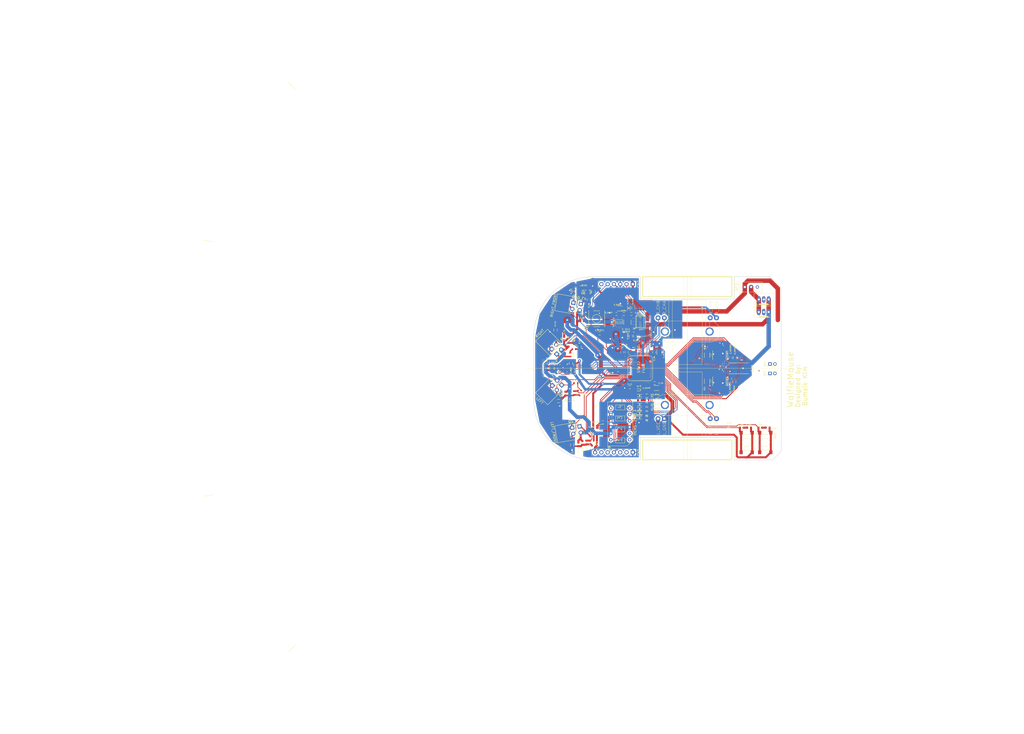
<source format=kicad_pcb>
(kicad_pcb (version 4) (host pcbnew 4.0.6)
  (layers (0 F.Cu signal) (31 B.Cu signal) (34 B.Paste user) (35 F.Paste user) (36 B.SilkS user) (37 F.SilkS user) (38 B.Mask user) (39 F.Mask user) (44 Edge.Cuts user))
  (net 0 "")
  (net 1 GND)
  (net 2 "Net-(CN1-Pad2)")
  (net 3 "Net-(CN1-Pad3)")
  (net 4 USART_RX)
  (net 5 USART_TX)
  (net 6 +3V3)
  (net 7 SWCLK)
  (net 8 SWDIO)
  (net 9 RESET)
  (net 10 "Net-(CNR1-Pad1)")
  (net 11 +5V)
  (net 12 "Net-(C_IMU1-Pad1)")
  (net 13 +BATT)
  (net 14 +3.3VADC)
  (net 15 "Net-(D_PWR1-Pad2)")
  (net 16 "Net-(LED_RED1-Pad2)")
  (net 17 ROT_L_CHB)
  (net 18 ROT_R_CHB)
  (net 19 "Net-(M3-PadPIN1)")
  (net 20 LED3)
  (net 21 LED4)
  (net 22 "Net-(R13-Pad1)")
  (net 23 "Net-(R14-Pad1)")
  (net 24 "Net-(R_BOOT1-Pad2)")
  (net 25 IMU_SCL)
  (net 26 IMU_SDA)
  (net 27 ~MOTOR_L_FAULT)
  (net 28 ~MOTOR_R_FAULT)
  (net 29 PB2)
  (net 30 PB1)
  (net 31 ROT_R_CHA)
  (net 32 MOTOR_L_PWM)
  (net 33 MOTOR_R_PWM)
  (net 34 MOTOR_L_DIR)
  (net 35 MOTOR_R_DIR)
  (net 36 ROT_L_CHA)
  (net 37 IMU_INT)
  (net 38 "Net-(U1-PadPB3)")
  (net 39 DIS_MOSI)
  (net 40 ~DIS_RESET)
  (net 41 DIS_SCK)
  (net 42 DIS_RS)
  (net 43 "Net-(U1-PadPC14)")
  (net 44 "Net-(U1-PadPC15)")
  (net 45 ~DIS_CE)
  (net 46 "Net-(U1-PadPH0)")
  (net 47 "Net-(U1-PadPH1)")
  (net 48 "Net-(U2-Pad9)")
  (net 49 "Net-(U3-Pad9)")
  (net 50 "Net-(U9-PadOSC)")
  (net 51 "Net-(U10-Pad7)")
  (net 52 "Net-(U10-Pad21)")
  (net 53 "Net-(U11-Pad7)")
  (net 54 "Net-(U11-Pad8)")
  (net 55 "Net-(U9-PadD_O)")
  (net 56 "Net-(U1-PadPD2)")
  (net 57 "Net-(LED_BLUE1-Pad2)")
  (net 58 "Net-(LED_GREEN1-Pad2)")
  (net 59 "Net-(LED_WHITE1-Pad2)")
  (net 60 LED1)
  (net 61 LED2)
  (net 62 "Net-(M3-PadPIN2)")
  (net 63 "Net-(P1-Pad2)")
  (net 64 "Net-(P2-Pad2)")
  (net 65 "Net-(C_VCAP1-Pad2)")
  (net 66 "Net-(D_F1-Pad1)")
  (net 67 "Net-(D_F2-Pad1)")
  (net 68 "Net-(D_F3-Pad1)")
  (net 69 "Net-(D_F4-Pad1)")
  (net 70 "Net-(Q1-Pad1)")
  (net 71 EMITTER_FL)
  (net 72 "Net-(Q2-Pad1)")
  (net 73 EMITTER_SIDES)
  (net 74 "Net-(Q3-Pad1)")
  (net 75 "Net-(Q4-Pad1)")
  (net 76 EMITTER_FR)
  (net 77 RECV_FL)
  (net 78 RECV_L)
  (net 79 RECV_R)
  (net 80 RECV_FR)
  (net 81 BATT_LEVEL)
  (net 82 "Net-(U1-PadPB6)")
  (net 83 "Net-(U1-PadPC12)")
  (net 84 "Net-(CN1-Pad6)")
  (net 85 "Net-(CN2-Pad6)")
  (net 86 "Net-(C_PB1-Pad1)")
  (net 87 "Net-(C_PB2-Pad1)")
  (net 88 "Net-(M2-Pad1)")
  (net 89 "Net-(M2-Pad2)")
  (net 90 "Net-(M4-Pad1)")
  (net 91 "Net-(M4-Pad2)")
  (net 92 "Net-(U1-PadPC10)")
  (net 93 "Net-(U1-PadPC11)")
  (net 94 /uSD_IMU_DISPLAY/IMU_SCL)
  (net 95 /uSD_IMU_DISPLAY/IMU_SDA)
  (net 96 "Net-(U1-PadPA12)")
  (net 97 "Net-(U1-PadPA15)")
  (net 98 LED5)
  (net 99 LED6)
  (net 100 /uSD_IMU_DISPLAY/IMU_INT)
  (net 101 "Net-(LED_BLUE2-Pad2)")
  (net 102 "Net-(LED_RED2-Pad2)")
  (module footprints_micromouse:SW_SPST_PTS645 (layer F.Cu) (at 223 120 90)
    (fp_text reference SW1 (at 4.25 4 90) (layer F.SilkS) (effects (font (size 0.75 0.75))))
    (fp_text value SWITCH_DPST hide)
    (pad 2 smd rect (at -3.975 2.25 90) (size 1.55 1.3) (layers F.Cu F.Paste F.Mask) (net 1 GND))
    (pad 1 smd rect (at -3.975 -2.25 90) (size 1.55 1.3) (layers F.Cu F.Paste F.Mask) (net 30 PB1))
    (pad 1 smd rect (at 3.975 -2.25 90) (size 1.55 1.3) (layers F.Cu F.Paste F.Mask) (net 30 PB1))
    (pad 2 smd rect (at 3.975 2.25 90) (size 1.55 1.3) (layers F.Cu F.Paste F.Mask) (net 1 GND))
  )
  (module footprints_micromouse:R_1206 (layer F.Cu) (at 207 84.75 270)
    (fp_text reference R14 (at -3 1 270) (layer F.SilkS) (effects (font (size 0.5 0.5) (thickness 0.1))))
    (fp_text value 62.5m hide)
    (pad 1 smd rect (at -1.45 0 270) (size 0.9 1.7) (layers F.Cu F.Paste F.Mask) (net 23 "Net-(R14-Pad1)"))
    (pad 2 smd rect (at 1.45 0 270) (size 0.9 1.7) (layers F.Cu F.Paste F.Mask) (net 1 GND))
  )
  (module footprints_micromouse:R_1206 (layer F.Cu) (at 207 95.25 90)
    (fp_text reference R13 (at -3 -1 90) (layer F.SilkS) (effects (font (size 0.5 0.5) (thickness 0.1))))
    (fp_text value 62.5m hide)
    (pad 1 smd rect (at -1.45 0 90) (size 0.9 1.7) (layers F.Cu F.Paste F.Mask) (net 22 "Net-(R13-Pad1)"))
    (pad 2 smd rect (at 1.45 0 90) (size 0.9 1.7) (layers F.Cu F.Paste F.Mask) (net 1 GND))
  )
  (module footprints_micromouse:C_1206 (layer F.Cu) (at 187.75 83.5 270)
    (fp_text reference C_VCAP2 (at 0.75 -1.75 270) (layer F.SilkS) (effects (font (size 0.5 0.5) (thickness 0.1))))
    (fp_text value 2.2uF hide)
    (pad 1 smd rect (at -1.5 0 270) (size 1 1.6) (layers F.Cu F.Paste F.Mask) (net 1 GND))
    (pad 2 smd rect (at 1.5 0 270) (size 1 1.6) (layers F.Cu F.Paste F.Mask) (net 1 GND))
  )
  (module footprints_micromouse:C_1206 (layer F.Cu) (at 186.6 98 180)
    (fp_text reference C_VCAP1 (at 4 0 180) (layer F.SilkS) (effects (font (size 0.5 0.5) (thickness 0.1))))
    (fp_text value 4.7uF hide)
    (pad 1 smd rect (at -1.5 0 180) (size 1 1.6) (layers F.Cu F.Paste F.Mask) (net 1 GND))
    (pad 2 smd rect (at 1.5 0 180) (size 1 1.6) (layers F.Cu F.Paste F.Mask) (net 65 "Net-(C_VCAP1-Pad2)"))
  )
  (module footprints_micromouse:C_1206 (layer F.Cu) (at 164.2 113.7 180)
    (fp_text reference C_DIS2 (at 3.8 -0.05 180) (layer F.SilkS) (effects (font (size 0.5 0.5) (thickness 0.1))))
    (fp_text value 10uF hide)
    (pad 1 smd rect (at -1.5 0 180) (size 1 1.6) (layers F.Cu F.Paste F.Mask) (net 11 +5V))
    (pad 2 smd rect (at 1.5 0 180) (size 1 1.6) (layers F.Cu F.Paste F.Mask) (net 1 GND))
  )
  (module footprints_micromouse:C_1206 (layer F.Cu) (at 171.8 65.8)
    (fp_text reference C_3.3V1 (at -1 -1.5) (layer F.SilkS) (effects (font (size 0.5 0.5) (thickness 0.1))))
    (fp_text value 10uF hide)
    (pad 1 smd rect (at -1.5 0) (size 1 1.6) (layers F.Cu F.Paste F.Mask) (net 6 +3V3))
    (pad 2 smd rect (at 1.5 0) (size 1 1.6) (layers F.Cu F.Paste F.Mask) (net 1 GND))
  )
  (module footprints_micromouse:R_0603 (layer F.Cu) (at 182.649 101.085 180)
    (fp_text reference R1 (at -2.1 -0.3 180) (layer F.SilkS) (effects (font (size 0.5 0.5) (thickness 0.1))))
    (fp_text value 1k hide)
    (pad 1 smd rect (at -0.75 0 180) (size 0.5 0.9) (layers F.Cu F.Paste F.Mask) (net 60 LED1))
    (pad 2 smd rect (at 0.75 0 180) (size 0.5 0.9) (layers F.Cu F.Paste F.Mask) (net 16 "Net-(LED_RED1-Pad2)"))
  )
  (module footprints_micromouse:R_0603 (layer F.Cu) (at 182.649 102.885 180)
    (fp_text reference R2 (at -2.1 -0.25 180) (layer F.SilkS) (effects (font (size 0.5 0.5) (thickness 0.1))))
    (fp_text value 1k hide)
    (pad 1 smd rect (at -0.75 0 180) (size 0.5 0.9) (layers F.Cu F.Paste F.Mask) (net 61 LED2))
    (pad 2 smd rect (at 0.75 0 180) (size 0.5 0.9) (layers F.Cu F.Paste F.Mask) (net 58 "Net-(LED_GREEN1-Pad2)"))
  )
  (module footprints_micromouse:R_0603 (layer F.Cu) (at 182.649 104.685 180)
    (fp_text reference R3 (at -2.1 -0.45 180) (layer F.SilkS) (effects (font (size 0.5 0.5) (thickness 0.1))))
    (fp_text value 1k hide)
    (pad 1 smd rect (at -0.75 0 180) (size 0.5 0.9) (layers F.Cu F.Paste F.Mask) (net 20 LED3))
    (pad 2 smd rect (at 0.75 0 180) (size 0.5 0.9) (layers F.Cu F.Paste F.Mask) (net 57 "Net-(LED_BLUE1-Pad2)"))
  )
  (module footprints_micromouse:R_0603 (layer F.Cu) (at 176.2 77 90)
    (fp_text reference R_VOL2 (at 0 -1.2 90) (layer F.SilkS) (effects (font (size 0.5 0.5) (thickness 0.1))))
    (fp_text value 10k hide)
    (pad 1 smd rect (at -0.75 0 90) (size 0.5 0.9) (layers F.Cu F.Paste F.Mask) (net 81 BATT_LEVEL))
    (pad 2 smd rect (at 0.75 0 90) (size 0.5 0.9) (layers F.Cu F.Paste F.Mask) (net 1 GND))
  )
  (module footprints_micromouse:R_0603 (layer F.Cu) (at 178 77 270)
    (fp_text reference R_VOL1 (at 1.75 -0.5 360) (layer F.SilkS) (effects (font (size 0.5 0.5) (thickness 0.1))))
    (fp_text value 20k hide)
    (pad 1 smd rect (at -0.75 0 270) (size 0.5 0.9) (layers F.Cu F.Paste F.Mask) (net 13 +BATT))
    (pad 2 smd rect (at 0.75 0 270) (size 0.5 0.9) (layers F.Cu F.Paste F.Mask) (net 81 BATT_LEVEL))
  )
  (module footprints_micromouse:R_0603 (layer F.Cu) (at 177.2 65.6 90)
    (fp_text reference R_PWR1 (at 2.85 -0.2 90) (layer F.SilkS) (effects (font (size 0.5 0.5) (thickness 0.1))))
    (fp_text value 1k hide)
    (pad 1 smd rect (at -0.75 0 90) (size 0.5 0.9) (layers F.Cu F.Paste F.Mask) (net 11 +5V))
    (pad 2 smd rect (at 0.75 0 90) (size 0.5 0.9) (layers F.Cu F.Paste F.Mask) (net 15 "Net-(D_PWR1-Pad2)"))
  )
  (module footprints_micromouse:R_0603 (layer F.Cu) (at 231.5 114)
    (fp_text reference R_PB2 (at 2.5 0.4) (layer F.SilkS) (effects (font (size 0.5 0.5) (thickness 0.1))))
    (fp_text value 1k hide)
    (pad 1 smd rect (at -0.75 0) (size 0.5 0.9) (layers F.Cu F.Paste F.Mask) (net 87 "Net-(C_PB2-Pad1)"))
    (pad 2 smd rect (at 0.75 0) (size 0.5 0.9) (layers F.Cu F.Paste F.Mask) (net 1 GND))
  )
  (module footprints_micromouse:R_0603 (layer F.Cu) (at 224 114)
    (fp_text reference R_PB1 (at -0.1 -1.2) (layer F.SilkS) (effects (font (size 0.5 0.5) (thickness 0.1))))
    (fp_text value 1k hide)
    (pad 1 smd rect (at -0.75 0) (size 0.5 0.9) (layers F.Cu F.Paste F.Mask) (net 86 "Net-(C_PB1-Pad1)"))
    (pad 2 smd rect (at 0.75 0) (size 0.5 0.9) (layers F.Cu F.Paste F.Mask) (net 1 GND))
  )
  (module footprints_micromouse:R_0603 (layer F.Cu) (at 218.25 85.75 90)
    (fp_text reference R_MOTOR2 (at 3.25 0 90) (layer F.SilkS) (effects (font (size 0.5 0.5) (thickness 0.1))))
    (fp_text value 10k hide)
    (pad 1 smd rect (at -0.75 0 90) (size 0.5 0.9) (layers F.Cu F.Paste F.Mask) (net 6 +3V3))
    (pad 2 smd rect (at 0.75 0 90) (size 0.5 0.9) (layers F.Cu F.Paste F.Mask) (net 28 ~MOTOR_R_FAULT))
  )
  (module footprints_micromouse:R_0603 (layer F.Cu) (at 218 95.5 90)
    (fp_text reference R_MOTOR1 (at -3.25 0 90) (layer F.SilkS) (effects (font (size 0.5 0.5) (thickness 0.1))))
    (fp_text value 10k hide)
    (pad 1 smd rect (at -0.75 0 90) (size 0.5 0.9) (layers F.Cu F.Paste F.Mask) (net 6 +3V3))
    (pad 2 smd rect (at 0.75 0 90) (size 0.5 0.9) (layers F.Cu F.Paste F.Mask) (net 27 ~MOTOR_L_FAULT))
  )
  (module footprints_micromouse:R_0603 (layer F.Cu) (at 152 88 270)
    (fp_text reference R_IMU2 (at 3 0 270) (layer F.SilkS) (effects (font (size 0.5 0.5) (thickness 0.1))))
    (fp_text value 10k hide)
    (pad 1 smd rect (at -0.75 0 270) (size 0.5 0.9) (layers F.Cu F.Paste F.Mask) (net 6 +3V3))
    (pad 2 smd rect (at 0.75 0 270) (size 0.5 0.9) (layers F.Cu F.Paste F.Mask) (net 95 /uSD_IMU_DISPLAY/IMU_SDA))
  )
  (module footprints_micromouse:R_0603 (layer F.Cu) (at 153.75 88.75 270)
    (fp_text reference R_IMU1 (at 2.75 0 270) (layer F.SilkS) (effects (font (size 0.5 0.5) (thickness 0.1))))
    (fp_text value 10k hide)
    (pad 1 smd rect (at -0.75 0 270) (size 0.5 0.9) (layers F.Cu F.Paste F.Mask) (net 6 +3V3))
    (pad 2 smd rect (at 0.75 0 270) (size 0.5 0.9) (layers F.Cu F.Paste F.Mask) (net 94 /uSD_IMU_DISPLAY/IMU_SCL))
  )
  (module footprints_micromouse:R_0603 (layer F.Cu) (at 178.4 81.9 270)
    (fp_text reference R_BOOT1 (at 0 -1.2 270) (layer F.SilkS) (effects (font (size 0.5 0.5) (thickness 0.1))))
    (fp_text value 10k hide)
    (pad 1 smd rect (at -0.75 0 270) (size 0.5 0.9) (layers F.Cu F.Paste F.Mask) (net 1 GND))
    (pad 2 smd rect (at 0.75 0 270) (size 0.5 0.9) (layers F.Cu F.Paste F.Mask) (net 24 "Net-(R_BOOT1-Pad2)"))
  )
  (module footprints_micromouse:R_0603 (layer F.Cu) (at 182.649 106.485 180)
    (fp_text reference R4 (at -2.1 -0.4 180) (layer F.SilkS) (effects (font (size 0.5 0.5) (thickness 0.1))))
    (fp_text value 1k hide)
    (pad 1 smd rect (at -0.75 0 180) (size 0.5 0.9) (layers F.Cu F.Paste F.Mask) (net 21 LED4))
    (pad 2 smd rect (at 0.75 0 180) (size 0.5 0.9) (layers F.Cu F.Paste F.Mask) (net 59 "Net-(LED_WHITE1-Pad2)"))
  )
  (module footprints_micromouse:R_0603 (layer F.Cu) (at 154 56.5 180)
    (fp_text reference L_BEAD1 (at -3 0 180) (layer F.SilkS) (effects (font (size 0.5 0.5) (thickness 0.1))))
    (fp_text value 10uH hide)
    (pad 1 smd rect (at -0.75 0 180) (size 0.5 0.9) (layers F.Cu F.Paste F.Mask) (net 6 +3V3))
    (pad 2 smd rect (at 0.75 0 180) (size 0.5 0.9) (layers F.Cu F.Paste F.Mask) (net 14 +3.3VADC))
  )
  (module footprints_micromouse:LED_0603 (layer F.Cu) (at 179.849 106.485)
    (fp_text reference LED_WHITE1 (at 6.65 -0.35) (layer F.SilkS) (effects (font (size 0.5 0.5) (thickness 0.1))))
    (fp_text value Led_Small hide)
    (pad 2 smd rect (at 0.7493 0 180) (size 0.79756 0.79756) (layers F.Cu F.Paste F.Mask) (net 59 "Net-(LED_WHITE1-Pad2)"))
    (pad 1 smd rect (at -0.7493 0 180) (size 0.79756 0.79756) (layers F.Cu F.Paste F.Mask) (net 1 GND))
  )
  (module footprints_micromouse:LED_0603 (layer F.Cu) (at 179.849 102.885)
    (fp_text reference LED_GREEN1 (at 6.65 -0.5) (layer F.SilkS) (effects (font (size 0.5 0.5) (thickness 0.1))))
    (fp_text value Led_Small hide)
    (pad 2 smd rect (at 0.7493 0 180) (size 0.79756 0.79756) (layers F.Cu F.Paste F.Mask) (net 58 "Net-(LED_GREEN1-Pad2)"))
    (pad 1 smd rect (at -0.7493 0 180) (size 0.79756 0.79756) (layers F.Cu F.Paste F.Mask) (net 1 GND))
  )
  (module footprints_micromouse:LED_0603 (layer F.Cu) (at 179.849 104.685)
    (fp_text reference LED_BLUE1 (at 6.4 -0.3) (layer F.SilkS) (effects (font (size 0.5 0.5) (thickness 0.1))))
    (fp_text value Led_Small hide)
    (pad 2 smd rect (at 0.7493 0 180) (size 0.79756 0.79756) (layers F.Cu F.Paste F.Mask) (net 57 "Net-(LED_BLUE1-Pad2)"))
    (pad 1 smd rect (at -0.7493 0 180) (size 0.79756 0.79756) (layers F.Cu F.Paste F.Mask) (net 1 GND))
  )
  (module footprints_micromouse:LED_0603 (layer F.Cu) (at 175.4 65.6 90)
    (fp_text reference D_PWR1 (at 2.85 -0.4 90) (layer F.SilkS) (effects (font (size 0.5 0.5) (thickness 0.1))))
    (fp_text value Led_Small hide)
    (pad 2 smd rect (at 0.7493 0 270) (size 0.79756 0.79756) (layers F.Cu F.Paste F.Mask) (net 15 "Net-(D_PWR1-Pad2)"))
    (pad 1 smd rect (at -0.7493 0 270) (size 0.79756 0.79756) (layers F.Cu F.Paste F.Mask) (net 1 GND))
  )
  (module footprints_micromouse:LED_0603 (layer F.Cu) (at 179.849 101.085)
    (fp_text reference LED_RED1 (at 6.15 -0.45) (layer F.SilkS) (effects (font (size 0.5 0.5) (thickness 0.1))))
    (fp_text value Led_Small hide)
    (pad 2 smd rect (at 0.7493 0 180) (size 0.79756 0.79756) (layers F.Cu F.Paste F.Mask) (net 16 "Net-(LED_RED1-Pad2)"))
    (pad 1 smd rect (at -0.7493 0 180) (size 0.79756 0.79756) (layers F.Cu F.Paste F.Mask) (net 1 GND))
  )
  (module MPU-9250:QFN-24%2f3MM (layer F.Cu) (at 149 90 270)
    (fp_text reference U10 (at 2.5 -1.5 360) (layer F.SilkS) (effects (font (size 0.8 0.8) (thickness 0.05))))
    (fp_text value MPU-9250 (at 0 8 270) (layer F.SilkS) (effects (font (size 1 0.9) (thickness 0.05))))
    (pad 1 smd rect (at -1.5 -1 270) (size 0.6 0.23) (layers F.Cu F.Paste F.Mask) (net 6 +3V3))
    (pad 2 smd rect (at -1.5 -0.6 270) (size 0.6 0.23) (layers F.Cu F.Paste F.Mask))
    (pad 3 smd rect (at -1.5 -0.2 270) (size 0.6 0.23) (layers F.Cu F.Paste F.Mask))
    (pad 4 smd rect (at -1.5 0.2 270) (size 0.6 0.23) (layers F.Cu F.Paste F.Mask))
    (pad 5 smd rect (at -1.5 0.6 270) (size 0.6 0.23) (layers F.Cu F.Paste F.Mask))
    (pad 6 smd rect (at -1.5 1 270) (size 0.6 0.23) (layers F.Cu F.Paste F.Mask))
    (pad 7 smd rect (at -1 1.5) (size 0.6 0.23) (layers F.Cu F.Paste F.Mask) (net 51 "Net-(U10-Pad7)"))
    (pad 8 smd rect (at -0.6 1.5) (size 0.6 0.23) (layers F.Cu F.Paste F.Mask) (net 6 +3V3))
    (pad 9 smd rect (at -0.2 1.5) (size 0.6 0.23) (layers F.Cu F.Paste F.Mask) (net 1 GND))
    (pad 10 smd rect (at 0.2 1.5) (size 0.6 0.23) (layers F.Cu F.Paste F.Mask) (net 12 "Net-(C_IMU1-Pad1)"))
    (pad 11 smd rect (at 0.6 1.5) (size 0.6 0.23) (layers F.Cu F.Paste F.Mask) (net 1 GND))
    (pad 12 smd rect (at 1 1.5) (size 0.6 0.23) (layers F.Cu F.Paste F.Mask) (net 100 /uSD_IMU_DISPLAY/IMU_INT))
    (pad 13 smd rect (at 1.5 1 90) (size 0.6 0.23) (layers F.Cu F.Paste F.Mask) (net 6 +3V3))
    (pad 14 smd rect (at 1.5 0.6 90) (size 0.6 0.23) (layers F.Cu F.Paste F.Mask))
    (pad 15 smd rect (at 1.5 0.2 90) (size 0.6 0.23) (layers F.Cu F.Paste F.Mask))
    (pad 16 smd rect (at 1.5 -0.2 90) (size 0.6 0.23) (layers F.Cu F.Paste F.Mask))
    (pad 17 smd rect (at 1.5 -0.6 90) (size 0.6 0.23) (layers F.Cu F.Paste F.Mask))
    (pad 18 smd rect (at 1.5 -1 90) (size 0.6 0.23) (layers F.Cu F.Paste F.Mask) (net 1 GND))
    (pad 19 smd rect (at 1 -1.5 180) (size 0.6 0.23) (layers F.Cu F.Paste F.Mask))
    (pad 20 smd rect (at 0.6 -1.5 180) (size 0.6 0.23) (layers F.Cu F.Paste F.Mask) (net 1 GND))
    (pad 21 smd rect (at 0.2 -1.5 180) (size 0.6 0.23) (layers F.Cu F.Paste F.Mask) (net 52 "Net-(U10-Pad21)"))
    (pad 22 smd rect (at -0.2 -1.5 180) (size 0.6 0.23) (layers F.Cu F.Paste F.Mask) (net 1 GND))
    (pad 23 smd rect (at -0.6 -1.5 180) (size 0.6 0.23) (layers F.Cu F.Paste F.Mask) (net 94 /uSD_IMU_DISPLAY/IMU_SCL))
    (pad 24 smd rect (at -1 -1.5 180) (size 0.6 0.23) (layers F.Cu F.Paste F.Mask) (net 95 /uSD_IMU_DISPLAY/IMU_SDA))
  )
  (module footprints_micromouse:STM32F446_LQFP64 (layer F.Cu) (at 180 90 270)
    (fp_text reference U1 (at 8 0.5 270) (layer F.SilkS))
    (fp_text value STM32F446RE_LQFP64 hide)
    (fp_text user STM32 (at 2 0 270) (layer F.SilkS) (effects (font (size 1.01346 1.01346) (thickness 0.128016)) (justify left bottom)))
    (fp_text user F446 (at 2 -2 270) (layer F.SilkS) (effects (font (size 1.01346 1.01346) (thickness 0.128016)) (justify left bottom)))
    (fp_text user VBAT (at -3.6 4.8 360) (layer F.SilkS) (effects (font (size 0.2413 0.2413) (thickness 0.02032)) (justify left bottom)))
    (fp_text user PC13 (at -3.1 4.8 360) (layer F.SilkS) (effects (font (size 0.2413 0.2413) (thickness 0.02032)) (justify left bottom)))
    (fp_text user PC14-OSC32_IN (at -2.6 4.8 360) (layer F.SilkS) (effects (font (size 0.2413 0.2413) (thickness 0.02032)) (justify left bottom)))
    (fp_text user PC15-OSC32_OUT (at -2.1 4.8 360) (layer F.SilkS) (effects (font (size 0.2413 0.2413) (thickness 0.02032)) (justify left bottom)))
    (fp_text user PH0-OSC_IN (at -1.6 4.8 360) (layer F.SilkS) (effects (font (size 0.2413 0.2413) (thickness 0.02032)) (justify left bottom)))
    (fp_text user PH1-OSC_OUT (at -1.1 4.8 360) (layer F.SilkS) (effects (font (size 0.2413 0.2413) (thickness 0.02032)) (justify left bottom)))
    (fp_text user NRST (at -0.6 4.8 360) (layer F.SilkS) (effects (font (size 0.2413 0.2413) (thickness 0.02032)) (justify left bottom)))
    (fp_text user PC0 (at -0.1 4.8 360) (layer F.SilkS) (effects (font (size 0.2413 0.2413) (thickness 0.02032)) (justify left bottom)))
    (fp_text user PC1 (at 0.4 4.8 360) (layer F.SilkS) (effects (font (size 0.2413 0.2413) (thickness 0.02032)) (justify left bottom)))
    (fp_text user PC2 (at 0.9 4.8 360) (layer F.SilkS) (effects (font (size 0.2413 0.2413) (thickness 0.02032)) (justify left bottom)))
    (fp_text user PC3 (at 1.4 4.8 360) (layer F.SilkS) (effects (font (size 0.2413 0.2413) (thickness 0.02032)) (justify left bottom)))
    (fp_text user VSSA (at 1.9 4.8 360) (layer F.SilkS) (effects (font (size 0.2413 0.2413) (thickness 0.02032)) (justify left bottom)))
    (fp_text user VDDA (at 2.4 4.8 360) (layer F.SilkS) (effects (font (size 0.2413 0.2413) (thickness 0.02032)) (justify left bottom)))
    (fp_text user PA0_WKUP (at 2.9 4.8 360) (layer F.SilkS) (effects (font (size 0.2413 0.2413) (thickness 0.02032)) (justify left bottom)))
    (fp_text user PA1 (at 3.4 4.8 360) (layer F.SilkS) (effects (font (size 0.2413 0.2413) (thickness 0.02032)) (justify left bottom)))
    (fp_text user PA2 (at 3.9 4.8 360) (layer F.SilkS) (effects (font (size 0.2413 0.2413) (thickness 0.02032)) (justify left bottom)))
    (fp_text user PA3 (at 4.8 3.6 270) (layer F.SilkS) (effects (font (size 0.2413 0.2413) (thickness 0.02032)) (justify right top)))
    (fp_text user VSS (at 4.8 3.1 270) (layer F.SilkS) (effects (font (size 0.2413 0.2413) (thickness 0.02032)) (justify right top)))
    (fp_text user VDD (at 4.8 2.6 270) (layer F.SilkS) (effects (font (size 0.2413 0.2413) (thickness 0.02032)) (justify right top)))
    (fp_text user PA4 (at 4.8 2.1 270) (layer F.SilkS) (effects (font (size 0.2413 0.2413) (thickness 0.02032)) (justify right top)))
    (fp_text user PA5 (at 4.8 1.6 270) (layer F.SilkS) (effects (font (size 0.2413 0.2413) (thickness 0.02032)) (justify right top)))
    (fp_text user PA6 (at 4.8 1.1 270) (layer F.SilkS) (effects (font (size 0.2413 0.2413) (thickness 0.02032)) (justify right top)))
    (fp_text user PA7 (at 4.8 0.6 270) (layer F.SilkS) (effects (font (size 0.2413 0.2413) (thickness 0.02032)) (justify right top)))
    (fp_text user PC4 (at 4.8 0.1 270) (layer F.SilkS) (effects (font (size 0.2413 0.2413) (thickness 0.02032)) (justify right top)))
    (fp_text user PC5 (at 4.8 -0.4 270) (layer F.SilkS) (effects (font (size 0.2413 0.2413) (thickness 0.02032)) (justify right top)))
    (fp_text user PB0 (at 4.8 -0.9 270) (layer F.SilkS) (effects (font (size 0.2413 0.2413) (thickness 0.02032)) (justify right top)))
    (fp_text user PB1 (at 4.8 -1.4 270) (layer F.SilkS) (effects (font (size 0.2413 0.2413) (thickness 0.02032)) (justify right top)))
    (fp_text user PB2 (at 4.8 -1.9 270) (layer F.SilkS) (effects (font (size 0.2413 0.2413) (thickness 0.02032)) (justify right top)))
    (fp_text user PB10 (at 4.8 -2.4 270) (layer F.SilkS) (effects (font (size 0.2413 0.2413) (thickness 0.02032)) (justify right top)))
    (fp_text user PB11 (at 4.8 -2.9 270) (layer F.SilkS) (effects (font (size 0.2413 0.2413) (thickness 0.02032)) (justify right top)))
    (fp_text user VCAP_1 (at 4.8 -3.4 270) (layer F.SilkS) (effects (font (size 0.2413 0.2413) (thickness 0.02032)) (justify right top)))
    (fp_text user VDD (at 4.8 -3.9 270) (layer F.SilkS) (effects (font (size 0.2413 0.2413) (thickness 0.02032)) (justify right top)))
    (fp_text user PB12 (at 3.6 -4.8 360) (layer F.SilkS) (effects (font (size 0.2413 0.2413) (thickness 0.02032)) (justify right top)))
    (fp_text user PB13 (at 3.1 -4.8 360) (layer F.SilkS) (effects (font (size 0.2413 0.2413) (thickness 0.02032)) (justify right top)))
    (fp_text user PB14 (at 2.6 -4.8 360) (layer F.SilkS) (effects (font (size 0.2413 0.2413) (thickness 0.02032)) (justify right top)))
    (fp_text user PB15 (at 2.1 -4.8 360) (layer F.SilkS) (effects (font (size 0.2413 0.2413) (thickness 0.02032)) (justify right top)))
    (fp_text user PC6 (at 1.6 -4.8 360) (layer F.SilkS) (effects (font (size 0.2413 0.2413) (thickness 0.02032)) (justify right top)))
    (fp_text user PC7 (at 1.1 -4.8 360) (layer F.SilkS) (effects (font (size 0.2413 0.2413) (thickness 0.02032)) (justify right top)))
    (fp_text user PC8 (at 0.6 -4.8 360) (layer F.SilkS) (effects (font (size 0.2413 0.2413) (thickness 0.02032)) (justify right top)))
    (fp_text user PC9 (at 0.1 -4.8 360) (layer F.SilkS) (effects (font (size 0.2413 0.2413) (thickness 0.02032)) (justify right top)))
    (fp_text user PA8 (at -0.4 -4.8 360) (layer F.SilkS) (effects (font (size 0.2413 0.2413) (thickness 0.02032)) (justify right top)))
    (fp_text user PA9 (at -0.9 -4.8 360) (layer F.SilkS) (effects (font (size 0.2413 0.2413) (thickness 0.02032)) (justify right top)))
    (fp_text user PA10 (at -1.4 -4.8 360) (layer F.SilkS) (effects (font (size 0.2413 0.2413) (thickness 0.02032)) (justify right top)))
    (fp_text user PA11 (at -1.9 -4.8 360) (layer F.SilkS) (effects (font (size 0.2413 0.2413) (thickness 0.02032)) (justify right top)))
    (fp_text user PA12 (at -2.4 -4.8 360) (layer F.SilkS) (effects (font (size 0.2413 0.2413) (thickness 0.02032)) (justify right top)))
    (fp_text user PA13 (at -2.9 -4.8 360) (layer F.SilkS) (effects (font (size 0.2413 0.2413) (thickness 0.02032)) (justify right top)))
    (fp_text user VCAP_2 (at -3.4 -4.8 360) (layer F.SilkS) (effects (font (size 0.2413 0.2413) (thickness 0.02032)) (justify right top)))
    (fp_text user VDD (at -3.9 -4.8 360) (layer F.SilkS) (effects (font (size 0.2413 0.2413) (thickness 0.02032)) (justify right top)))
    (fp_text user PA14 (at -4.8 -3.6 270) (layer F.SilkS) (effects (font (size 0.2413 0.2413) (thickness 0.02032)) (justify left bottom)))
    (fp_text user PA15 (at -4.8 -3.1 270) (layer F.SilkS) (effects (font (size 0.2413 0.2413) (thickness 0.02032)) (justify left bottom)))
    (fp_text user PC10 (at -4.8 -2.6 270) (layer F.SilkS) (effects (font (size 0.2413 0.2413) (thickness 0.02032)) (justify left bottom)))
    (fp_text user PC11 (at -4.8 -2.1 270) (layer F.SilkS) (effects (font (size 0.2413 0.2413) (thickness 0.02032)) (justify left bottom)))
    (fp_text user PC12 (at -4.8 -1.6 270) (layer F.SilkS) (effects (font (size 0.2413 0.2413) (thickness 0.02032)) (justify left bottom)))
    (fp_text user PD2 (at -4.8 -1.1 270) (layer F.SilkS) (effects (font (size 0.2413 0.2413) (thickness 0.02032)) (justify left bottom)))
    (fp_text user PB3 (at -4.8 -0.6 270) (layer F.SilkS) (effects (font (size 0.2413 0.2413) (thickness 0.02032)) (justify left bottom)))
    (fp_text user PB4 (at -4.8 -0.1 270) (layer F.SilkS) (effects (font (size 0.2413 0.2413) (thickness 0.02032)) (justify left bottom)))
    (fp_text user PB5 (at -4.8 0.4 270) (layer F.SilkS) (effects (font (size 0.2413 0.2413) (thickness 0.02032)) (justify left bottom)))
    (fp_text user PB6 (at -4.8 0.9 270) (layer F.SilkS) (effects (font (size 0.2413 0.2413) (thickness 0.02032)) (justify left bottom)))
    (fp_text user PB7 (at -4.8 1.4 270) (layer F.SilkS) (effects (font (size 0.2413 0.2413) (thickness 0.02032)) (justify left bottom)))
    (fp_text user BOOT0 (at -4.8 1.9 270) (layer F.SilkS) (effects (font (size 0.2413 0.2413) (thickness 0.02032)) (justify left bottom)))
    (fp_text user PB8 (at -4.8 2.4 270) (layer F.SilkS) (effects (font (size 0.2413 0.2413) (thickness 0.02032)) (justify left bottom)))
    (fp_text user PB9 (at -4.8 2.9 270) (layer F.SilkS) (effects (font (size 0.2413 0.2413) (thickness 0.02032)) (justify left bottom)))
    (fp_text user VSS (at -4.8 3.4 270) (layer F.SilkS) (effects (font (size 0.2413 0.2413) (thickness 0.02032)) (justify left bottom)))
    (fp_text user VDD (at -4.8 3.9 270) (layer F.SilkS) (effects (font (size 0.2413 0.2413) (thickness 0.02032)) (justify left bottom)))
    (fp_text user 1 (at -4.572 5.842 270) (layer F.SilkS) (effects (font (size 0.4826 0.4826) (thickness 0.04064)) (justify left bottom)))
    (fp_text user 64 (at -5.334 4.826 360) (layer F.SilkS) (effects (font (size 0.4826 0.4826) (thickness 0.04064)) (justify left bottom)))
    (pad BOOT smd rect (at -5.750063 1.750063 270) (size 1.2 0.3) (layers F.Cu F.Paste F.Mask) (net 24 "Net-(R_BOOT1-Pad2)"))
    (pad NRST smd rect (at -0.750063 5.750063) (size 1.2 0.3) (layers F.Cu F.Paste F.Mask) (net 9 RESET))
    (pad PA0_ smd rect (at 2.749938 5.750063) (size 1.2 0.3) (layers F.Cu F.Paste F.Mask) (net 73 EMITTER_SIDES))
    (pad PA1 smd rect (at 3.249938 5.750063) (size 1.2 0.3) (layers F.Cu F.Paste F.Mask) (net 71 EMITTER_FL))
    (pad PA2 smd rect (at 3.749938 5.750063) (size 1.2 0.3) (layers F.Cu F.Paste F.Mask) (net 5 USART_TX))
    (pad PA3 smd rect (at 5.749938 3.750063 270) (size 1.2 0.3) (layers F.Cu F.Paste F.Mask) (net 4 USART_RX))
    (pad PA4 smd rect (at 5.749938 2.250063 270) (size 1.2 0.3) (layers F.Cu F.Paste F.Mask) (net 45 ~DIS_CE))
    (pad PA5 smd rect (at 5.749938 1.750063 270) (size 1.2 0.3) (layers F.Cu F.Paste F.Mask) (net 41 DIS_SCK))
    (pad PA6 smd rect (at 5.749938 1.250063 270) (size 1.2 0.3) (layers F.Cu F.Paste F.Mask) (net 81 BATT_LEVEL))
    (pad PA7 smd rect (at 5.749938 0.750063 270) (size 1.2 0.3) (layers F.Cu F.Paste F.Mask) (net 39 DIS_MOSI))
    (pad PA8 smd rect (at -0.250063 -5.749938) (size 1.2 0.3) (layers F.Cu F.Paste F.Mask) (net 32 MOTOR_L_PWM))
    (pad PA9 smd rect (at -0.750063 -5.749938) (size 1.2 0.3) (layers F.Cu F.Paste F.Mask) (net 28 ~MOTOR_R_FAULT))
    (pad PA10 smd rect (at -1.250063 -5.749938) (size 1.2 0.3) (layers F.Cu F.Paste F.Mask) (net 35 MOTOR_R_DIR))
    (pad PA11 smd rect (at -1.750063 -5.749938) (size 1.2 0.3) (layers F.Cu F.Paste F.Mask) (net 33 MOTOR_R_PWM))
    (pad PA12 smd rect (at -2.250063 -5.749938) (size 1.2 0.3) (layers F.Cu F.Paste F.Mask) (net 96 "Net-(U1-PadPA12)"))
    (pad PA13 smd rect (at -2.750063 -5.749938) (size 1.2 0.3) (layers F.Cu F.Paste F.Mask) (net 8 SWDIO))
    (pad PA14 smd rect (at -5.750063 -3.749938 270) (size 1.2 0.3) (layers F.Cu F.Paste F.Mask) (net 7 SWCLK))
    (pad PA15 smd rect (at -5.750063 -3.249938 270) (size 1.2 0.3) (layers F.Cu F.Paste F.Mask) (net 97 "Net-(U1-PadPA15)"))
    (pad PB0 smd rect (at 5.749938 -0.749938 270) (size 1.2 0.3) (layers F.Cu F.Paste F.Mask) (net 61 LED2))
    (pad PB1 smd rect (at 5.749938 -1.249938 270) (size 1.2 0.3) (layers F.Cu F.Paste F.Mask) (net 60 LED1))
    (pad PB2 smd rect (at 5.749938 -1.749938 270) (size 1.2 0.3) (layers F.Cu F.Paste F.Mask) (net 20 LED3))
    (pad PB3 smd rect (at -5.750063 -0.749938 270) (size 1.2 0.3) (layers F.Cu F.Paste F.Mask) (net 38 "Net-(U1-PadPB3)"))
    (pad PB4 smd rect (at -5.750063 -0.249938 270) (size 1.2 0.3) (layers F.Cu F.Paste F.Mask) (net 31 ROT_R_CHA))
    (pad PB5 smd rect (at -5.750063 0.250063 270) (size 1.2 0.3) (layers F.Cu F.Paste F.Mask) (net 18 ROT_R_CHB))
    (pad PB6 smd rect (at -5.750063 0.750063 270) (size 1.2 0.3) (layers F.Cu F.Paste F.Mask) (net 82 "Net-(U1-PadPB6)"))
    (pad PB7 smd rect (at -5.750063 1.250063 270) (size 1.2 0.3) (layers F.Cu F.Paste F.Mask) (net 37 IMU_INT))
    (pad PB8 smd rect (at -5.750063 2.250063 270) (size 1.2 0.3) (layers F.Cu F.Paste F.Mask) (net 25 IMU_SCL))
    (pad PB9 smd rect (at -5.750063 2.750063 270) (size 1.2 0.3) (layers F.Cu F.Paste F.Mask) (net 26 IMU_SDA))
    (pad PB10 smd rect (at 5.749938 -2.249938 270) (size 1.2 0.3) (layers F.Cu F.Paste F.Mask) (net 21 LED4))
    (pad PB11 smd rect (at 5.749938 -2.749938 270) (size 1.2 0.3) (layers F.Cu F.Paste F.Mask) (net 65 "Net-(C_VCAP1-Pad2)"))
    (pad PB12 smd rect (at 3.749938 -5.749938) (size 1.2 0.3) (layers F.Cu F.Paste F.Mask) (net 98 LED5))
    (pad PB13 smd rect (at 3.249938 -5.749938) (size 1.2 0.3) (layers F.Cu F.Paste F.Mask) (net 99 LED6))
    (pad PB14 smd rect (at 2.749938 -5.749938) (size 1.2 0.3) (layers F.Cu F.Paste F.Mask) (net 30 PB1))
    (pad PB15 smd rect (at 2.249938 -5.749938) (size 1.2 0.3) (layers F.Cu F.Paste F.Mask) (net 29 PB2))
    (pad PC0 smd rect (at -0.250063 5.750063) (size 1.2 0.3) (layers F.Cu F.Paste F.Mask) (net 80 RECV_FR))
    (pad PC1 smd rect (at 0.249938 5.750063) (size 1.2 0.3) (layers F.Cu F.Paste F.Mask) (net 79 RECV_R))
    (pad PC2 smd rect (at 0.749938 5.750063) (size 1.2 0.3) (layers F.Cu F.Paste F.Mask) (net 78 RECV_L))
    (pad PC3 smd rect (at 1.249938 5.750063) (size 1.2 0.3) (layers F.Cu F.Paste F.Mask) (net 77 RECV_FL))
    (pad PC4 smd rect (at 5.749938 0.250063 270) (size 1.2 0.3) (layers F.Cu F.Paste F.Mask) (net 42 DIS_RS))
    (pad PC5 smd rect (at 5.749938 -0.249938 270) (size 1.2 0.3) (layers F.Cu F.Paste F.Mask) (net 40 ~DIS_RESET))
    (pad PC6 smd rect (at 1.749938 -5.749938) (size 1.2 0.3) (layers F.Cu F.Paste F.Mask) (net 36 ROT_L_CHA))
    (pad PC7 smd rect (at 1.249938 -5.749938) (size 1.2 0.3) (layers F.Cu F.Paste F.Mask) (net 17 ROT_L_CHB))
    (pad PC8 smd rect (at 0.749938 -5.749938) (size 1.2 0.3) (layers F.Cu F.Paste F.Mask) (net 27 ~MOTOR_L_FAULT))
    (pad PC9 smd rect (at 0.249938 -5.749938) (size 1.2 0.3) (layers F.Cu F.Paste F.Mask) (net 34 MOTOR_L_DIR))
    (pad PC10 smd rect (at -5.750063 -2.749938 270) (size 1.2 0.3) (layers F.Cu F.Paste F.Mask) (net 92 "Net-(U1-PadPC10)"))
    (pad PC11 smd rect (at -5.750063 -2.249938 270) (size 1.2 0.3) (layers F.Cu F.Paste F.Mask) (net 93 "Net-(U1-PadPC11)"))
    (pad PC12 smd rect (at -5.750063 -1.749938 270) (size 1.2 0.3) (layers F.Cu F.Paste F.Mask) (net 83 "Net-(U1-PadPC12)"))
    (pad PC13 smd rect (at -3.250063 5.750063) (size 1.2 0.3) (layers F.Cu F.Paste F.Mask) (net 76 EMITTER_FR))
    (pad PC14 smd rect (at -2.750063 5.750063) (size 1.2 0.3) (layers F.Cu F.Paste F.Mask) (net 43 "Net-(U1-PadPC14)"))
    (pad PC15 smd rect (at -2.250063 5.750063) (size 1.2 0.3) (layers F.Cu F.Paste F.Mask) (net 44 "Net-(U1-PadPC15)"))
    (pad PD2 smd rect (at -5.750063 -1.249938 270) (size 1.2 0.3) (layers F.Cu F.Paste F.Mask) (net 56 "Net-(U1-PadPD2)"))
    (pad PH0 smd rect (at -1.750063 5.750063) (size 1.2 0.3) (layers F.Cu F.Paste F.Mask) (net 46 "Net-(U1-PadPH0)"))
    (pad PH1 smd rect (at -1.250063 5.750063) (size 1.2 0.3) (layers F.Cu F.Paste F.Mask) (net 47 "Net-(U1-PadPH1)"))
    (pad VBAT smd rect (at -3.750063 5.750063) (size 1.2 0.3) (layers F.Cu F.Paste F.Mask) (net 6 +3V3))
    (pad VCAP smd rect (at 5.749938 -3.249938 270) (size 1.2 0.3) (layers F.Cu F.Paste F.Mask) (net 1 GND))
    (pad VCAP smd rect (at -3.250063 -5.749938) (size 1.2 0.3) (layers F.Cu F.Paste F.Mask) (net 1 GND))
    (pad VDDA smd rect (at 2.249938 5.750063) (size 1.2 0.3) (layers F.Cu F.Paste F.Mask) (net 14 +3.3VADC))
    (pad VDD_ smd rect (at 5.749938 2.750063 270) (size 1.2 0.3) (layers F.Cu F.Paste F.Mask) (net 6 +3V3))
    (pad VDD_ smd rect (at 5.749938 -3.749938 270) (size 1.2 0.3) (layers F.Cu F.Paste F.Mask) (net 6 +3V3))
    (pad VDD_ smd rect (at -3.750063 -5.749938) (size 1.2 0.3) (layers F.Cu F.Paste F.Mask) (net 6 +3V3))
    (pad VDD_ smd rect (at -5.750063 3.750063 270) (size 1.2 0.3) (layers F.Cu F.Paste F.Mask) (net 6 +3V3))
    (pad VSSA smd rect (at 1.749938 5.750063) (size 1.2 0.3) (layers F.Cu F.Paste F.Mask) (net 1 GND))
    (pad VSS_ smd rect (at 5.749938 3.250063 270) (size 1.2 0.3) (layers F.Cu F.Paste F.Mask) (net 1 GND))
    (pad VSS_ smd rect (at -5.750063 3.250063 270) (size 1.2 0.3) (layers F.Cu F.Paste F.Mask) (net 1 GND))
  )
  (module footprints_micromouse:2.54MM-SLIDE-SWITCH_TS02_SWITCH (layer F.Cu) (at 224.79 57.15 270)
    (fp_text reference M3 (at 0 5.75 270) (layer F.SilkS))
    (fp_text value 2.54MM-SLIDE-SWITCH_TS02_SWITCH hide)
    (pad PIN1 thru_hole circle (at 0 -2.54 270) (size 1.308 1.308) (drill 0.8) (layers *.Cu *.Mask) (net 19 "Net-(M3-PadPIN1)"))
    (pad PIN2 thru_hole circle (at 0 0 270) (size 1.308 1.308) (drill 0.8) (layers *.Cu *.Mask) (net 62 "Net-(M3-PadPIN2)"))
    (pad PIN3 thru_hole circle (at 0 2.54 270) (size 1.308 1.308) (drill 0.8) (layers *.Cu *.Mask) (net 13 +BATT))
  )
  (module footprints_micromouse:JST_B3B-PH_HEADER (layer F.Cu) (at 229.87 67.31)
    (fp_text reference P1 (at -3.9725 -2.6825) (layer F.SilkS) (effects (font (size 0.77216 0.77216) (thickness 0.065024)) (justify left bottom)))
    (fp_text value B3B-PH-SM4-TB hide)
    (fp_text user 1 (at 2.145 1.635) (layer F.SilkS) (effects (font (size 0.77216 0.77216) (thickness 0.065024)) (justify left bottom)))
    (pad 3 thru_hole oval (at -1.9725 -0.0475 90) (size 2.616 1.308) (drill 0.8) (layers *.Cu *.Mask) (net 62 "Net-(M3-PadPIN2)"))
    (pad 2 thru_hole oval (at 0.0275 -0.0475 90) (size 2.616 1.308) (drill 0.8) (layers *.Cu *.Mask) (net 63 "Net-(P1-Pad2)"))
    (pad 1 thru_hole oval (at 2.0275 -0.0475 90) (size 2.616 1.308) (drill 0.8) (layers *.Cu *.Mask) (net 1 GND))
  )
  (module footprints_micromouse:JST_B3B-PH_HEADER (layer F.Cu) (at 229.87 62.23)
    (fp_text reference P2 (at -3.9725 -2.6825) (layer F.SilkS) (effects (font (size 0.77216 0.77216) (thickness 0.065024)) (justify left bottom)))
    (fp_text value B3B-PH-SM4-TB hide)
    (fp_text user 1 (at 2.145 1.635) (layer F.SilkS) (effects (font (size 0.77216 0.77216) (thickness 0.065024)) (justify left bottom)))
    (pad 3 thru_hole oval (at -1.9725 -0.0475 90) (size 2.616 1.308) (drill 0.8) (layers *.Cu *.Mask) (net 62 "Net-(M3-PadPIN2)"))
    (pad 2 thru_hole oval (at 0.0275 -0.0475 90) (size 2.616 1.308) (drill 0.8) (layers *.Cu *.Mask) (net 64 "Net-(P2-Pad2)"))
    (pad 1 thru_hole oval (at 2.0275 -0.0475 90) (size 2.616 1.308) (drill 0.8) (layers *.Cu *.Mask) (net 1 GND))
  )
  (module footprints_micromouse:SW_SPST_PTS645 (layer F.Cu) (at 162.4 70 90)
    (fp_text reference SW3 (at -4 -4 90) (layer F.SilkS) (effects (font (size 0.75 0.75))))
    (fp_text value SWITCH_DPST hide)
    (pad 2 smd rect (at -3.975 2.25 90) (size 1.55 1.3) (layers F.Cu F.Paste F.Mask) (net 1 GND))
    (pad 1 smd rect (at -3.975 -2.25 90) (size 1.55 1.3) (layers F.Cu F.Paste F.Mask) (net 9 RESET))
    (pad 1 smd rect (at 3.975 -2.25 90) (size 1.55 1.3) (layers F.Cu F.Paste F.Mask) (net 9 RESET))
    (pad 2 smd rect (at 3.975 2.25 90) (size 1.55 1.3) (layers F.Cu F.Paste F.Mask) (net 1 GND))
  )
  (module footprints_micromouse:SW_SPST_PTS645 (layer F.Cu) (at 230.5 120 90)
    (fp_text reference SW2 (at 2.5 4 90) (layer F.SilkS) (effects (font (size 0.75 0.75))))
    (fp_text value SWITCH_DPST hide)
    (pad 2 smd rect (at -3.975 2.25 90) (size 1.55 1.3) (layers F.Cu F.Paste F.Mask) (net 1 GND))
    (pad 1 smd rect (at -3.975 -2.25 90) (size 1.55 1.3) (layers F.Cu F.Paste F.Mask) (net 29 PB2))
    (pad 1 smd rect (at 3.975 -2.25 90) (size 1.55 1.3) (layers F.Cu F.Paste F.Mask) (net 29 PB2))
    (pad 2 smd rect (at 3.975 2.25 90) (size 1.55 1.3) (layers F.Cu F.Paste F.Mask) (net 1 GND))
  )
  (module footprints_micromouse:TantalC_SizeD_EIA-7343_Reflow (layer F.Cu) (at 220 90)
    (fp_text reference C_M1 (at 5.25 0 90) (layer F.SilkS) (effects (font (size 0.75 0.75))))
    (fp_text value 220uF hide)
    (pad 2 smd rect (at 3.12 0) (size 2.37 2.43) (layers F.Cu F.Paste F.Mask) (net 1 GND))
    (pad 1 smd rect (at -3.12 0) (size 2.37 2.43) (layers F.Cu F.Paste F.Mask) (net 13 +BATT))
  )
  (module footprints_micromouse:C_0603 (layer F.Cu) (at 173.4 68)
    (fp_text reference CNR1 (at 0 -1.25) (layer F.SilkS) (effects (font (size 0.5 0.5) (thickness 0.1))))
    (fp_text value 0.1uF hide)
    (pad 1 smd rect (at -0.75 0) (size 0.8 0.75) (layers F.Cu F.Paste F.Mask) (net 10 "Net-(CNR1-Pad1)"))
    (pad 2 smd rect (at 0.75 0) (size 0.8 0.75) (layers F.Cu F.Paste F.Mask) (net 1 GND))
  )
  (module footprints_micromouse:C_0603 (layer F.Cu) (at 170.4 68 180)
    (fp_text reference C_3.3V2 (at 3.15 0.5 180) (layer F.SilkS) (effects (font (size 0.5 0.5) (thickness 0.1))))
    (fp_text value 0.1uF hide)
    (pad 1 smd rect (at -0.75 0 180) (size 0.8 0.75) (layers F.Cu F.Paste F.Mask) (net 6 +3V3))
    (pad 2 smd rect (at 0.75 0 180) (size 0.8 0.75) (layers F.Cu F.Paste F.Mask) (net 1 GND))
  )
  (module footprints_micromouse:C_0603 (layer F.Cu) (at 176.4 68 180)
    (fp_text reference C_5V2 (at -2.6 0.5 180) (layer F.SilkS) (effects (font (size 0.5 0.5) (thickness 0.1))))
    (fp_text value 0.1uF hide)
    (pad 1 smd rect (at -0.75 0 180) (size 0.8 0.75) (layers F.Cu F.Paste F.Mask) (net 11 +5V))
    (pad 2 smd rect (at 0.75 0 180) (size 0.8 0.75) (layers F.Cu F.Paste F.Mask) (net 1 GND))
  )
  (module footprints_micromouse:C_0603 (layer F.Cu) (at 164.9 111.8 180)
    (fp_text reference C_DIS1 (at 2.85 0 180) (layer F.SilkS) (effects (font (size 0.5 0.5) (thickness 0.1))))
    (fp_text value 0.1uF hide)
    (pad 1 smd rect (at -0.75 0 180) (size 0.8 0.75) (layers F.Cu F.Paste F.Mask) (net 11 +5V))
    (pad 2 smd rect (at 0.75 0 180) (size 0.8 0.75) (layers F.Cu F.Paste F.Mask) (net 1 GND))
  )
  (module footprints_micromouse:C_0603 (layer F.Cu) (at 146.1 90.1 90)
    (fp_text reference C_IMU1 (at 3 0.1 90) (layer F.SilkS) (effects (font (size 0.5 0.5) (thickness 0.1))))
    (fp_text value 0.1uF hide)
    (pad 1 smd rect (at -0.75 0 90) (size 0.8 0.75) (layers F.Cu F.Paste F.Mask) (net 12 "Net-(C_IMU1-Pad1)"))
    (pad 2 smd rect (at 0.75 0 90) (size 0.8 0.75) (layers F.Cu F.Paste F.Mask) (net 1 GND))
  )
  (module footprints_micromouse:C_0603 (layer F.Cu) (at 142.4 90 90)
    (fp_text reference C_IMU3 (at 3 -0.05 90) (layer F.SilkS) (effects (font (size 0.5 0.5) (thickness 0.1))))
    (fp_text value 0.1uF hide)
    (pad 1 smd rect (at -0.75 0 90) (size 0.8 0.75) (layers F.Cu F.Paste F.Mask) (net 6 +3V3))
    (pad 2 smd rect (at 0.75 0 90) (size 0.8 0.75) (layers F.Cu F.Paste F.Mask) (net 1 GND))
  )
  (module footprints_micromouse:C_0603 (layer F.Cu) (at 216.25 94.25 270)
    (fp_text reference C_MOTOR1 (at 3.5 0 270) (layer F.SilkS) (effects (font (size 0.5 0.5) (thickness 0.1))))
    (fp_text value 1uF hide)
    (pad 1 smd rect (at -0.75 0 270) (size 0.8 0.75) (layers F.Cu F.Paste F.Mask) (net 13 +BATT))
    (pad 2 smd rect (at 0.75 0 270) (size 0.8 0.75) (layers F.Cu F.Paste F.Mask) (net 1 GND))
  )
  (module footprints_micromouse:C_0603 (layer F.Cu) (at 216.5 85.75 90)
    (fp_text reference C_MOTOR2 (at 3.5 0 90) (layer F.SilkS) (effects (font (size 0.5 0.5) (thickness 0.1))))
    (fp_text value 1uF hide)
    (pad 1 smd rect (at -0.75 0 90) (size 0.8 0.75) (layers F.Cu F.Paste F.Mask) (net 13 +BATT))
    (pad 2 smd rect (at 0.75 0 90) (size 0.8 0.75) (layers F.Cu F.Paste F.Mask) (net 1 GND))
  )
  (module footprints_micromouse:C_0603 (layer F.Cu) (at 163.6 75.9)
    (fp_text reference C_RESET1 (at 0 -1.25) (layer F.SilkS) (effects (font (size 0.5 0.5) (thickness 0.1))))
    (fp_text value 0.1uF hide)
    (pad 1 smd rect (at -0.75 0) (size 0.8 0.75) (layers F.Cu F.Paste F.Mask) (net 9 RESET))
    (pad 2 smd rect (at 0.75 0) (size 0.8 0.75) (layers F.Cu F.Paste F.Mask) (net 1 GND))
  )
  (module footprints_micromouse:C_0603 (layer F.Cu) (at 171 92 180)
    (fp_text reference C_V1 (at 2.5 0 180) (layer F.SilkS) (effects (font (size 0.5 0.5) (thickness 0.1))))
    (fp_text value 0.1uF hide)
    (pad 1 smd rect (at -0.75 0 180) (size 0.8 0.75) (layers F.Cu F.Paste F.Mask) (net 14 +3.3VADC))
    (pad 2 smd rect (at 0.75 0 180) (size 0.8 0.75) (layers F.Cu F.Paste F.Mask) (net 1 GND))
  )
  (module footprints_micromouse:C_0603 (layer F.Cu) (at 174.5 83.5 270)
    (fp_text reference C_V2 (at -2.5 0 270) (layer F.SilkS) (effects (font (size 0.5 0.5) (thickness 0.1))))
    (fp_text value 0.1uF hide)
    (pad 1 smd rect (at -0.75 0 270) (size 0.8 0.75) (layers F.Cu F.Paste F.Mask) (net 1 GND))
    (pad 2 smd rect (at 0.75 0 270) (size 0.8 0.75) (layers F.Cu F.Paste F.Mask) (net 6 +3V3))
  )
  (module footprints_micromouse:C_0603 (layer F.Cu) (at 172.75 83.5 90)
    (fp_text reference C_V3 (at 2.5 0 90) (layer F.SilkS) (effects (font (size 0.5 0.5) (thickness 0.1))))
    (fp_text value 0.1uF hide)
    (pad 1 smd rect (at -0.75 0 90) (size 0.8 0.75) (layers F.Cu F.Paste F.Mask) (net 6 +3V3))
    (pad 2 smd rect (at 0.75 0 90) (size 0.8 0.75) (layers F.Cu F.Paste F.Mask) (net 1 GND))
  )
  (module footprints_micromouse:C_0603 (layer F.Cu) (at 175.8 97.7)
    (fp_text reference C_V4 (at 0 -1.25) (layer F.SilkS) (effects (font (size 0.5 0.5) (thickness 0.1))))
    (fp_text value 0.1uF hide)
    (pad 1 smd rect (at -0.75 0) (size 0.8 0.75) (layers F.Cu F.Paste F.Mask) (net 1 GND))
    (pad 2 smd rect (at 0.75 0) (size 0.8 0.75) (layers F.Cu F.Paste F.Mask) (net 6 +3V3))
  )
  (module footprints_micromouse:C_0603 (layer F.Cu) (at 185.801 96.012 180)
    (fp_text reference C_V5 (at -2.5 0 180) (layer F.SilkS) (effects (font (size 0.5 0.5) (thickness 0.1))))
    (fp_text value 0.1uF hide)
    (pad 1 smd rect (at -0.75 0 180) (size 0.8 0.75) (layers F.Cu F.Paste F.Mask) (net 1 GND))
    (pad 2 smd rect (at 0.75 0 180) (size 0.8 0.75) (layers F.Cu F.Paste F.Mask) (net 6 +3V3))
  )
  (module footprints_micromouse:C_0603 (layer F.Cu) (at 185.674 83.566 90)
    (fp_text reference C_V6 (at -2.5 0 90) (layer F.SilkS) (effects (font (size 0.5 0.5) (thickness 0.1))))
    (fp_text value 0.1uF hide)
    (pad 1 smd rect (at -0.75 0 90) (size 0.8 0.75) (layers F.Cu F.Paste F.Mask) (net 6 +3V3))
    (pad 2 smd rect (at 0.75 0 90) (size 0.8 0.75) (layers F.Cu F.Paste F.Mask) (net 1 GND))
  )
  (module footprints_micromouse:C_0603 (layer F.Cu) (at 177.4 74.8 180)
    (fp_text reference C_VBAT2 (at 3.15 -0.45 180) (layer F.SilkS) (effects (font (size 0.5 0.5) (thickness 0.1))))
    (fp_text value 0.1uF hide)
    (pad 1 smd rect (at -0.75 0 180) (size 0.8 0.75) (layers F.Cu F.Paste F.Mask) (net 13 +BATT))
    (pad 2 smd rect (at 0.75 0 180) (size 0.8 0.75) (layers F.Cu F.Paste F.Mask) (net 1 GND))
  )
  (module footprints_micromouse:TSSOP-16_EP (layer F.Cu) (at 212 84.75 90)
    (fp_text reference U3 (at 0 -3.25 90) (layer F.SilkS) (effects (font (size 0.75 0.75) (thickness 0.05))))
    (fp_text value MAX14871 (at 0 3.25 90) (layer F.SilkS) (effects (font (size 0.5 0.5) (thickness 0.1))))
    (pad 1 smd rect (at -2.8194 -2.27584 90) (size 1.4732 0.3556) (layers F.Cu F.Paste F.Mask) (net 23 "Net-(R14-Pad1)"))
    (pad 2 smd rect (at -2.8194 -1.6256 90) (size 1.4732 0.3556) (layers F.Cu F.Paste F.Mask) (net 90 "Net-(M4-Pad1)"))
    (pad 3 smd rect (at -2.8194 -0.975359 90) (size 1.4732 0.3556) (layers F.Cu F.Paste F.Mask) (net 90 "Net-(M4-Pad1)"))
    (pad 4 smd rect (at -2.8194 -0.325119 90) (size 1.4732 0.3556) (layers F.Cu F.Paste F.Mask) (net 13 +BATT))
    (pad 5 smd rect (at -2.8194 0.325119 90) (size 1.4732 0.3556) (layers F.Cu F.Paste F.Mask) (net 23 "Net-(R14-Pad1)"))
    (pad 6 smd rect (at -2.8194 0.975359 90) (size 1.4732 0.3556) (layers F.Cu F.Paste F.Mask) (net 33 MOTOR_R_PWM))
    (pad 7 smd rect (at -2.8194 1.6256 90) (size 1.4732 0.3556) (layers F.Cu F.Paste F.Mask) (net 35 MOTOR_R_DIR))
    (pad 8 smd rect (at -2.8194 2.27584 90) (size 1.4732 0.3556) (layers F.Cu F.Paste F.Mask) (net 6 +3V3))
    (pad 9 smd rect (at 2.8194 2.27584 90) (size 1.4732 0.3556) (layers F.Cu F.Paste F.Mask) (net 49 "Net-(U3-Pad9)"))
    (pad 10 smd rect (at 2.8194 1.6256 90) (size 1.4732 0.3556) (layers F.Cu F.Paste F.Mask) (net 28 ~MOTOR_R_FAULT))
    (pad 11 smd rect (at 2.8194 0.975359 90) (size 1.4732 0.3556) (layers F.Cu F.Paste F.Mask) (net 1 GND))
    (pad 12 smd rect (at 2.8194 0.325119 90) (size 1.4732 0.3556) (layers F.Cu F.Paste F.Mask) (net 1 GND))
    (pad 13 smd rect (at 2.8194 -0.325119 90) (size 1.4732 0.3556) (layers F.Cu F.Paste F.Mask) (net 13 +BATT))
    (pad 14 smd rect (at 2.8194 -0.975359 90) (size 1.4732 0.3556) (layers F.Cu F.Paste F.Mask) (net 91 "Net-(M4-Pad2)"))
    (pad 15 smd rect (at 2.8194 -1.6256 90) (size 1.4732 0.3556) (layers F.Cu F.Paste F.Mask) (net 91 "Net-(M4-Pad2)"))
    (pad 16 smd rect (at 2.8194 -2.27584 90) (size 1.4732 0.3556) (layers F.Cu F.Paste F.Mask) (net 23 "Net-(R14-Pad1)"))
    (pad EPAD smd rect (at 0 0 90) (size 2.9464 3.5814) (layers F.Cu F.Paste F.Mask) (net 1 GND))
  )
  (module footprints_micromouse:TSSOP-16_EP (layer F.Cu) (at 212 95.25 90)
    (fp_text reference U2 (at 0 -3.25 90) (layer F.SilkS) (effects (font (size 0.75 0.75) (thickness 0.05))))
    (fp_text value MAX14871 (at 0 3.25 90) (layer F.SilkS) (effects (font (size 0.5 0.5) (thickness 0.1))))
    (pad 1 smd rect (at -2.8194 -2.27584 90) (size 1.4732 0.3556) (layers F.Cu F.Paste F.Mask) (net 22 "Net-(R13-Pad1)"))
    (pad 2 smd rect (at -2.8194 -1.6256 90) (size 1.4732 0.3556) (layers F.Cu F.Paste F.Mask) (net 88 "Net-(M2-Pad1)"))
    (pad 3 smd rect (at -2.8194 -0.975359 90) (size 1.4732 0.3556) (layers F.Cu F.Paste F.Mask) (net 88 "Net-(M2-Pad1)"))
    (pad 4 smd rect (at -2.8194 -0.325119 90) (size 1.4732 0.3556) (layers F.Cu F.Paste F.Mask) (net 13 +BATT))
    (pad 5 smd rect (at -2.8194 0.325119 90) (size 1.4732 0.3556) (layers F.Cu F.Paste F.Mask) (net 22 "Net-(R13-Pad1)"))
    (pad 6 smd rect (at -2.8194 0.975359 90) (size 1.4732 0.3556) (layers F.Cu F.Paste F.Mask) (net 32 MOTOR_L_PWM))
    (pad 7 smd rect (at -2.8194 1.6256 90) (size 1.4732 0.3556) (layers F.Cu F.Paste F.Mask) (net 34 MOTOR_L_DIR))
    (pad 8 smd rect (at -2.8194 2.27584 90) (size 1.4732 0.3556) (layers F.Cu F.Paste F.Mask) (net 6 +3V3))
    (pad 9 smd rect (at 2.8194 2.27584 90) (size 1.4732 0.3556) (layers F.Cu F.Paste F.Mask) (net 48 "Net-(U2-Pad9)"))
    (pad 10 smd rect (at 2.8194 1.6256 90) (size 1.4732 0.3556) (layers F.Cu F.Paste F.Mask) (net 27 ~MOTOR_L_FAULT))
    (pad 11 smd rect (at 2.8194 0.975359 90) (size 1.4732 0.3556) (layers F.Cu F.Paste F.Mask) (net 1 GND))
    (pad 12 smd rect (at 2.8194 0.325119 90) (size 1.4732 0.3556) (layers F.Cu F.Paste F.Mask) (net 1 GND))
    (pad 13 smd rect (at 2.8194 -0.325119 90) (size 1.4732 0.3556) (layers F.Cu F.Paste F.Mask) (net 13 +BATT))
    (pad 14 smd rect (at 2.8194 -0.975359 90) (size 1.4732 0.3556) (layers F.Cu F.Paste F.Mask) (net 89 "Net-(M2-Pad2)"))
    (pad 15 smd rect (at 2.8194 -1.6256 90) (size 1.4732 0.3556) (layers F.Cu F.Paste F.Mask) (net 89 "Net-(M2-Pad2)"))
    (pad 16 smd rect (at 2.8194 -2.27584 90) (size 1.4732 0.3556) (layers F.Cu F.Paste F.Mask) (net 22 "Net-(R13-Pad1)"))
    (pad EPAD smd rect (at 0 0 90) (size 2.9464 3.5814) (layers F.Cu F.Paste F.Mask) (net 1 GND))
  )
  (module footprints_micromouse:HCMS-2903 (layer F.Cu) (at 171.9 112.5 90)
    (fp_text reference U9 (at -9.95 -4.4 90) (layer F.SilkS))
    (fp_text value HCMS-2901 (at 0 6 90) (layer F.SilkS))
    (fp_text user 1 (at -7.3152 0.8636 90) (layer F.SilkS) (effects (font (size 1.6891 1.6891) (thickness 0.14224)) (justify left bottom)))
    (fp_text user 2 (at -2.8702 0.8636 90) (layer F.SilkS) (effects (font (size 1.6891 1.6891) (thickness 0.14224)) (justify left bottom)))
    (fp_text user 3 (at 1.5748 0.8636 90) (layer F.SilkS) (effects (font (size 1.6891 1.6891) (thickness 0.14224)) (justify left bottom)))
    (fp_text user 4 (at 6.0198 0.8636 90) (layer F.SilkS) (effects (font (size 1.6891 1.6891) (thickness 0.14224)) (justify left bottom)))
    (pad BLAN thru_hole circle (at 3.81 -3.81 90) (size 1.4224 1.4224) (drill 0.762) (layers *.Cu *.Mask) (net 1 GND))
    (pad CE thru_hole circle (at 6.35 -3.81 90) (size 1.4224 1.4224) (drill 0.762) (layers *.Cu *.Mask) (net 45 ~DIS_CE))
    (pad CLK thru_hole circle (at 6.35 3.81 90) (size 1.4224 1.4224) (drill 0.762) (layers *.Cu *.Mask) (net 41 DIS_SCK))
    (pad D_IN thru_hole circle (at 1.27 3.81 90) (size 1.4224 1.4224) (drill 0.762) (layers *.Cu *.Mask) (net 39 DIS_MOSI))
    (pad D_O thru_hole circle (at -6.35 3.81 90) (size 1.4224 1.4224) (drill 0.762) (layers *.Cu *.Mask) (net 55 "Net-(U9-PadD_O)"))
    (pad GND thru_hole circle (at 1.27 -3.81 90) (size 1.4224 1.4224) (drill 0.762) (layers *.Cu *.Mask) (net 1 GND))
    (pad OSC thru_hole circle (at -3.81 3.81 180) (size 1.4224 1.4224) (drill 0.762) (layers *.Cu *.Mask) (net 50 "Net-(U9-PadOSC)"))
    (pad RESE thru_hole circle (at -6.35 -3.81 90) (size 1.4224 1.4224) (drill 0.762) (layers *.Cu *.Mask) (net 40 ~DIS_RESET))
    (pad RS thru_hole circle (at 3.81 3.81 90) (size 1.4224 1.4224) (drill 0.762) (layers *.Cu *.Mask) (net 42 DIS_RS))
    (pad SEL thru_hole circle (at -1.27 -3.81 90) (size 1.4224 1.4224) (drill 0.762) (layers *.Cu *.Mask) (net 11 +5V))
    (pad V_LE thru_hole circle (at -1.27 3.81 90) (size 1.4224 1.4224) (drill 0.762) (layers *.Cu *.Mask) (net 11 +5V))
    (pad V_LO thru_hole circle (at -3.81 -3.81 90) (size 1.4224 1.4224) (drill 0.762) (layers *.Cu *.Mask) (net 11 +5V))
  )
  (module footprints_micromouse:C_0805 (layer F.Cu) (at 144.3 90 90)
    (fp_text reference C_IMU2 (at 2.4 0.1 180) (layer F.SilkS) (effects (font (size 0.5 0.5) (thickness 0.1))))
    (fp_text value 10nF hide)
    (pad 1 smd rect (at -1 0 90) (size 1 1.25) (layers F.Cu F.Paste F.Mask) (net 6 +3V3))
    (pad 2 smd rect (at 1 0 90) (size 1 1.25) (layers F.Cu F.Paste F.Mask) (net 1 GND))
  )
  (module footprints_micromouse:C_1210 (layer F.Cu) (at 181.2 75.6)
    (fp_text reference C_VBAT1 (at 3.05 1.15 90) (layer F.SilkS) (effects (font (size 0.75 0.75) (thickness 0.1))))
    (fp_text value 100uF hide)
    (pad 1 smd rect (at -1.5 0) (size 1 2.5) (layers F.Cu F.Paste F.Mask) (net 13 +BATT))
    (pad 2 smd rect (at 1.5 0) (size 1 2.5) (layers F.Cu F.Paste F.Mask) (net 1 GND))
  )
  (module footprints_micromouse:C_1210 (layer F.Cu) (at 174.8 71.4 270)
    (fp_text reference C_5V1 (at 2.85 0.55 360) (layer F.SilkS) (effects (font (size 0.75 0.75) (thickness 0.1))))
    (fp_text value 100uF hide)
    (pad 1 smd rect (at -1.5 0 270) (size 1 2.5) (layers F.Cu F.Paste F.Mask) (net 11 +5V))
    (pad 2 smd rect (at 1.5 0 270) (size 1 2.5) (layers F.Cu F.Paste F.Mask) (net 1 GND))
  )
  (module footprints_micromouse:TPS73633_SOT-23 (layer F.Cu) (at 171.4 71.2)
    (fp_text reference U12 (at -2.9 0.55 90) (layer F.SilkS) (effects (font (size 0.5 0.5) (thickness 0.1))))
    (fp_text value TPS73633 (at -2.15 0.3 90) (layer F.SilkS) (effects (font (size 0.5 0.5) (thickness 0.1))))
    (fp_text user SOT23 (at 1.3 -0.2) (layer F.SilkS) (effects (font (size 0.57912 0.57912) (thickness 0.073152)) (justify right top)))
    (fp_text user 1 (at -1.8034 1.7526) (layer F.SilkS) (effects (font (size 0.57912 0.57912) (thickness 0.073152)) (justify left bottom)))
    (fp_text user IN (at -0.7874 2.3114 90) (layer F.SilkS) (effects (font (size 0.28956 0.28956) (thickness 0.024384)) (justify left bottom)))
    (fp_text user GND (at 0.1524 2.6924 90) (layer F.SilkS) (effects (font (size 0.28956 0.28956) (thickness 0.024384)) (justify left bottom)))
    (fp_text user EN (at 1.1176 2.413 90) (layer F.SilkS) (effects (font (size 0.28956 0.28956) (thickness 0.024384)) (justify left bottom)))
    (fp_text user NR/FB (at 1.6 -0.95 90) (layer F.SilkS) (effects (font (size 0.28956 0.28956) (thickness 0.024384)) (justify left bottom)))
    (fp_text user OUT (at -0.15 -0.95 90) (layer F.SilkS) (effects (font (size 0.28956 0.28956) (thickness 0.024384)) (justify left bottom)))
    (pad 3 smd rect (at 0.949938 1.350063 90) (size 1 0.55) (layers F.Cu F.Paste F.Mask) (net 11 +5V))
    (pad 2 smd rect (at -0.000063 1.350063 90) (size 1 0.55) (layers F.Cu F.Paste F.Mask) (net 1 GND))
    (pad 1 smd rect (at -0.950063 1.350063 90) (size 1 0.55) (layers F.Cu F.Paste F.Mask) (net 11 +5V))
    (pad 4 smd rect (at 0.949938 -1.349938 90) (size 1 0.55) (layers F.Cu F.Paste F.Mask) (net 10 "Net-(CNR1-Pad1)"))
    (pad 5 smd rect (at -0.950063 -1.349938 90) (size 1 0.55) (layers F.Cu F.Paste F.Mask) (net 6 +3V3))
  )
  (module footprints_micromouse:TPS76850_SOIC-8 (layer F.Cu) (at 180.2 71.2 90)
    (fp_text reference U11 (at -3.1 0 180) (layer F.SilkS) (effects (font (size 0.5 0.5) (thickness 0.1))))
    (fp_text value TPS76850 (at 3 0 180) (layer F.SilkS) (effects (font (size 0.5 0.5) (thickness 0.1))))
    (fp_text user 1 (at -2.9972 3.0988 90) (layer F.SilkS) (effects (font (size 0.77216 0.77216) (thickness 0.097536)) (justify left bottom)))
    (fp_text user SOIC-8 (at 2.2 -0.6 90) (layer F.SilkS) (effects (font (size 0.77216 0.77216) (thickness 0.065024)) (justify right top)))
    (fp_text user 8 (at -3.05 -1.95 90) (layer F.SilkS) (effects (font (size 0.77216 0.77216) (thickness 0.097536)) (justify left bottom)))
    (fp_text user GND (at -2.55 2.05 180) (layer F.SilkS) (effects (font (size 0.28956 0.28956) (thickness 0.024384)) (justify left bottom)))
    (fp_text user "EN(BAR)" (at -1.3 2.05 180) (layer F.SilkS) (effects (font (size 0.28956 0.28956) (thickness 0.024384)) (justify left bottom)))
    (fp_text user FB/NC (at -1.3 -3.45 180) (layer F.SilkS) (effects (font (size 0.28956 0.28956) (thickness 0.024384)) (justify left bottom)))
    (fp_text user PG (at -2.55 -3.45 180) (layer F.SilkS) (effects (font (size 0.28956 0.28956) (thickness 0.024384)) (justify left bottom)))
    (fp_text user OUT2 (at 1.2 -3.45 180) (layer F.SilkS) (effects (font (size 0.28956 0.28956) (thickness 0.024384)) (justify left bottom)))
    (fp_text user OUT1 (at -0.05 -3.45 180) (layer F.SilkS) (effects (font (size 0.28956 0.28956) (thickness 0.024384)) (justify left bottom)))
    (fp_text user IN1 (at -0.05 2.3 180) (layer F.SilkS) (effects (font (size 0.28956 0.28956) (thickness 0.024384)) (justify left bottom)))
    (fp_text user IN2 (at 1.2 2.3 180) (layer F.SilkS) (effects (font (size 0.28956 0.28956) (thickness 0.024384)) (justify left bottom)))
    (pad 2 smd rect (at -0.635063 2.700063 180) (size 1.5 0.55) (layers F.Cu F.Paste F.Mask) (net 1 GND))
    (pad 7 smd rect (at -0.635063 -2.699938 180) (size 1.5 0.55) (layers F.Cu F.Paste F.Mask) (net 53 "Net-(U11-Pad7)"))
    (pad 1 smd rect (at -1.905063 2.700063 180) (size 1.5 0.55) (layers F.Cu F.Paste F.Mask) (net 1 GND))
    (pad 3 smd rect (at 0.634938 2.700063 180) (size 1.5 0.55) (layers F.Cu F.Paste F.Mask) (net 13 +BATT))
    (pad 4 smd rect (at 1.904938 2.700063 180) (size 1.5 0.55) (layers F.Cu F.Paste F.Mask) (net 13 +BATT))
    (pad 6 smd rect (at 0.634938 -2.699938 180) (size 1.5 0.55) (layers F.Cu F.Paste F.Mask) (net 11 +5V))
    (pad 5 smd rect (at 1.904938 -2.699938 180) (size 1.5 0.55) (layers F.Cu F.Paste F.Mask) (net 11 +5V))
    (pad 8 smd rect (at -1.905063 -2.699938 180) (size 1.5 0.55) (layers F.Cu F.Paste F.Mask) (net 54 "Net-(U11-Pad8)"))
  )
  (module Pin_Headers:Pin_Header_Straight_1x02_Pitch2.54mm (layer F.Cu) (at 155.5 113.5 10)
    (fp_text reference D_F1 (at 0.383258 -2.473019 10) (layer F.SilkS))
    (fp_text value "SFH 4545" hide)
    (pad 1 thru_hole rect (at 0 0 10) (size 1.7 1.7) (drill 1) (layers *.Cu *.Mask) (net 66 "Net-(D_F1-Pad1)"))
    (pad 2 thru_hole oval (at 0 2.54 10) (size 1.7 1.7) (drill 1) (layers *.Cu *.Mask) (net 11 +5V))
  )
  (module Pin_Headers:Pin_Header_Straight_1x02_Pitch2.54mm (layer F.Cu) (at 148.25 96.75 225)
    (fp_text reference D_F2 (at 0.176777 4.914392 225) (layer F.SilkS))
    (fp_text value "SFH 4545" hide)
    (pad 1 thru_hole rect (at 0 0 225) (size 1.7 1.7) (drill 1) (layers *.Cu *.Mask) (net 67 "Net-(D_F2-Pad1)"))
    (pad 2 thru_hole oval (at 0 2.54 225) (size 1.7 1.7) (drill 1) (layers *.Cu *.Mask) (net 11 +5V))
  )
  (module Pin_Headers:Pin_Header_Straight_1x02_Pitch2.54mm (layer F.Cu) (at 146.25 84.25 135)
    (fp_text reference D_F3 (at 2.298097 1.59099 225) (layer F.SilkS))
    (fp_text value "SFH 4545" hide)
    (pad 1 thru_hole rect (at 0 0 135) (size 1.7 1.7) (drill 1) (layers *.Cu *.Mask) (net 68 "Net-(D_F3-Pad1)"))
    (pad 2 thru_hole oval (at 0 2.54 135) (size 1.7 1.7) (drill 1) (layers *.Cu *.Mask) (net 11 +5V))
  )
  (module Pin_Headers:Pin_Header_Straight_1x02_Pitch2.54mm (layer F.Cu) (at 156 64 350)
    (fp_text reference D_F4 (at 0 -2.33 350) (layer F.SilkS))
    (fp_text value "SFH 4545")
    (pad 1 thru_hole rect (at 0 0 350) (size 1.7 1.7) (drill 1) (layers *.Cu *.Mask) (net 69 "Net-(D_F4-Pad1)"))
    (pad 2 thru_hole oval (at 0 2.54 350) (size 1.7 1.7) (drill 1) (layers *.Cu *.Mask) (net 11 +5V))
  )
  (module TO_SOT_Packages_SMD:SOT-323_SC-70 (layer F.Cu) (at 160.5 120.25 270)
    (fp_text reference Q1 (at -0.05 -1.95 270) (layer F.SilkS))
    (fp_text value DMN3150LW hide)
    (pad 1 smd rect (at -1 -0.65 180) (size 0.45 0.7) (layers F.Cu F.Paste F.Mask) (net 70 "Net-(Q1-Pad1)"))
    (pad 2 smd rect (at -1 0.65 180) (size 0.45 0.7) (layers F.Cu F.Paste F.Mask) (net 71 EMITTER_FL))
    (pad 3 smd rect (at 1 0 180) (size 0.45 0.7) (layers F.Cu F.Paste F.Mask) (net 1 GND))
  )
  (module TO_SOT_Packages_SMD:SOT-323_SC-70 (layer F.Cu) (at 155.5 100 270)
    (fp_text reference Q2 (at -0.05 -1.95 270) (layer F.SilkS))
    (fp_text value DMN3150LW hide)
    (pad 1 smd rect (at -1 -0.65 180) (size 0.45 0.7) (layers F.Cu F.Paste F.Mask) (net 72 "Net-(Q2-Pad1)"))
    (pad 2 smd rect (at -1 0.65 180) (size 0.45 0.7) (layers F.Cu F.Paste F.Mask) (net 73 EMITTER_SIDES))
    (pad 3 smd rect (at 1 0 180) (size 0.45 0.7) (layers F.Cu F.Paste F.Mask) (net 1 GND))
  )
  (module TO_SOT_Packages_SMD:SOT-323_SC-70 (layer F.Cu) (at 153.25 81.25 90)
    (fp_text reference Q3 (at 2.878 -0.122 90) (layer F.SilkS))
    (fp_text value DMN3150LW hide)
    (pad 1 smd rect (at -1 -0.65) (size 0.45 0.7) (layers F.Cu F.Paste F.Mask) (net 74 "Net-(Q3-Pad1)"))
    (pad 2 smd rect (at -1 0.65) (size 0.45 0.7) (layers F.Cu F.Paste F.Mask) (net 73 EMITTER_SIDES))
    (pad 3 smd rect (at 1 0) (size 0.45 0.7) (layers F.Cu F.Paste F.Mask) (net 1 GND))
  )
  (module TO_SOT_Packages_SMD:SOT-323_SC-70 (layer F.Cu) (at 158.8 59.1 90)
    (fp_text reference Q4 (at -0.05 -1.95 90) (layer F.SilkS))
    (fp_text value DMN3150LW hide)
    (pad 1 smd rect (at -1 -0.65) (size 0.45 0.7) (layers F.Cu F.Paste F.Mask) (net 75 "Net-(Q4-Pad1)"))
    (pad 2 smd rect (at -1 0.65) (size 0.45 0.7) (layers F.Cu F.Paste F.Mask) (net 76 EMITTER_FR))
    (pad 3 smd rect (at 1 0) (size 0.45 0.7) (layers F.Cu F.Paste F.Mask) (net 1 GND))
  )
  (module Pin_Headers:Pin_Header_Straight_1x02_Pitch2.54mm (layer F.Cu) (at 152.5 114 10)
    (fp_text reference Q5 (at -0.161105 -2.541588 10) (layer F.SilkS))
    (fp_text value TEFT4300 hide)
    (pad 1 thru_hole rect (at 0 0 10) (size 1.7 1.7) (drill 1) (layers *.Cu *.Mask) (net 14 +3.3VADC))
    (pad 2 thru_hole oval (at 0 2.54 10) (size 1.7 1.7) (drill 1) (layers *.Cu *.Mask) (net 77 RECV_FL))
  )
  (module Pin_Headers:Pin_Header_Straight_1x02_Pitch2.54mm (layer F.Cu) (at 144.5 97 45)
    (fp_text reference Q6 (at -0.035355 5.126524 45) (layer F.SilkS))
    (fp_text value TEFT4300 hide)
    (pad 1 thru_hole rect (at 0 0 45) (size 1.7 1.7) (drill 1) (layers *.Cu *.Mask) (net 14 +3.3VADC))
    (pad 2 thru_hole oval (at 0 2.54 45) (size 1.7 1.7) (drill 1) (layers *.Cu *.Mask) (net 78 RECV_L))
  )
  (module Pin_Headers:Pin_Header_Straight_1x02_Pitch2.54mm (layer F.Cu) (at 144.25 82.25 135)
    (fp_text reference Q7 (at -0.353553 5.868986 135) (layer F.SilkS))
    (fp_text value TEFT4300 hide)
    (pad 1 thru_hole rect (at 0 0 135) (size 1.7 1.7) (drill 1) (layers *.Cu *.Mask) (net 14 +3.3VADC))
    (pad 2 thru_hole oval (at 0 2.54 135) (size 1.7 1.7) (drill 1) (layers *.Cu *.Mask) (net 79 RECV_R))
  )
  (module Pin_Headers:Pin_Header_Straight_1x02_Pitch2.54mm (layer F.Cu) (at 153 63.5 350)
    (fp_text reference Q8 (at 0 -2.33 350) (layer F.SilkS))
    (fp_text value TEFT4300)
    (pad 1 thru_hole rect (at 0 0 350) (size 1.7 1.7) (drill 1) (layers *.Cu *.Mask) (net 14 +3.3VADC))
    (pad 2 thru_hole oval (at 0 2.54 350) (size 1.7 1.7) (drill 1) (layers *.Cu *.Mask) (net 80 RECV_FR))
  )
  (module Pin_Headers:Pin_Header_Straight_1x06_Pitch2.54mm (layer F.Cu) (at 177 56 270)
    (fp_text reference CN2 (at 0 -2.33 270) (layer F.SilkS))
    (fp_text value 5_PIN_HEADER hide)
    (pad 1 thru_hole rect (at 0 0 270) (size 1.7 1.7) (drill 1) (layers *.Cu *.Mask) (net 6 +3V3))
    (pad 2 thru_hole oval (at 0 2.54 270) (size 1.7 1.7) (drill 1) (layers *.Cu *.Mask) (net 7 SWCLK))
    (pad 3 thru_hole oval (at 0 5.08 270) (size 1.7 1.7) (drill 1) (layers *.Cu *.Mask) (net 1 GND))
    (pad 4 thru_hole oval (at 0 7.62 270) (size 1.7 1.7) (drill 1) (layers *.Cu *.Mask) (net 8 SWDIO))
    (pad 5 thru_hole oval (at 0 10.16 270) (size 1.7 1.7) (drill 1) (layers *.Cu *.Mask) (net 9 RESET))
    (pad 6 thru_hole oval (at 0 12.7 270) (size 1.7 1.7) (drill 1) (layers *.Cu *.Mask) (net 85 "Net-(CN2-Pad6)"))
  )
  (module Pin_Headers:Pin_Header_Straight_1x02_Pitch2.00mm (layer F.Cu) (at 232.41 92.075 90)
    (fp_text reference M2 (at 0 -2.06 90) (layer F.SilkS))
    (fp_text value LEFT_MOTOR)
    (pad 1 thru_hole rect (at 0 0 90) (size 1.35 1.35) (drill 0.8) (layers *.Cu *.Mask) (net 88 "Net-(M2-Pad1)"))
    (pad 2 thru_hole oval (at 0 2 90) (size 1.35 1.35) (drill 0.8) (layers *.Cu *.Mask) (net 89 "Net-(M2-Pad2)"))
  )
  (module Pin_Headers:Pin_Header_Straight_1x02_Pitch2.00mm (layer F.Cu) (at 232.41 88.265 90)
    (fp_text reference M4 (at 0 -2.06 90) (layer F.SilkS))
    (fp_text value RIGHT_MOTOR)
    (pad 1 thru_hole rect (at 0 0 90) (size 1.35 1.35) (drill 0.8) (layers *.Cu *.Mask) (net 90 "Net-(M4-Pad1)"))
    (pad 2 thru_hole oval (at 0 2 90) (size 1.35 1.35) (drill 0.8) (layers *.Cu *.Mask) (net 91 "Net-(M4-Pad2)"))
  )
  (module footprints_micromouse:FUTURA-1.0-MOTOR-MOUNT-TEMPLATE (layer F.Cu) (at 235 90 90)
    (fp_text reference M1 (at -22.86 -19.05 90) (layer F.SilkS))
    (fp_text value MOTOR_MOUNTS_AND_ENCODERS hide)
    (fp_circle (center -14.85 -45) (end -13.45 -45) (layer B.Cu) (width 0.6))
    (fp_circle (center -14.85 -27) (end -13.45 -27) (layer B.Cu) (width 0.6))
    (fp_circle (center 14.85 -27) (end 16.25 -27) (layer B.Cu) (width 0.6))
    (fp_circle (center 14.85 -45) (end 16.25 -45) (layer B.Cu) (width 0.6))
    (fp_text user L_VCC (at -24.25 -47.75 90) (layer F.SilkS) (effects (font (size 1.2065 1.2065) (thickness 0.1016))))
    (fp_text user L_GND (at -24.25 -45.25 90) (layer F.SilkS) (effects (font (size 1.2065 1.2065) (thickness 0.1016))))
    (fp_text user L_CHA (at -24.25 -26.75 90) (layer F.SilkS) (effects (font (size 1.2065 1.2065) (thickness 0.1016))))
    (fp_text user L_CHB (at -24.25 -24.25 90) (layer F.SilkS) (effects (font (size 1.2065 1.2065) (thickness 0.1016))))
    (fp_text user R_VCC (at 24.5 -24 90) (layer F.SilkS) (effects (font (size 1.2065 1.2065) (thickness 0.1016))))
    (fp_text user R_GND (at 24.5 -26.5 90) (layer F.SilkS) (effects (font (size 1.2065 1.2065) (thickness 0.1016))))
    (fp_text user R_CHA (at 24.5 -45.25 90) (layer F.SilkS) (effects (font (size 1.2065 1.2065) (thickness 0.1016))))
    (fp_text user R_CHB (at 24.5 -47.75 90) (layer F.SilkS) (effects (font (size 1.2065 1.2065) (thickness 0.1016))))
    (pad L_CA thru_hole circle (at -20.375 -26.73 90) (size 2 2) (drill 0.95) (layers *.Cu *.Mask) (net 36 ROT_L_CHA))
    (pad L_CB thru_hole circle (at -20.375 -24.19 90) (size 2 2) (drill 0.95) (layers *.Cu *.Mask) (net 17 ROT_L_CHB))
    (pad L_GN thru_hole circle (at -20.375 -45.27 90) (size 2 2) (drill 0.95) (layers *.Cu *.Mask) (net 1 GND))
    (pad L_VC thru_hole circle (at -20.375 -47.81 90) (size 2 2) (drill 0.95) (layers *.Cu *.Mask) (net 11 +5V))
    (pad R_CA thru_hole circle (at 20.375 -45.27 90) (size 2 2) (drill 0.95) (layers *.Cu *.Mask) (net 31 ROT_R_CHA))
    (pad R_CB thru_hole circle (at 20.375 -47.81 90) (size 2 2) (drill 0.95) (layers *.Cu *.Mask) (net 18 ROT_R_CHB))
    (pad R_GN thru_hole circle (at 20.375 -26.73 90) (size 2 2) (drill 0.95) (layers *.Cu *.Mask) (net 1 GND))
    (pad R_VC thru_hole circle (at 20.375 -24.19 90) (size 2 2) (drill 0.95) (layers *.Cu *.Mask) (net 11 +5V))
    (pad "" np_thru_hole circle (at 14.85 -45 90) (size 2.286 2.286) (drill 2.286) (layers *.Cu))
    (pad "" np_thru_hole circle (at 14.85 -27 90) (size 2.286 2.286) (drill 2.286) (layers *.Cu))
    (pad "" np_thru_hole circle (at -14.85 -27 90) (size 2.286 2.286) (drill 2.286) (layers *.Cu))
    (pad "" np_thru_hole circle (at -14.85 -45 90) (size 2.286 2.286) (drill 2.286) (layers *.Cu))
  )
  (module footprints_micromouse:RANGE_SENSOR_HOUSING (layer F.Cu) (at 150 116 100)
    (fp_text reference LEFT_FRONT (at 0.868241 -4.924039 100) (layer F.SilkS))
    (fp_text value RANGE_SENSOR_HOUSING hide)
  )
  (module footprints_micromouse:RANGE_SENSOR_HOUSING (layer F.Cu) (at 143 99.5 135)
    (fp_text reference LEFT (at 0 -5.08 135) (layer F.SilkS))
    (fp_text value RANGE_SENSOR_HOUSING hide)
  )
  (module footprints_micromouse:RANGE_SENSOR_HOUSING (layer F.Cu) (at 143 79.5 45)
    (fp_text reference RIGHT (at 0 -5.08 45) (layer F.SilkS))
    (fp_text value RANGE_SENSOR_HOUSING hide)
  )
  (module footprints_micromouse:RANGE_SENSOR_HOUSING (layer F.Cu) (at 150 64 80)
    (fp_text reference RIGHT_FRONT (at -1.360645 -4.837215 80) (layer F.SilkS))
    (fp_text value RANGE_SENSOR_HOUSING hide)
  )
  (module footprints_micromouse:R_0603 (layer F.Cu) (at 153.3 58.9 90)
    (fp_text reference R_F12 (at 0 -1.2 90) (layer F.SilkS) (effects (font (size 0.5 0.5) (thickness 0.1))))
    (fp_text value 2.4k hide)
    (pad 1 smd rect (at -0.75 0 90) (size 0.5 0.9) (layers F.Cu F.Paste F.Mask) (net 80 RECV_FR))
    (pad 2 smd rect (at 0.75 0 90) (size 0.5 0.9) (layers F.Cu F.Paste F.Mask) (net 1 GND))
  )
  (module footprints_micromouse:R_0603 (layer F.Cu) (at 145.75 74.5 90)
    (fp_text reference R_F11 (at 2.5 -0.1 90) (layer F.SilkS) (effects (font (size 0.5 0.5) (thickness 0.1))))
    (fp_text value 2.4k hide)
    (pad 1 smd rect (at -0.75 0 90) (size 0.5 0.9) (layers F.Cu F.Paste F.Mask) (net 79 RECV_R))
    (pad 2 smd rect (at 0.75 0 90) (size 0.5 0.9) (layers F.Cu F.Paste F.Mask) (net 1 GND))
  )
  (module footprints_micromouse:R_0603 (layer F.Cu) (at 147 103.25)
    (fp_text reference R_F10 (at 2.5 0) (layer F.SilkS) (effects (font (size 0.5 0.5) (thickness 0.1))))
    (fp_text value 2.4k hide)
    (pad 1 smd rect (at -0.75 0) (size 0.5 0.9) (layers F.Cu F.Paste F.Mask) (net 78 RECV_L))
    (pad 2 smd rect (at 0.75 0) (size 0.5 0.9) (layers F.Cu F.Paste F.Mask) (net 1 GND))
  )
  (module footprints_micromouse:R_0603 (layer F.Cu) (at 152.5 121 270)
    (fp_text reference R_F9 (at 2.5 0 270) (layer F.SilkS) (effects (font (size 0.5 0.5) (thickness 0.1))))
    (fp_text value 2.4k hide)
    (pad 1 smd rect (at -0.75 0 270) (size 0.5 0.9) (layers F.Cu F.Paste F.Mask) (net 77 RECV_FL))
    (pad 2 smd rect (at 0.75 0 270) (size 0.5 0.9) (layers F.Cu F.Paste F.Mask) (net 1 GND))
  )
  (module footprints_micromouse:R_0603 (layer F.Cu) (at 159.2 62.3 90)
    (fp_text reference R_F8 (at -2.3 0.1 90) (layer F.SilkS) (effects (font (size 0.5 0.5) (thickness 0.1))))
    (fp_text value 10 hide)
    (pad 1 smd rect (at -0.75 0 90) (size 0.5 0.9) (layers F.Cu F.Paste F.Mask) (net 69 "Net-(D_F4-Pad1)"))
    (pad 2 smd rect (at 0.75 0 90) (size 0.5 0.9) (layers F.Cu F.Paste F.Mask) (net 75 "Net-(Q4-Pad1)"))
  )
  (module footprints_micromouse:R_0603 (layer F.Cu) (at 161.1 59.1 90)
    (fp_text reference R_F7 (at 0 -1.2 90) (layer F.SilkS) (effects (font (size 0.5 0.5) (thickness 0.1))))
    (fp_text value 47k hide)
    (pad 1 smd rect (at -0.75 0 90) (size 0.5 0.9) (layers F.Cu F.Paste F.Mask) (net 76 EMITTER_FR))
    (pad 2 smd rect (at 0.75 0 90) (size 0.5 0.9) (layers F.Cu F.Paste F.Mask) (net 1 GND))
  )
  (module footprints_micromouse:R_0603 (layer F.Cu) (at 151.75 84.5 90)
    (fp_text reference R_F6 (at -0.02 1.262 90) (layer F.SilkS) (effects (font (size 0.5 0.5) (thickness 0.1))))
    (fp_text value 10 hide)
    (pad 1 smd rect (at -0.75 0 90) (size 0.5 0.9) (layers F.Cu F.Paste F.Mask) (net 68 "Net-(D_F3-Pad1)"))
    (pad 2 smd rect (at 0.75 0 90) (size 0.5 0.9) (layers F.Cu F.Paste F.Mask) (net 74 "Net-(Q3-Pad1)"))
  )
  (module footprints_micromouse:R_0603 (layer F.Cu) (at 155.5 81.5 90)
    (fp_text reference R_F5 (at 2.232 -0.008 90) (layer F.SilkS) (effects (font (size 0.5 0.5) (thickness 0.1))))
    (fp_text value 47k hide)
    (pad 1 smd rect (at -0.75 0 90) (size 0.5 0.9) (layers F.Cu F.Paste F.Mask) (net 73 EMITTER_SIDES))
    (pad 2 smd rect (at 0.75 0 90) (size 0.5 0.9) (layers F.Cu F.Paste F.Mask) (net 1 GND))
  )
  (module footprints_micromouse:R_0603 (layer F.Cu) (at 154 96)
    (fp_text reference R_F4 (at 0 -1.2) (layer F.SilkS) (effects (font (size 0.5 0.5) (thickness 0.1))))
    (fp_text value 10 hide)
    (pad 1 smd rect (at -0.75 0) (size 0.5 0.9) (layers F.Cu F.Paste F.Mask) (net 67 "Net-(D_F2-Pad1)"))
    (pad 2 smd rect (at 0.75 0) (size 0.5 0.9) (layers F.Cu F.Paste F.Mask) (net 72 "Net-(Q2-Pad1)"))
  )
  (module footprints_micromouse:R_0603 (layer F.Cu) (at 153.25 100 270)
    (fp_text reference R_F3 (at 2.5 0 270) (layer F.SilkS) (effects (font (size 0.5 0.5) (thickness 0.1))))
    (fp_text value 47k hide)
    (pad 1 smd rect (at -0.75 0 270) (size 0.5 0.9) (layers F.Cu F.Paste F.Mask) (net 73 EMITTER_SIDES))
    (pad 2 smd rect (at 0.75 0 270) (size 0.5 0.9) (layers F.Cu F.Paste F.Mask) (net 1 GND))
  )
  (module footprints_micromouse:R_0603 (layer F.Cu) (at 160.5 117.5)
    (fp_text reference R_F2 (at 0 -1.2) (layer F.SilkS) (effects (font (size 0.5 0.5) (thickness 0.1))))
    (fp_text value 10 hide)
    (pad 1 smd rect (at -0.75 0) (size 0.5 0.9) (layers F.Cu F.Paste F.Mask) (net 66 "Net-(D_F1-Pad1)"))
    (pad 2 smd rect (at 0.75 0) (size 0.5 0.9) (layers F.Cu F.Paste F.Mask) (net 70 "Net-(Q1-Pad1)"))
  )
  (module footprints_micromouse:R_0603 (layer F.Cu) (at 158.25 120 270)
    (fp_text reference R_F1 (at 2.5 0 270) (layer F.SilkS) (effects (font (size 0.5 0.5) (thickness 0.1))))
    (fp_text value 47k hide)
    (pad 1 smd rect (at -0.75 0 270) (size 0.5 0.9) (layers F.Cu F.Paste F.Mask) (net 71 EMITTER_FL))
    (pad 2 smd rect (at 0.75 0 270) (size 0.5 0.9) (layers F.Cu F.Paste F.Mask) (net 1 GND))
  )
  (module footprints_micromouse:C_0603 (layer F.Cu) (at 228.5 114 180)
    (fp_text reference C_PB2 (at 0.3 1.2 180) (layer F.SilkS) (effects (font (size 0.5 0.5) (thickness 0.1))))
    (fp_text value 0.1uF hide)
    (pad 1 smd rect (at -0.75 0 180) (size 0.8 0.75) (layers F.Cu F.Paste F.Mask) (net 87 "Net-(C_PB2-Pad1)"))
    (pad 2 smd rect (at 0.75 0 180) (size 0.8 0.75) (layers F.Cu F.Paste F.Mask) (net 29 PB2))
  )
  (module footprints_micromouse:C_0603 (layer F.Cu) (at 221 114 180)
    (fp_text reference C_PB1 (at 0.3 1.2 180) (layer F.SilkS) (effects (font (size 0.5 0.5) (thickness 0.1))))
    (fp_text value 0.1uF hide)
    (pad 1 smd rect (at -0.75 0 180) (size 0.8 0.75) (layers F.Cu F.Paste F.Mask) (net 86 "Net-(C_PB1-Pad1)"))
    (pad 2 smd rect (at 0.75 0 180) (size 0.8 0.75) (layers F.Cu F.Paste F.Mask) (net 30 PB1))
  )
  (module footprints_micromouse:C_0603 (layer F.Cu) (at 156.5 70.9)
    (fp_text reference C_F8 (at 0 -1.25) (layer F.SilkS) (effects (font (size 0.5 0.5) (thickness 0.1))))
    (fp_text value 0.1u hide)
    (pad 1 smd rect (at -0.75 0) (size 0.8 0.75) (layers F.Cu F.Paste F.Mask) (net 11 +5V))
    (pad 2 smd rect (at 0.75 0) (size 0.8 0.75) (layers F.Cu F.Paste F.Mask) (net 1 GND))
  )
  (module footprints_micromouse:C_0603 (layer F.Cu) (at 156.5 69.25)
    (fp_text reference C_F7 (at 0 -1.25) (layer F.SilkS) (effects (font (size 0.5 0.5) (thickness 0.1))))
    (fp_text value 4.7u hide)
    (pad 1 smd rect (at -0.75 0) (size 0.8 0.75) (layers F.Cu F.Paste F.Mask) (net 11 +5V))
    (pad 2 smd rect (at 0.75 0) (size 0.8 0.75) (layers F.Cu F.Paste F.Mask) (net 1 GND))
  )
  (module footprints_micromouse:C_0603 (layer F.Cu) (at 151 80.5 90)
    (fp_text reference C_F6 (at 2.5 -0.1 90) (layer F.SilkS) (effects (font (size 0.5 0.5) (thickness 0.1))))
    (fp_text value 0.1u hide)
    (pad 1 smd rect (at -0.75 0 90) (size 0.8 0.75) (layers F.Cu F.Paste F.Mask) (net 11 +5V))
    (pad 2 smd rect (at 0.75 0 90) (size 0.8 0.75) (layers F.Cu F.Paste F.Mask) (net 1 GND))
  )
  (module footprints_micromouse:C_0603 (layer F.Cu) (at 149.25 78 90)
    (fp_text reference C_F5 (at 2.6 0 90) (layer F.SilkS) (effects (font (size 0.5 0.5) (thickness 0.1))))
    (fp_text value 4.7u hide)
    (pad 1 smd rect (at -0.75 0 90) (size 0.8 0.75) (layers F.Cu F.Paste F.Mask) (net 11 +5V))
    (pad 2 smd rect (at 0.75 0 90) (size 0.8 0.75) (layers F.Cu F.Paste F.Mask) (net 1 GND))
  )
  (module footprints_micromouse:C_0603 (layer F.Cu) (at 151.5 100.25 270)
    (fp_text reference C_F4 (at 2.5 0 270) (layer F.SilkS) (effects (font (size 0.5 0.5) (thickness 0.1))))
    (fp_text value 0.1u hide)
    (pad 1 smd rect (at -0.75 0 270) (size 0.8 0.75) (layers F.Cu F.Paste F.Mask) (net 11 +5V))
    (pad 2 smd rect (at 0.75 0 270) (size 0.8 0.75) (layers F.Cu F.Paste F.Mask) (net 1 GND))
  )
  (module footprints_micromouse:C_0603 (layer F.Cu) (at 149.75 100.25 270)
    (fp_text reference C_F3 (at 2.4 -0.1 270) (layer F.SilkS) (effects (font (size 0.5 0.5) (thickness 0.1))))
    (fp_text value 4.7u hide)
    (pad 1 smd rect (at -0.75 0 270) (size 0.8 0.75) (layers F.Cu F.Paste F.Mask) (net 11 +5V))
    (pad 2 smd rect (at 0.75 0 270) (size 0.8 0.75) (layers F.Cu F.Paste F.Mask) (net 1 GND))
  )
  (module footprints_micromouse:C_0603 (layer F.Cu) (at 156.6 120.15 270)
    (fp_text reference C_F2 (at 2.5 0 270) (layer F.SilkS) (effects (font (size 0.5 0.5) (thickness 0.1))))
    (fp_text value 0.1u hide)
    (pad 1 smd rect (at -0.75 0 270) (size 0.8 0.75) (layers F.Cu F.Paste F.Mask) (net 11 +5V))
    (pad 2 smd rect (at 0.75 0 270) (size 0.8 0.75) (layers F.Cu F.Paste F.Mask) (net 1 GND))
  )
  (module footprints_micromouse:C_0603 (layer F.Cu) (at 155 120.75 270)
    (fp_text reference C_F1 (at 2.5 0 270) (layer F.SilkS) (effects (font (size 0.5 0.5) (thickness 0.1))))
    (fp_text value 4.7u hide)
    (pad 1 smd rect (at -0.75 0 270) (size 0.8 0.75) (layers F.Cu F.Paste F.Mask) (net 11 +5V))
    (pad 2 smd rect (at 0.75 0 270) (size 0.8 0.75) (layers F.Cu F.Paste F.Mask) (net 1 GND))
  )
  (module Pin_Headers:Pin_Header_Straight_1x07_Pitch2.54mm (layer F.Cu) (at 177 124 270)
    (fp_text reference CN1 (at 0 -2.33 270) (layer F.SilkS))
    (fp_text value 7_PIN_HEADER hide)
    (pad 1 thru_hole rect (at 0 0 270) (size 1.7 1.7) (drill 1) (layers *.Cu *.Mask) (net 1 GND))
    (pad 2 thru_hole oval (at 0 2.54 270) (size 1.7 1.7) (drill 1) (layers *.Cu *.Mask) (net 2 "Net-(CN1-Pad2)"))
    (pad 3 thru_hole oval (at 0 5.08 270) (size 1.7 1.7) (drill 1) (layers *.Cu *.Mask) (net 3 "Net-(CN1-Pad3)"))
    (pad 4 thru_hole oval (at 0 7.62 270) (size 1.7 1.7) (drill 1) (layers *.Cu *.Mask) (net 4 USART_RX))
    (pad 5 thru_hole oval (at 0 10.16 270) (size 1.7 1.7) (drill 1) (layers *.Cu *.Mask) (net 5 USART_TX))
    (pad 6 thru_hole oval (at 0 12.7 270) (size 1.7 1.7) (drill 1) (layers *.Cu *.Mask) (net 84 "Net-(CN1-Pad6)"))
    (pad 7 thru_hole oval (at 0 15.24 270) (size 1.7 1.7) (drill 1) (layers *.Cu *.Mask) (net 6 +3V3))
  )
  (module footprints_micromouse:LED_0603 (layer F.Cu) (at 179.832 108.204)
    (fp_text reference LED_RED2 (at -1 -1.1) (layer F.SilkS) (effects (font (size 0.5 0.5) (thickness 0.1))))
    (fp_text value Led_Small hide)
    (pad 2 smd rect (at 0.7493 0 180) (size 0.79756 0.79756) (layers F.Cu F.Paste F.Mask) (net 102 "Net-(LED_RED2-Pad2)"))
    (pad 1 smd rect (at -0.7493 0 180) (size 0.79756 0.79756) (layers F.Cu F.Paste F.Mask) (net 1 GND))
  )
  (module footprints_micromouse:LED_0603 (layer F.Cu) (at 179.832 109.982)
    (fp_text reference LED_BLUE2 (at -1 -1.1) (layer F.SilkS) (effects (font (size 0.5 0.5) (thickness 0.1))))
    (fp_text value Led_Small hide)
    (pad 2 smd rect (at 0.7493 0 180) (size 0.79756 0.79756) (layers F.Cu F.Paste F.Mask) (net 101 "Net-(LED_BLUE2-Pad2)"))
    (pad 1 smd rect (at -0.7493 0 180) (size 0.79756 0.79756) (layers F.Cu F.Paste F.Mask) (net 1 GND))
  )
  (module footprints_micromouse:R_0603 (layer F.Cu) (at 182.626 108.204 180)
    (fp_text reference R5 (at 0 -1.2 180) (layer F.SilkS) (effects (font (size 0.5 0.5) (thickness 0.1))))
    (fp_text value 1k hide)
    (pad 1 smd rect (at -0.75 0 180) (size 0.5 0.9) (layers F.Cu F.Paste F.Mask) (net 98 LED5))
    (pad 2 smd rect (at 0.75 0 180) (size 0.5 0.9) (layers F.Cu F.Paste F.Mask) (net 102 "Net-(LED_RED2-Pad2)"))
  )
  (module footprints_micromouse:R_0603 (layer F.Cu) (at 182.626 109.982 180)
    (fp_text reference R6 (at 0 -1.2 180) (layer F.SilkS) (effects (font (size 0.5 0.5) (thickness 0.1))))
    (fp_text value 1k hide)
    (pad 1 smd rect (at -0.75 0 180) (size 0.5 0.9) (layers F.Cu F.Paste F.Mask) (net 99 LED6))
    (pad 2 smd rect (at 0.75 0 180) (size 0.5 0.9) (layers F.Cu F.Paste F.Mask) (net 101 "Net-(LED_BLUE2-Pad2)"))
  )
  (gr_arc (start 161 103) (end 161 127) (angle 90) (layer Edge.Cuts) (width 0.15))
  (gr_arc (start 161 77) (end 137 77) (angle 90) (layer Edge.Cuts) (width 0.15))
  (gr_line (start 171 127) (end 161 127) (angle 90) (layer Edge.Cuts) (width 0.15))
  (gr_line (start 171 53) (end 161 53) (angle 90) (layer Edge.Cuts) (width 0.15))
  (gr_line (start 232.5 53) (end 237 57.5) (angle 90) (layer Edge.Cuts) (width 0.15))
  (gr_line (start 237 123.5) (end 233.5 127) (angle 90) (layer Edge.Cuts) (width 0.15))
  (gr_line (start 237 123.5) (end 237 57.5) (angle 90) (layer Edge.Cuts) (width 0.15))
  (gr_line (start 137 77) (end 137 103) (angle 90) (layer Edge.Cuts) (width 0.15))
  (gr_text WolfieMouse (at 240.665 94.615 90) (layer F.SilkS) (effects (font (size 2.5 2.5) (thickness 0.3))))
  (gr_text "Designed by:\nBumsik Kim" (at 245.11 97.155 90) (layer F.SilkS) (effects (font (size 1.8 1.8) (thickness 0.3))))
  (gr_line (start 218 53) (end 232.5 53) (angle 90) (layer Edge.Cuts) (width 0.15))
  (gr_line (start 218 127) (end 233.5 127) (angle 90) (layer Edge.Cuts) (width 0.15))
  (gr_line (start 171 127) (end 173 127) (angle 90) (layer Edge.Cuts) (width 0.15))
  (gr_line (start 172 53) (end 171 53) (angle 90) (layer Edge.Cuts) (width 0.15))
  (gr_line (start 180 127) (end 173 127) (angle 90) (layer Edge.Cuts) (width 0.15))
  (gr_line (start 180 118) (end 180 127) (angle 90) (layer Edge.Cuts) (width 0.15))
  (gr_line (start 218 118) (end 180 118) (angle 90) (layer Edge.Cuts) (width 0.15))
  (gr_line (start 218 127) (end 218 118) (angle 90) (layer Edge.Cuts) (width 0.15))
  (gr_line (start 218 62) (end 218 53) (angle 90) (layer Edge.Cuts) (width 0.15))
  (gr_line (start 183 62) (end 218 62) (angle 90) (layer Edge.Cuts) (width 0.15))
  (gr_line (start 180 53) (end 172 53) (angle 90) (layer Edge.Cuts) (width 0.15))
  (gr_line (start 180 62) (end 180 53) (angle 90) (layer Edge.Cuts) (width 0.15))
  (gr_line (start 183 62) (end 180 62) (angle 90) (layer Edge.Cuts) (width 0.15))
  (segment (start 180.9 79.7) (end 181 79.8) (width 0.8) (layer F.Cu) (net 0))
  (via (at 181 79.8) (size 1.2) (drill 0.5) (layers F.Cu B.Cu) (net 0))
  (segment (start 181 79.8) (end 181.1 79.9) (width 0.8) (layer B.Cu) (net 0))
  (segment (start 181.1 79.9) (end 181.1 88.7) (width 0.8) (layer B.Cu) (net 0))
  (via (at 181.1 88.7) (size 1.2) (drill 0.5) (layers F.Cu B.Cu) (net 0))
  (segment (start 228 91.02) (end 228 91) (width 0.28) (layer F.Cu) (net 0))
  (via (at 228 91) (size 0.6) (drill 0.4) (layers F.Cu B.Cu) (net 0))
  (segment (start 228 91) (end 228.01 91.01) (width 0.28) (layer B.Cu) (net 0))
  (segment (start 228.01 91.01) (end 228 91) (width 0.28) (layer B.Cu) (net 0))
  (segment (start 228 91) (end 228 91.02) (width 0.28) (layer B.Cu) (net 0))
  (segment (start 166.4 104.5) (end 166.4 103.7) (width 1.8) (layer B.Cu) (net 1))
  (segment (start 166.4 103.7) (end 169.8 100.3) (width 1.8) (layer B.Cu) (net 1))
  (segment (start 232.25 114) (end 232.25 115.525) (width 0.8) (layer F.Cu) (net 1))
  (segment (start 232.25 115.525) (end 232.75 116.025) (width 0.8) (layer F.Cu) (net 1))
  (segment (start 224.75 114) (end 224.75 115.525) (width 0.8) (layer F.Cu) (net 1))
  (segment (start 224.75 115.525) (end 225.25 116.025) (width 0.8) (layer F.Cu) (net 1))
  (segment (start 232.75 116.025) (end 232.75 123.975) (width 0.8) (layer F.Cu) (net 1))
  (segment (start 225.25 116.025) (end 225.25 123.975) (width 0.8) (layer F.Cu) (net 1))
  (segment (start 222.5 126) (end 230.725 126) (width 0.8) (layer F.Cu) (net 1))
  (segment (start 230.725 126) (end 232.75 123.975) (width 0.8) (layer F.Cu) (net 1))
  (segment (start 217.805 116.84) (end 217.84 116.84) (width 0.8) (layer F.Cu) (net 1))
  (segment (start 197.231 116.84) (end 217.805 116.84) (width 0.8) (layer F.Cu) (net 1))
  (segment (start 190.766 110.375) (end 197.231 116.84) (width 0.8) (layer F.Cu) (net 1))
  (segment (start 189.73 110.375) (end 190.766 110.375) (width 0.8) (layer F.Cu) (net 1))
  (segment (start 223.225 126) (end 225.25 123.975) (width 0.8) (layer F.Cu) (net 1))
  (segment (start 219.5 126) (end 222.5 126) (width 0.8) (layer F.Cu) (net 1))
  (segment (start 222.5 126) (end 223.225 126) (width 0.8) (layer F.Cu) (net 1))
  (segment (start 219 125.5) (end 219.5 126) (width 0.8) (layer F.Cu) (net 1))
  (segment (start 219 118) (end 219 125.5) (width 0.8) (layer F.Cu) (net 1))
  (segment (start 217.84 116.84) (end 219 118) (width 0.8) (layer F.Cu) (net 1))
  (segment (start 179.0827 109.982) (end 179.0827 111.5827) (width 0.8) (layer F.Cu) (net 1))
  (segment (start 179.0827 111.5827) (end 179.5 112) (width 0.8) (layer F.Cu) (net 1))
  (segment (start 179.0827 108.204) (end 179.0827 109.982) (width 0.8) (layer F.Cu) (net 1))
  (segment (start 179.0997 106.485) (end 179.0997 108.187) (width 0.8) (layer F.Cu) (net 1))
  (segment (start 179.0997 108.187) (end 179.0827 108.204) (width 0.8) (layer F.Cu) (net 1))
  (segment (start 179.0997 106.485) (end 179.0997 111.5997) (width 0.8) (layer F.Cu) (net 1))
  (via (at 179.5 112) (size 1.2) (drill 0.5) (layers F.Cu B.Cu) (net 1))
  (segment (start 179.0997 111.5997) (end 179.5 112) (width 0.8) (layer F.Cu) (net 1))
  (segment (start 187.75 82) (end 186.49 82) (width 0.8) (layer F.Cu) (net 1))
  (segment (start 186.49 82) (end 185.674 82.816) (width 0.8) (layer F.Cu) (net 1))
  (segment (start 187.75 82) (end 187.75 82.35) (width 1.5) (layer F.Cu) (net 1))
  (segment (start 187.75 82.35) (end 188.9 83.5) (width 1.5) (layer F.Cu) (net 1))
  (via (at 188.9 83.5) (size 1.8) (drill 0.6) (layers F.Cu B.Cu) (net 1))
  (segment (start 178.4 81.15) (end 177.55 81.15) (width 0.28) (layer F.Cu) (net 1))
  (segment (start 177.55 81.15) (end 177.1 81.6) (width 0.28) (layer F.Cu) (net 1))
  (via (at 177.1 81.6) (size 0.6) (drill 0.4) (layers F.Cu B.Cu) (net 1))
  (via (at 168.75 81.75) (size 1.8) (drill 0.6) (layers F.Cu B.Cu) (net 1))
  (segment (start 168.75 81.75) (end 169 82) (width 1.5) (layer B.Cu) (net 1))
  (segment (start 188.1 98) (end 188.1 98.6) (width 1.5) (layer F.Cu) (net 1))
  (segment (start 188.1 98.6) (end 193 103.5) (width 1.5) (layer F.Cu) (net 1))
  (segment (start 193 103.5) (end 193 107.105) (width 1.5) (layer F.Cu) (net 1))
  (segment (start 193 107.105) (end 189.73 110.375) (width 1.5) (layer F.Cu) (net 1))
  (segment (start 179.0997 101.085) (end 179.0997 102.885) (width 0.8) (layer F.Cu) (net 1))
  (segment (start 179.0997 102.885) (end 179.0997 104.685) (width 0.8) (layer F.Cu) (net 1))
  (segment (start 179.0997 104.685) (end 179.0997 106.485) (width 0.8) (layer F.Cu) (net 1))
  (segment (start 184.8 96.8) (end 186.202 96.8) (width 0.28) (layer F.Cu) (net 1))
  (segment (start 186.202 96.8) (end 186.551 96.451) (width 0.28) (layer F.Cu) (net 1))
  (segment (start 183.249938 95.749938) (end 183.249938 96.541824) (width 0.28) (layer F.Cu) (net 1))
  (segment (start 183.249938 96.541824) (end 183.508114 96.8) (width 0.28) (layer F.Cu) (net 1))
  (segment (start 183.508114 96.8) (end 184.8 96.8) (width 0.28) (layer F.Cu) (net 1))
  (segment (start 186.551 96.451) (end 188.1 98) (width 0.8) (layer F.Cu) (net 1))
  (segment (start 186.551 96.012) (end 186.551 96.451) (width 0.8) (layer F.Cu) (net 1))
  (segment (start 175.05 97.7) (end 174 97.7) (width 0.8) (layer F.Cu) (net 1))
  (segment (start 174 97.7) (end 173.7 98) (width 0.8) (layer F.Cu) (net 1))
  (via (at 173.7 98) (size 1.2) (drill 0.5) (layers F.Cu B.Cu) (net 1))
  (segment (start 176.749937 95.749938) (end 176.749937 96.450063) (width 0.28) (layer F.Cu) (net 1))
  (segment (start 176.749937 96.450063) (end 176.4 96.8) (width 0.28) (layer F.Cu) (net 1))
  (segment (start 176.4 96.8) (end 175.5 96.8) (width 0.28) (layer F.Cu) (net 1))
  (segment (start 175.5 96.8) (end 175.05 97.25) (width 0.28) (layer F.Cu) (net 1))
  (segment (start 175.05 97.25) (end 175.05 97.7) (width 0.28) (layer F.Cu) (net 1))
  (segment (start 168.09 111.23) (end 168.09 108.69) (width 0.8) (layer B.Cu) (net 1))
  (segment (start 168.09 111.23) (end 167.43 111.23) (width 0.8) (layer F.Cu) (net 1))
  (segment (start 167.43 111.23) (end 166.3 110.1) (width 0.8) (layer F.Cu) (net 1))
  (segment (start 166.3 110.1) (end 164.9 110.1) (width 0.8) (layer F.Cu) (net 1))
  (segment (start 164.9 110.1) (end 164.15 110.85) (width 0.8) (layer F.Cu) (net 1))
  (segment (start 164.15 110.85) (end 164.15 111.8) (width 0.8) (layer F.Cu) (net 1))
  (segment (start 144.3 89) (end 145 89) (width 0.2) (layer F.Cu) (net 1))
  (segment (start 145 89) (end 145.4 88.6) (width 0.2) (layer F.Cu) (net 1))
  (via (at 145.4 88.6) (size 0.6) (drill 0.4) (layers F.Cu B.Cu) (net 1))
  (segment (start 147.5 89.8) (end 148.7 89.8) (width 0.2) (layer F.Cu) (net 1))
  (segment (start 148.7 89.8) (end 148.8 89.7) (width 0.2) (layer F.Cu) (net 1))
  (via (at 148.8 89.7) (size 0.6) (drill 0.4) (layers F.Cu B.Cu) (net 1))
  (segment (start 151.2 90.6) (end 151.9 90.6) (width 0.2) (layer F.Cu) (net 1))
  (segment (start 151.9 90.6) (end 152 90.7) (width 0.2) (layer F.Cu) (net 1))
  (via (at 152 90.7) (size 0.6) (drill 0.4) (layers F.Cu B.Cu) (net 1))
  (segment (start 150.5 89.8) (end 150.1 89.8) (width 0.2) (layer F.Cu) (net 1))
  (segment (start 150.1 89.8) (end 149.3 90.6) (width 0.2) (layer F.Cu) (net 1))
  (segment (start 151.3 90.6) (end 151.2 90.6) (width 0.2) (layer F.Cu) (net 1))
  (segment (start 151.2 90.6) (end 150.5 90.6) (width 0.2) (layer F.Cu) (net 1))
  (segment (start 150 91.5) (end 151 91.5) (width 0.2) (layer F.Cu) (net 1))
  (segment (start 151 91.5) (end 151.3 91.2) (width 0.2) (layer F.Cu) (net 1))
  (segment (start 151.3 91.2) (end 151.3 90.6) (width 0.2) (layer F.Cu) (net 1))
  (segment (start 147.5 90.6) (end 148.7 90.6) (width 0.2) (layer F.Cu) (net 1))
  (segment (start 147.5 89.8) (end 147.9 89.8) (width 0.2) (layer F.Cu) (net 1))
  (segment (start 147.9 89.8) (end 148.7 90.6) (width 0.2) (layer F.Cu) (net 1))
  (segment (start 148.7 90.6) (end 149.3 90.6) (width 0.2) (layer F.Cu) (net 1))
  (segment (start 149.3 90.6) (end 150.5 90.6) (width 0.2) (layer F.Cu) (net 1))
  (segment (start 147.5 89.8) (end 146.55 89.8) (width 0.2) (layer F.Cu) (net 1))
  (segment (start 146.55 89.8) (end 146.1 89.35) (width 0.2) (layer F.Cu) (net 1))
  (segment (start 142.4 89.25) (end 144.05 89.25) (width 0.8) (layer F.Cu) (net 1))
  (segment (start 144.05 89.25) (end 144.15 89.35) (width 0.8) (layer F.Cu) (net 1))
  (segment (start 144.15 89.35) (end 146.1 89.35) (width 0.8) (layer F.Cu) (net 1))
  (segment (start 155 121.5) (end 152.75 121.5) (width 0.6) (layer F.Cu) (net 1))
  (segment (start 152.75 121.5) (end 152.5 121.75) (width 0.6) (layer F.Cu) (net 1))
  (segment (start 157.25 69.25) (end 157.25 68.15) (width 0.6) (layer F.Cu) (net 1))
  (segment (start 157.25 68.15) (end 158 67.4) (width 0.6) (layer F.Cu) (net 1))
  (via (at 158 67.4) (size 1.2) (drill 0.5) (layers F.Cu B.Cu) (net 1))
  (segment (start 155.5 80.75) (end 155.5 80.9) (width 0.28) (layer F.Cu) (net 1))
  (segment (start 155.5 80.9) (end 156.6 82) (width 0.28) (layer F.Cu) (net 1))
  (via (at 156.6 82) (size 0.6) (drill 0.4) (layers F.Cu B.Cu) (net 1))
  (segment (start 145.75 73.75) (end 147.5 73.75) (width 0.8) (layer F.Cu) (net 1))
  (segment (start 147.5 73.75) (end 149.25 75.5) (width 0.8) (layer F.Cu) (net 1))
  (segment (start 149.25 75.5) (end 149.25 77.25) (width 0.8) (layer F.Cu) (net 1))
  (segment (start 147.75 103.25) (end 147.75 103) (width 0.8) (layer F.Cu) (net 1))
  (segment (start 147.75 103) (end 149.75 101) (width 0.8) (layer F.Cu) (net 1))
  (segment (start 162.7 113.7) (end 162.7 113.25) (width 0.8) (layer F.Cu) (net 1))
  (segment (start 162.7 113.25) (end 164.15 111.8) (width 0.8) (layer F.Cu) (net 1))
  (segment (start 158.25 120.75) (end 160 120.75) (width 0.8) (layer F.Cu) (net 1))
  (segment (start 160 120.75) (end 160.5 121.25) (width 0.8) (layer F.Cu) (net 1))
  (segment (start 156.6 120.9) (end 158.1 120.9) (width 0.8) (layer F.Cu) (net 1))
  (segment (start 158.1 120.9) (end 158.25 120.75) (width 0.8) (layer F.Cu) (net 1))
  (segment (start 155 121.5) (end 156 121.5) (width 0.8) (layer F.Cu) (net 1))
  (segment (start 156 121.5) (end 156.6 120.9) (width 0.8) (layer F.Cu) (net 1))
  (segment (start 157.25 70.9) (end 157.25 69.25) (width 0.8) (layer F.Cu) (net 1))
  (segment (start 153.25 80.25) (end 155 80.25) (width 0.6) (layer F.Cu) (net 1))
  (segment (start 155 80.25) (end 155.5 80.75) (width 0.6) (layer F.Cu) (net 1))
  (segment (start 151 79.75) (end 152.75 79.75) (width 0.6) (layer F.Cu) (net 1))
  (segment (start 152.75 79.75) (end 153.25 80.25) (width 0.6) (layer F.Cu) (net 1))
  (segment (start 149.75 101) (end 151 101) (width 0.6) (layer F.Cu) (net 1))
  (segment (start 151 101) (end 151.5 101) (width 0.6) (layer F.Cu) (net 1))
  (segment (start 151.5 101) (end 153 101) (width 0.6) (layer F.Cu) (net 1))
  (segment (start 153 101) (end 153.25 100.75) (width 0.6) (layer F.Cu) (net 1))
  (segment (start 153.25 100.75) (end 155.25 100.75) (width 0.6) (layer F.Cu) (net 1))
  (segment (start 155.25 100.75) (end 155.5 101) (width 0.6) (layer F.Cu) (net 1))
  (segment (start 185.674 82.816) (end 185.674 80.674) (width 0.8) (layer F.Cu) (net 1))
  (segment (start 185.674 80.674) (end 185.25 80.25) (width 0.8) (layer F.Cu) (net 1))
  (via (at 185.25 80.25) (size 1.2) (drill 0.5) (layers F.Cu B.Cu) (net 1))
  (segment (start 187.75 82) (end 187.75 85) (width 0.8) (layer F.Cu) (net 1))
  (segment (start 164.65 66.025) (end 164.65 66.6) (width 0.28) (layer F.Cu) (net 1))
  (segment (start 164.65 66.6) (end 163.5 67.75) (width 0.28) (layer F.Cu) (net 1))
  (via (at 163.5 67.75) (size 0.6) (drill 0.4) (layers F.Cu B.Cu) (net 1))
  (segment (start 164.65 66.025) (end 164.275 66.025) (width 0.28) (layer F.Cu) (net 1))
  (segment (start 153.3 58.15) (end 151.85 58.15) (width 0.8) (layer F.Cu) (net 1))
  (via (at 151.5 58.5) (size 1.2) (drill 0.5) (layers F.Cu B.Cu) (net 1))
  (segment (start 151.85 58.15) (end 151.5 58.5) (width 0.8) (layer F.Cu) (net 1))
  (segment (start 158.75 58.05) (end 158.8 58.1) (width 0.6) (layer F.Cu) (net 1))
  (segment (start 158.8 58.1) (end 160.85 58.1) (width 0.6) (layer F.Cu) (net 1))
  (segment (start 160.85 58.1) (end 161.1 58.35) (width 0.6) (layer F.Cu) (net 1))
  (segment (start 161.1 58.35) (end 160.6 56.9) (width 0.6) (layer F.Cu) (net 1))
  (via (at 160.75 56.75) (size 1.2) (drill 0.5) (layers F.Cu B.Cu) (net 1))
  (segment (start 160.6 56.9) (end 160.75 56.75) (width 0.6) (layer F.Cu) (net 1))
  (segment (start 164.65 73.975) (end 163.025 73.975) (width 0.28) (layer F.Cu) (net 1))
  (via (at 162.75 74.25) (size 0.6) (drill 0.4) (layers F.Cu B.Cu) (net 1))
  (segment (start 163.025 73.975) (end 162.75 74.25) (width 0.28) (layer F.Cu) (net 1))
  (segment (start 164.35 75.9) (end 164.35 74.275) (width 0.28) (layer F.Cu) (net 1))
  (segment (start 164.35 74.275) (end 164.65 73.975) (width 0.28) (layer F.Cu) (net 1))
  (segment (start 145.75 73.75) (end 145 73.75) (width 0.8) (layer F.Cu) (net 1))
  (via (at 143.5 75.25) (size 1.2) (drill 0.5) (layers F.Cu B.Cu) (net 1))
  (segment (start 145 73.75) (end 143.5 75.25) (width 0.8) (layer F.Cu) (net 1))
  (segment (start 174.249937 91.749938) (end 175.499938 91.749938) (width 0.28) (layer F.Cu) (net 1))
  (via (at 175.5 91.75) (size 0.6) (drill 0.4) (layers F.Cu B.Cu) (net 1))
  (segment (start 175.499938 91.749938) (end 175.5 91.75) (width 0.28) (layer F.Cu) (net 1))
  (segment (start 153.3 58.15) (end 152.9 58.15) (width 0.8) (layer F.Cu) (net 1))
  (segment (start 147.75 103.25) (end 147.75 105) (width 0.8) (layer F.Cu) (net 1))
  (via (at 147.5 105.25) (size 1.2) (drill 0.5) (layers F.Cu B.Cu) (net 1))
  (segment (start 147.75 105) (end 147.5 105.25) (width 0.8) (layer F.Cu) (net 1))
  (segment (start 152.5 121.75) (end 152.5 123.25) (width 0.8) (layer F.Cu) (net 1))
  (via (at 152.5 123.25) (size 1.2) (drill 0.5) (layers F.Cu B.Cu) (net 1))
  (segment (start 170.25 92) (end 169 92) (width 0.6) (layer F.Cu) (net 1))
  (via (at 168.75 91.75) (size 1.2) (drill 0.5) (layers F.Cu B.Cu) (net 1))
  (segment (start 169 92) (end 168.75 91.75) (width 0.6) (layer F.Cu) (net 1))
  (segment (start 170 80.5) (end 168.4 78.6) (width 0.8) (layer F.Cu) (net 1))
  (via (at 167.9 78.1) (size 1.8) (drill 0.6) (layers F.Cu B.Cu) (net 1))
  (segment (start 168.4 78.6) (end 167.9 78.1) (width 0.8) (layer F.Cu) (net 1))
  (segment (start 172.75 82.75) (end 172.75 81.25) (width 0.8) (layer F.Cu) (net 1))
  (segment (start 170 80.5) (end 168.75 81.75) (width 0.8) (layer F.Cu) (net 1))
  (segment (start 172 80.5) (end 170 80.5) (width 0.8) (layer F.Cu) (net 1))
  (segment (start 172.75 81.25) (end 172 80.5) (width 0.8) (layer F.Cu) (net 1))
  (segment (start 221.5 90) (end 223.055 90) (width 1.8) (layer B.Cu) (net 1))
  (segment (start 231.8975 81.1575) (end 231.8975 67.2625) (width 1.8) (layer B.Cu) (net 1))
  (segment (start 223.055 90) (end 231.8975 81.1575) (width 1.8) (layer B.Cu) (net 1))
  (via (at 221.5 90) (size 1.8) (drill 0.6) (layers F.Cu B.Cu) (net 1))
  (segment (start 221.5 90) (end 223.12 90) (width 1.5) (layer F.Cu) (net 1))
  (segment (start 231.8975 67.2625) (end 231.8975 62.1825) (width 1.8) (layer F.Cu) (net 1))
  (segment (start 211.2 72.2) (end 229.425 72.2) (width 1.8) (layer F.Cu) (net 1))
  (segment (start 194 72.2) (end 211.2 72.2) (width 1.8) (layer F.Cu) (net 1))
  (segment (start 229.425 72.2) (end 231.8975 69.7275) (width 1.8) (layer F.Cu) (net 1))
  (segment (start 231.8975 69.7275) (end 231.8975 67.2625) (width 1.8) (layer F.Cu) (net 1))
  (segment (start 208.565 94.735) (end 211.485 94.735) (width 0.8) (layer F.Cu) (net 1))
  (segment (start 211.485 94.735) (end 212 95.25) (width 0.8) (layer F.Cu) (net 1))
  (segment (start 212 95.25) (end 211.04 95.25) (width 0.8) (layer F.Cu) (net 1))
  (segment (start 211.04 95.25) (end 209.95 94.16) (width 0.8) (layer F.Cu) (net 1))
  (segment (start 209.95 94.16) (end 207.99 94.16) (width 0.8) (layer F.Cu) (net 1))
  (segment (start 207 93.8) (end 207.63 93.8) (width 0.8) (layer F.Cu) (net 1))
  (segment (start 207.63 93.8) (end 207.99 94.16) (width 0.8) (layer F.Cu) (net 1))
  (segment (start 207.99 94.16) (end 208.565 94.735) (width 0.8) (layer F.Cu) (net 1))
  (segment (start 208.565 94.735) (end 209.64 95.81) (width 0.8) (layer F.Cu) (net 1))
  (segment (start 207.63 93.8) (end 209.64 95.81) (width 0.8) (layer F.Cu) (net 1))
  (via (at 209.64 95.81) (size 1.2) (drill 0.5) (layers F.Cu B.Cu) (net 1))
  (segment (start 212 95.25) (end 208.45 95.25) (width 0.8) (layer F.Cu) (net 1))
  (segment (start 208.45 95.25) (end 207 93.8) (width 0.8) (layer F.Cu) (net 1))
  (segment (start 212 84.75) (end 210.19 84.75) (width 0.8) (layer F.Cu) (net 1))
  (segment (start 210.19 84.75) (end 209.71 85.23) (width 0.8) (layer F.Cu) (net 1))
  (segment (start 212 84.75) (end 210.1 84.75) (width 0.8) (layer F.Cu) (net 1))
  (via (at 209.63 84.28) (size 1.2) (drill 0.5) (layers F.Cu B.Cu) (net 1))
  (segment (start 208.25 85.66) (end 209.63 84.28) (width 0.8) (layer F.Cu) (net 1))
  (segment (start 207.34 85.66) (end 208.25 85.66) (width 0.8) (layer F.Cu) (net 1))
  (segment (start 209.63 84.28) (end 207.71 86.2) (width 0.4) (layer F.Cu) (net 1))
  (segment (start 210.1 84.75) (end 209.63 84.28) (width 0.8) (layer F.Cu) (net 1))
  (segment (start 211.09 85.66) (end 210.06 85.66) (width 0.8) (layer F.Cu) (net 1))
  (segment (start 207.34 85.66) (end 210.06 85.66) (width 0.8) (layer F.Cu) (net 1))
  (segment (start 207.34 85.66) (end 207 86) (width 0.8) (layer F.Cu) (net 1))
  (segment (start 211.09 85.66) (end 212 84.75) (width 0.8) (layer F.Cu) (net 1))
  (segment (start 207 86.2) (end 207 86) (width 0.8) (layer F.Cu) (net 1))
  (segment (start 212.975359 81.9306) (end 212.975359 80.434641) (width 0.4) (layer F.Cu) (net 1))
  (via (at 213.27 80.14) (size 0.6) (drill 0.4) (layers F.Cu B.Cu) (net 1))
  (segment (start 212.975359 80.434641) (end 213.27 80.14) (width 0.4) (layer F.Cu) (net 1))
  (segment (start 212.325119 81.9306) (end 212.325119 79.925119) (width 0.4) (layer F.Cu) (net 1))
  (via (at 212.2 79.8) (size 0.6) (drill 0.4) (layers F.Cu B.Cu) (net 1))
  (segment (start 212.325119 79.925119) (end 212.2 79.8) (width 0.4) (layer F.Cu) (net 1))
  (segment (start 207 86.2) (end 207.71 86.2) (width 0.4) (layer F.Cu) (net 1))
  (segment (start 172 63.8) (end 171.4 63.8) (width 0.8) (layer B.Cu) (net 1))
  (segment (start 169.25 67.6) (end 167.6 67.6) (width 0.8) (layer F.Cu) (net 1))
  (via (at 167.6 67.6) (size 1.8) (drill 0.6) (layers F.Cu B.Cu) (net 1))
  (segment (start 169.65 68) (end 169.25 67.6) (width 0.8) (layer F.Cu) (net 1))
  (segment (start 172.8 64.6) (end 172 63.8) (width 0.8) (layer F.Cu) (net 1))
  (via (at 172 63.8) (size 1.8) (drill 0.6) (layers F.Cu B.Cu) (net 1))
  (segment (start 172.8 64.6) (end 173.4 64.6) (width 0.8) (layer F.Cu) (net 1))
  (segment (start 171.4 63.8) (end 167.6 67.6) (width 0.8) (layer B.Cu) (net 1))
  (segment (start 174.5 82.75) (end 172.75 82.75) (width 0.8) (layer F.Cu) (net 1))
  (segment (start 176.749937 84.249937) (end 176.749937 83.249937) (width 0.28) (layer F.Cu) (net 1))
  (segment (start 176.25 82.75) (end 174.5 82.75) (width 0.28) (layer F.Cu) (net 1))
  (segment (start 176.749937 83.249937) (end 176.25 82.75) (width 0.28) (layer F.Cu) (net 1))
  (segment (start 187.75 82) (end 187.75 80) (width 0.8) (layer F.Cu) (net 1))
  (via (at 187.75 80) (size 1.8) (drill 0.6) (layers F.Cu B.Cu) (net 1))
  (segment (start 185.749938 86.749937) (end 186.749937 86.749937) (width 0.28) (layer F.Cu) (net 1))
  (segment (start 187.75 85.749874) (end 187.75 85) (width 0.28) (layer F.Cu) (net 1))
  (segment (start 186.749937 86.749937) (end 187.75 85.749874) (width 0.28) (layer F.Cu) (net 1))
  (segment (start 194 72.2) (end 194 74.5) (width 1.8) (layer F.Cu) (net 1))
  (via (at 194 74.5) (size 1.8) (drill 0.6) (layers F.Cu B.Cu) (net 1))
  (segment (start 211.5525 95.985) (end 212.4475 95.985) (width 0.35) (layer F.Cu) (net 1))
  (segment (start 207 86.2) (end 208.4725 86.2) (width 0.35) (layer F.Cu) (net 1))
  (segment (start 208.4725 86.2) (end 210.6575 84.015) (width 0.35) (layer F.Cu) (net 1))
  (segment (start 210.6575 84.015) (end 213.3425 84.015) (width 0.4) (layer F.Cu) (net 1))
  (segment (start 210.6575 85.485) (end 213.3425 85.485) (width 0.4) (layer F.Cu) (net 1))
  (segment (start 210.6575 94.515) (end 213.3425 94.515) (width 0.4) (layer F.Cu) (net 1))
  (segment (start 210.6575 95.985) (end 213.3425 95.985) (width 0.4) (layer F.Cu) (net 1))
  (segment (start 211.5525 95.985) (end 213.3425 95.985) (width 0.4) (layer F.Cu) (net 1))
  (segment (start 212.975 92.475) (end 212.96 92.46) (width 0.4) (layer F.Cu) (net 1))
  (segment (start 212.96 92.46) (end 212.96 90.98) (width 0.4) (layer F.Cu) (net 1))
  (via (at 213.25 90.69) (size 0.6) (drill 0.4) (layers F.Cu B.Cu) (net 1))
  (segment (start 212.96 90.98) (end 213.25 90.69) (width 0.4) (layer F.Cu) (net 1))
  (segment (start 212.325 92.475) (end 212.33 92.47) (width 0.4) (layer F.Cu) (net 1))
  (segment (start 212.33 92.47) (end 212.33 90.82) (width 0.4) (layer F.Cu) (net 1))
  (via (at 211.97 90.46) (size 0.6) (drill 0.4) (layers F.Cu B.Cu) (net 1))
  (segment (start 212.33 90.82) (end 211.97 90.46) (width 0.4) (layer F.Cu) (net 1))
  (segment (start 212.325 81.975) (end 212.31 81.96) (width 0.4) (layer F.Cu) (net 1))
  (segment (start 213.3425 84.015) (end 212.975 83.6475) (width 0.4) (layer F.Cu) (net 1))
  (segment (start 212.975 83.6475) (end 212.975 81.975) (width 0.4) (layer F.Cu) (net 1))
  (segment (start 212.4475 84.015) (end 212.325 83.8925) (width 0.4) (layer F.Cu) (net 1))
  (segment (start 212.325 83.8925) (end 212.325 81.975) (width 0.4) (layer F.Cu) (net 1))
  (segment (start 213.3425 94.515) (end 212.975 94.1475) (width 0.4) (layer F.Cu) (net 1))
  (segment (start 212.975 94.1475) (end 212.975 92.475) (width 0.4) (layer F.Cu) (net 1))
  (segment (start 212.4475 94.515) (end 212.325 94.3925) (width 0.4) (layer F.Cu) (net 1))
  (segment (start 212.325 94.3925) (end 212.325 92.475) (width 0.4) (layer F.Cu) (net 1))
  (segment (start 173.4 65.7) (end 173.4 64.6) (width 0.8) (layer F.Cu) (net 1))
  (segment (start 174.4 79.2) (end 172.8 77.6) (width 0.8) (layer F.Cu) (net 1))
  (via (at 172.8 77.6) (size 1.8) (drill 0.6) (layers F.Cu B.Cu) (net 1))
  (segment (start 182.7 75.6) (end 182.9 75.4) (width 1.8) (layer F.Cu) (net 1))
  (segment (start 182.9 75.4) (end 185.4 75.4) (width 1.8) (layer F.Cu) (net 1))
  (via (at 185.4 75.4) (size 1.8) (drill 0.6) (layers F.Cu B.Cu) (net 1))
  (segment (start 174.8 72.9) (end 173.4 74.3) (width 0.8) (layer F.Cu) (net 1))
  (via (at 173.4 75.4) (size 1.8) (drill 0.6) (layers F.Cu B.Cu) (net 1))
  (segment (start 173.4 74.3) (end 173.4 75.4) (width 0.8) (layer F.Cu) (net 1))
  (segment (start 173.3 65.8) (end 173.4 65.7) (width 0.8) (layer F.Cu) (net 1))
  (segment (start 175.4 66.3493) (end 175.65 66.5993) (width 0.8) (layer F.Cu) (net 1))
  (segment (start 175.65 66.5993) (end 175.65 68) (width 0.8) (layer F.Cu) (net 1))
  (segment (start 175.65 68) (end 175.6 67.95) (width 0.8) (layer F.Cu) (net 1))
  (segment (start 174.15 68) (end 175.65 68) (width 0.8) (layer F.Cu) (net 1))
  (segment (start 173.3 65.8) (end 174.15 66.65) (width 0.8) (layer F.Cu) (net 1))
  (segment (start 174.15 66.65) (end 174.15 68) (width 0.8) (layer F.Cu) (net 1))
  (segment (start 169.65 68.15) (end 169.65 68) (width 0.8) (layer F.Cu) (net 1))
  (segment (start 171.399937 72.550063) (end 171.4 72.550126) (width 0.4) (layer F.Cu) (net 1))
  (segment (start 171.4 72.550126) (end 171.4 73.8) (width 0.4) (layer F.Cu) (net 1))
  (segment (start 174.8 72.9) (end 173.9 73.8) (width 0.8) (layer F.Cu) (net 1))
  (segment (start 173.9 73.8) (end 171.4 73.8) (width 0.8) (layer F.Cu) (net 1))
  (segment (start 176.65 75.2) (end 174.8 73.35) (width 1.5) (layer F.Cu) (net 1))
  (segment (start 174.8 73.35) (end 174.8 72.9) (width 1.5) (layer F.Cu) (net 1))
  (segment (start 176.2 76.25) (end 176.65 75.8) (width 0.8) (layer F.Cu) (net 1))
  (segment (start 176.65 75.8) (end 176.65 75.2) (width 0.8) (layer F.Cu) (net 1))
  (segment (start 176.65 75.2) (end 176.65 74.8) (width 0.8) (layer F.Cu) (net 1))
  (segment (start 175 76.4) (end 175.15 76.25) (width 0.8) (layer F.Cu) (net 1))
  (segment (start 174.4 77) (end 175 76.4) (width 0.8) (layer F.Cu) (net 1))
  (segment (start 182.7 75.6) (end 179.1 79.2) (width 0.8) (layer F.Cu) (net 1))
  (segment (start 179.1 79.2) (end 174.4 79.2) (width 0.8) (layer F.Cu) (net 1))
  (segment (start 174.4 79.2) (end 174.4 77) (width 0.8) (layer F.Cu) (net 1))
  (segment (start 175.15 76.25) (end 176.2 76.25) (width 0.8) (layer F.Cu) (net 1))
  (segment (start 182.900063 73.105063) (end 182.7 73.305126) (width 1.5) (layer F.Cu) (net 1))
  (segment (start 182.7 73.305126) (end 182.7 75.6) (width 1.5) (layer F.Cu) (net 1))
  (segment (start 182.900063 73.105063) (end 183 73.005126) (width 0.8) (layer F.Cu) (net 1))
  (segment (start 183 73.005126) (end 183 72.4) (width 0.8) (layer F.Cu) (net 1))
  (segment (start 183 72.4) (end 182.8 72.4) (width 0.8) (layer F.Cu) (net 1))
  (segment (start 182.900063 71.835063) (end 182.8 71.935126) (width 0.8) (layer F.Cu) (net 1))
  (segment (start 182.8 71.935126) (end 182.8 72.4) (width 0.8) (layer F.Cu) (net 1))
  (segment (start 182.8 72.4) (end 182.8 72.4) (width 0.8) (layer F.Cu) (net 1))
  (segment (start 186.8 72.2) (end 186.6 72.4) (width 1.5) (layer F.Cu) (net 1))
  (segment (start 186.8 72.2) (end 194 72.2) (width 1.8) (layer F.Cu) (net 1))
  (segment (start 186.6 72.4) (end 182.8 72.4) (width 1.5) (layer F.Cu) (net 1))
  (segment (start 213.3425 94.515) (end 213.8275 95) (width 0.8) (layer F.Cu) (net 1))
  (segment (start 213.8275 95) (end 216.25 95) (width 0.8) (layer F.Cu) (net 1))
  (segment (start 213.3425 85.485) (end 213.8275 85) (width 0.8) (layer F.Cu) (net 1))
  (segment (start 213.8275 85) (end 216.5 85) (width 0.8) (layer F.Cu) (net 1))
  (via (at 213.3425 84.015) (size 1.8) (drill 0.6) (layers F.Cu B.Cu) (net 1))
  (segment (start 213.265 84.015) (end 213.3425 84.015) (width 1.5) (layer B.Cu) (net 1))
  (segment (start 213 83.75) (end 213.265 84.015) (width 1.5) (layer B.Cu) (net 1))
  (via (at 213.3425 95.985) (size 1.8) (drill 0.6) (layers F.Cu B.Cu) (net 1))
  (segment (start 213.265 95.985) (end 213.3425 95.985) (width 1.5) (layer B.Cu) (net 1))
  (segment (start 213 96.25) (end 213.265 95.985) (width 1.5) (layer B.Cu) (net 1))
  (segment (start 168 107.4) (end 165.6 107.4) (width 0.28) (layer F.Cu) (net 4))
  (segment (start 164.4 103.1) (end 166.4 101.1) (width 0.28) (layer F.Cu) (net 4))
  (segment (start 164.4 106.2) (end 164.4 103.1) (width 0.28) (layer F.Cu) (net 4))
  (segment (start 165.6 107.4) (end 164.4 106.2) (width 0.28) (layer F.Cu) (net 4))
  (segment (start 169 98.5) (end 171.5 98.5) (width 0.28) (layer F.Cu) (net 4))
  (segment (start 169 98.5) (end 166.4 101.1) (width 0.28) (layer F.Cu) (net 4))
  (segment (start 175.750062 95.749938) (end 176.249937 95.749938) (width 0.28) (layer F.Cu) (net 4))
  (segment (start 175 96.5) (end 175.750062 95.749938) (width 0.28) (layer F.Cu) (net 4))
  (segment (start 173.5 96.5) (end 175 96.5) (width 0.28) (layer F.Cu) (net 4))
  (segment (start 171.5 98.5) (end 173.5 96.5) (width 0.28) (layer F.Cu) (net 4))
  (segment (start 168 107.4) (end 169.5 107.4) (width 0.28) (layer F.Cu) (net 4))
  (segment (start 169.5 107.4) (end 170.1 108) (width 0.28) (layer F.Cu) (net 4))
  (segment (start 170.1 108) (end 170.1 123.28) (width 0.28) (layer F.Cu) (net 4))
  (segment (start 170.1 123.28) (end 169.38 124) (width 0.28) (layer F.Cu) (net 4))
  (segment (start 165.8 108.4) (end 163.9 106.5) (width 0.28) (layer F.Cu) (net 5))
  (segment (start 163.9 102.7) (end 165.9 100.7) (width 0.28) (layer F.Cu) (net 5))
  (segment (start 163.9 106.5) (end 163.9 102.7) (width 0.28) (layer F.Cu) (net 5))
  (segment (start 166.8 99.8) (end 165.9 100.7) (width 0.28) (layer F.Cu) (net 5))
  (segment (start 172.850062 93.749938) (end 166.8 99.8) (width 0.28) (layer F.Cu) (net 5))
  (segment (start 174.249937 93.749938) (end 172.850062 93.749938) (width 0.28) (layer F.Cu) (net 5))
  (segment (start 165.8 108.4) (end 167.3 109.9) (width 0.28) (layer F.Cu) (net 5))
  (segment (start 167.3 109.9) (end 167.4 110) (width 0.28) (layer F.Cu) (net 5))
  (segment (start 167.4 110) (end 168.9 110) (width 0.28) (layer F.Cu) (net 5))
  (segment (start 168.9 110) (end 169.4 110.5) (width 0.28) (layer F.Cu) (net 5))
  (segment (start 169.4 112.5) (end 169.4 121.44) (width 0.28) (layer F.Cu) (net 5))
  (segment (start 169.4 121.44) (end 166.84 124) (width 0.28) (layer F.Cu) (net 5))
  (segment (start 169.4 110.5) (end 169.4 112.5) (width 0.28) (layer F.Cu) (net 5))
  (segment (start 171 82) (end 171 80.1) (width 1.5) (layer B.Cu) (net 6))
  (segment (start 172.25 84.25) (end 171.25 83.25) (width 0.8) (layer F.Cu) (net 6))
  (segment (start 172.75 84.25) (end 172.25 84.25) (width 0.8) (layer F.Cu) (net 6))
  (segment (start 171 78) (end 170.18 76.2) (width 0.8) (layer B.Cu) (net 6))
  (via (at 170.18 76.2) (size 1.8) (drill 0.6) (layers F.Cu B.Cu) (net 6))
  (segment (start 171.25 83.25) (end 171.25 82.25) (width 0.8) (layer F.Cu) (net 6))
  (via (at 171 82) (size 1.8) (drill 0.6) (layers F.Cu B.Cu) (net 6))
  (segment (start 171.25 82.25) (end 171 82) (width 0.8) (layer F.Cu) (net 6))
  (segment (start 171 82) (end 171 78) (width 0.8) (layer B.Cu) (net 6))
  (segment (start 170.18 79.28) (end 170.18 76.2) (width 1.5) (layer B.Cu) (net 6))
  (segment (start 171 80.1) (end 170.18 79.28) (width 1.5) (layer B.Cu) (net 6))
  (segment (start 153.75 88) (end 154.5 88) (width 0.6) (layer F.Cu) (net 6))
  (segment (start 154.5 88) (end 155.5 87) (width 0.6) (layer F.Cu) (net 6))
  (via (at 155.5 87) (size 1.2) (drill 0.5) (layers F.Cu B.Cu) (net 6))
  (segment (start 155.5 87) (end 155.5 88) (width 0.6) (layer B.Cu) (net 6))
  (segment (start 164.9 96.3) (end 159.3 96.3) (width 0.8) (layer B.Cu) (net 6))
  (segment (start 159.3 96.3) (end 155.5 92.5) (width 0.8) (layer B.Cu) (net 6))
  (segment (start 155.5 92.5) (end 155.5 88) (width 0.8) (layer B.Cu) (net 6))
  (segment (start 164.9 96.3) (end 172.2 96.3) (width 0.8) (layer B.Cu) (net 6))
  (segment (start 172.2 96.3) (end 173.5 95) (width 0.8) (layer B.Cu) (net 6))
  (via (at 173.5 95) (size 1.2) (drill 0.5) (layers F.Cu B.Cu) (net 6))
  (segment (start 161.76 124) (end 161.76 121.94) (width 0.8) (layer F.Cu) (net 6))
  (segment (start 161.76 121.94) (end 162.5 121.2) (width 0.8) (layer F.Cu) (net 6))
  (segment (start 162.5 121.2) (end 162.5 116.8) (width 0.8) (layer F.Cu) (net 6))
  (segment (start 162.5 116.8) (end 161 115.3) (width 0.8) (layer F.Cu) (net 6))
  (segment (start 161 115.3) (end 161 100.2) (width 0.8) (layer F.Cu) (net 6))
  (segment (start 161 100.2) (end 164.9 96.3) (width 0.8) (layer F.Cu) (net 6))
  (via (at 164.9 96.3) (size 1.2) (drill 0.5) (layers F.Cu B.Cu) (net 6))
  (segment (start 177.249937 95.749938) (end 177.249937 96.750063) (width 0.28) (layer F.Cu) (net 6))
  (segment (start 177.249937 96.750063) (end 176.55 97.45) (width 0.28) (layer F.Cu) (net 6))
  (segment (start 176.55 97.45) (end 176.55 97.7) (width 0.28) (layer F.Cu) (net 6))
  (segment (start 148 91.5) (end 148 91.7) (width 0.2) (layer F.Cu) (net 6))
  (segment (start 148 91.7) (end 147.6 92.1) (width 0.2) (layer F.Cu) (net 6))
  (segment (start 147.6 92.1) (end 145.4 92.1) (width 0.2) (layer F.Cu) (net 6))
  (segment (start 145.4 92.1) (end 144.3 91) (width 0.2) (layer F.Cu) (net 6))
  (segment (start 152 87.25) (end 153 87.25) (width 0.6) (layer F.Cu) (net 6))
  (segment (start 153 87.25) (end 153.75 88) (width 0.6) (layer F.Cu) (net 6))
  (segment (start 152 87.25) (end 151.25 87.25) (width 0.2) (layer F.Cu) (net 6))
  (segment (start 151.25 87.25) (end 150 88.5) (width 0.2) (layer F.Cu) (net 6))
  (segment (start 147.5 89.4) (end 146.9 89.4) (width 0.2) (layer F.Cu) (net 6))
  (segment (start 146.9 89.4) (end 146.9 88.4) (width 0.2) (layer F.Cu) (net 6))
  (segment (start 146.9 88.4) (end 147.6 87.7) (width 0.2) (layer F.Cu) (net 6))
  (segment (start 147.6 87.7) (end 149.9 87.7) (width 0.2) (layer F.Cu) (net 6))
  (segment (start 149.9 87.7) (end 150 87.8) (width 0.2) (layer F.Cu) (net 6))
  (segment (start 150 87.8) (end 150 88.5) (width 0.2) (layer F.Cu) (net 6))
  (segment (start 144.3 91) (end 144.7 91) (width 0.2) (layer F.Cu) (net 6))
  (segment (start 142.4 90.75) (end 144.05 90.75) (width 0.8) (layer F.Cu) (net 6))
  (segment (start 144.05 90.75) (end 144.3 91) (width 0.8) (layer F.Cu) (net 6))
  (segment (start 160.75 54.25) (end 160.75 54.5) (width 0.8) (layer F.Cu) (net 6))
  (segment (start 162.5 57.75) (end 168 63.25) (width 0.8) (layer F.Cu) (net 6))
  (segment (start 162.5 56.25) (end 162.5 57.75) (width 0.8) (layer F.Cu) (net 6))
  (segment (start 160.75 54.5) (end 162.5 56.25) (width 0.8) (layer F.Cu) (net 6))
  (segment (start 177 56) (end 177 55) (width 0.8) (layer F.Cu) (net 6))
  (segment (start 158.5 56.5) (end 154.75 56.5) (width 1.5) (layer F.Cu) (net 6))
  (segment (start 158.5 56.5) (end 160.75 54.25) (width 1.5) (layer F.Cu) (net 6))
  (segment (start 176.25 54.25) (end 160.75 54.25) (width 0.8) (layer F.Cu) (net 6))
  (segment (start 177 55) (end 176.25 54.25) (width 0.8) (layer F.Cu) (net 6))
  (segment (start 185.5 84.25) (end 185.5 85.999999) (width 0.28) (layer F.Cu) (net 6))
  (segment (start 218 96.25) (end 216.26 96.25) (width 0.4) (layer F.Cu) (net 6))
  (segment (start 219.75 92.76) (end 219.75 89.5) (width 0.4) (layer B.Cu) (net 6))
  (segment (start 216.06 96.45) (end 219.75 92.76) (width 0.4) (layer B.Cu) (net 6))
  (via (at 216.06 96.45) (size 1.2) (drill 0.5) (layers F.Cu B.Cu) (net 6))
  (segment (start 216.26 96.25) (end 216.06 96.45) (width 0.4) (layer F.Cu) (net 6))
  (segment (start 222.25 87) (end 222.25 85.75) (width 0.4) (layer B.Cu) (net 6))
  (segment (start 219.75 89.5) (end 222.25 87) (width 0.4) (layer B.Cu) (net 6))
  (segment (start 214.275 98.025) (end 216.225 98.025) (width 0.4) (layer F.Cu) (net 6))
  (segment (start 216.225 98.025) (end 218 96.25) (width 0.4) (layer F.Cu) (net 6))
  (segment (start 222.24 85.75) (end 222.25 85.75) (width 0.4) (layer B.Cu) (net 6))
  (via (at 219.24 85.75) (size 0.6) (drill 0.4) (layers F.Cu B.Cu) (net 6))
  (segment (start 219.24 85.75) (end 219 85.75) (width 0.28) (layer F.Cu) (net 6))
  (segment (start 219.24 85.75) (end 222.24 85.75) (width 0.28) (layer B.Cu) (net 6))
  (segment (start 219 85.75) (end 218.25 86.5) (width 0.28) (layer F.Cu) (net 6))
  (segment (start 170.3 65.8) (end 170.3 62.1) (width 0.8) (layer F.Cu) (net 6))
  (segment (start 172 61.6) (end 172.8 62.4) (width 0.8) (layer F.Cu) (net 6))
  (segment (start 170.8 61.6) (end 172 61.6) (width 0.8) (layer F.Cu) (net 6))
  (segment (start 170.3 62.1) (end 170.8 61.6) (width 0.8) (layer F.Cu) (net 6))
  (segment (start 174.5 84.25) (end 172.75 84.25) (width 0.8) (layer F.Cu) (net 6))
  (segment (start 176.249937 84.249937) (end 174.500063 84.249937) (width 0.28) (layer F.Cu) (net 6))
  (segment (start 174.500063 84.249937) (end 174.5 84.25) (width 0.28) (layer F.Cu) (net 6))
  (segment (start 185.5 85.999999) (end 185.749938 86.249937) (width 0.28) (layer F.Cu) (net 6))
  (segment (start 185.25 96) (end 184 96) (width 0.28) (layer F.Cu) (net 6))
  (segment (start 184 96) (end 183.749938 95.749938) (width 0.28) (layer F.Cu) (net 6))
  (segment (start 218.25 86.5) (end 219 85.75) (width 0.4) (layer F.Cu) (net 6))
  (segment (start 214.435 87.525) (end 214.64 87.32) (width 0.4) (layer F.Cu) (net 6))
  (segment (start 217.43 87.32) (end 214.64 87.32) (width 0.4) (layer F.Cu) (net 6))
  (segment (start 217.43 87.32) (end 218.25 86.5) (width 0.4) (layer F.Cu) (net 6))
  (segment (start 214.435 87.525) (end 214.275 87.525) (width 0.4) (layer F.Cu) (net 6))
  (segment (start 218.25 86.69) (end 218.25 86.5) (width 0.4) (layer F.Cu) (net 6))
  (segment (start 214.275 87.525) (end 214.28 87.53) (width 0.4) (layer F.Cu) (net 6))
  (segment (start 178.4 62.4) (end 177 61) (width 0.8) (layer F.Cu) (net 6))
  (segment (start 177 61) (end 177 56) (width 0.8) (layer F.Cu) (net 6))
  (segment (start 172.8 62.4) (end 178.4 62.4) (width 0.8) (layer F.Cu) (net 6))
  (segment (start 170.3 65.8) (end 171.15 66.65) (width 1.5) (layer F.Cu) (net 6))
  (segment (start 171.15 66.65) (end 171.15 68) (width 1.5) (layer F.Cu) (net 6))
  (segment (start 170.449937 69.850062) (end 171.15 69.149999) (width 0.8) (layer F.Cu) (net 6))
  (segment (start 171.15 69.149999) (end 171.15 68) (width 0.8) (layer F.Cu) (net 6))
  (segment (start 174.46 56) (end 174.46 59.96) (width 0.28) (layer F.Cu) (net 7))
  (segment (start 174.46 59.96) (end 175.75 61.25) (width 0.28) (layer F.Cu) (net 7))
  (via (at 175.75 61.25) (size 0.6) (drill 0.4) (layers F.Cu B.Cu) (net 7))
  (segment (start 175.75 61.25) (end 183.5 69) (width 0.28) (layer B.Cu) (net 7))
  (segment (start 183.5 69) (end 183.5 82.25) (width 0.28) (layer B.Cu) (net 7))
  (via (at 183.5 82.25) (size 0.6) (drill 0.4) (layers F.Cu B.Cu) (net 7))
  (segment (start 183.5 82.25) (end 183.749938 82.499938) (width 0.28) (layer F.Cu) (net 7))
  (segment (start 183.749938 82.499938) (end 183.749938 84.249937) (width 0.28) (layer F.Cu) (net 7))
  (segment (start 169.38 56) (end 169.5 56) (width 0.28) (layer F.Cu) (net 8))
  (segment (start 169.5 56) (end 174.75 61.25) (width 0.28) (layer F.Cu) (net 8))
  (via (at 174.75 61.25) (size 0.6) (drill 0.4) (layers F.Cu B.Cu) (net 8))
  (segment (start 174.75 61.25) (end 182.75 69.25) (width 0.28) (layer B.Cu) (net 8))
  (segment (start 182.75 69.25) (end 182.75 86) (width 0.28) (layer B.Cu) (net 8))
  (segment (start 182.75 86) (end 184 87.25) (width 0.28) (layer B.Cu) (net 8))
  (via (at 184 87.25) (size 0.6) (drill 0.4) (layers F.Cu B.Cu) (net 8))
  (segment (start 184 87.25) (end 184.000063 87.249937) (width 0.28) (layer F.Cu) (net 8))
  (segment (start 184.000063 87.249937) (end 185.749938 87.249937) (width 0.28) (layer F.Cu) (net 8))
  (segment (start 166.84 56) (end 166.75 56) (width 0.28) (layer B.Cu) (net 9))
  (segment (start 166.75 56) (end 160.75 62) (width 0.28) (layer B.Cu) (net 9))
  (segment (start 160.75 62) (end 160.75 64.5) (width 0.28) (layer B.Cu) (net 9))
  (via (at 160.75 64.5) (size 0.6) (drill 0.4) (layers F.Cu B.Cu) (net 9))
  (segment (start 160.75 64.5) (end 160.15 65.1) (width 0.28) (layer F.Cu) (net 9))
  (segment (start 160.15 65.1) (end 160.15 66.025) (width 0.28) (layer F.Cu) (net 9))
  (segment (start 160.15 66.025) (end 160.15 73.975) (width 0.28) (layer F.Cu) (net 9))
  (segment (start 162.85 75.9) (end 162.075 75.9) (width 0.28) (layer F.Cu) (net 9))
  (segment (start 162.075 75.9) (end 160.15 73.975) (width 0.28) (layer F.Cu) (net 9))
  (segment (start 174.249937 89.249937) (end 172.999937 89.249937) (width 0.28) (layer F.Cu) (net 9))
  (segment (start 162.85 79.1) (end 162.85 75.9) (width 0.28) (layer F.Cu) (net 9))
  (segment (start 172.999937 89.249937) (end 162.85 79.1) (width 0.28) (layer F.Cu) (net 9))
  (segment (start 172.349938 69.850062) (end 172.65 69.55) (width 0.8) (layer F.Cu) (net 10))
  (segment (start 172.65 69.55) (end 172.65 68) (width 0.8) (layer F.Cu) (net 10))
  (segment (start 175.71 113.77) (end 186.23 113.77) (width 1.5) (layer F.Cu) (net 11))
  (segment (start 186.23 113.77) (end 187.19 112.81) (width 1.5) (layer F.Cu) (net 11))
  (segment (start 187.19 112.81) (end 187.19 110.375) (width 1.5) (layer F.Cu) (net 11))
  (segment (start 175.71 113.77) (end 168.09 113.77) (width 1.5) (layer B.Cu) (net 11))
  (segment (start 155.75 70.9) (end 154.5 70.9) (width 0.8) (layer F.Cu) (net 11))
  (segment (start 154.5 70.9) (end 154.6 71) (width 0.8) (layer F.Cu) (net 11))
  (segment (start 154.6 71) (end 154.6 71.3) (width 0.8) (layer F.Cu) (net 11))
  (segment (start 154.6 71.3) (end 154.5 71.3) (width 0.8) (layer F.Cu) (net 11))
  (segment (start 155.558934 66.501412) (end 155.558934 69.058934) (width 0.8) (layer F.Cu) (net 11))
  (segment (start 155.558934 69.058934) (end 155.75 69.25) (width 0.8) (layer F.Cu) (net 11))
  (segment (start 155.75 69.25) (end 155.75 70.9) (width 0.8) (layer F.Cu) (net 11))
  (segment (start 151.5 99.5) (end 151.5 98.25) (width 0.8) (layer F.Cu) (net 11))
  (segment (start 149.75 99.5) (end 150.25 99.5) (width 0.8) (layer F.Cu) (net 11))
  (segment (start 150.25 99.5) (end 151.5 98.25) (width 0.8) (layer F.Cu) (net 11))
  (via (at 151.5 98.25) (size 1.2) (drill 0.5) (layers F.Cu B.Cu) (net 11))
  (segment (start 169.149874 71.25) (end 170.449937 72.550063) (width 0.8) (layer F.Cu) (net 11))
  (segment (start 168.5 71.25) (end 169.149874 71.25) (width 0.8) (layer F.Cu) (net 11))
  (segment (start 170.449937 72.550063) (end 169.800063 72.550063) (width 0.8) (layer F.Cu) (net 11))
  (segment (start 169.800063 72.550063) (end 168.5 71.25) (width 0.8) (layer F.Cu) (net 11))
  (segment (start 170.5 71.2) (end 168.55 71.2) (width 0.8) (layer F.Cu) (net 11))
  (segment (start 168.55 71.2) (end 168.5 71.25) (width 0.8) (layer F.Cu) (net 11))
  (segment (start 155.558934 66.501412) (end 155.558934 68.308934) (width 1.5) (layer B.Cu) (net 11))
  (segment (start 155.558934 68.308934) (end 158.5 71.25) (width 1.5) (layer B.Cu) (net 11))
  (segment (start 158.5 71.25) (end 168.5 71.25) (width 1.5) (layer B.Cu) (net 11))
  (via (at 168.5 71.25) (size 1.8) (drill 0.6) (layers F.Cu B.Cu) (net 11))
  (segment (start 165.7 113.7) (end 165.7 111.85) (width 1.5) (layer F.Cu) (net 11))
  (segment (start 165.7 111.85) (end 165.65 111.8) (width 1.5) (layer F.Cu) (net 11))
  (segment (start 168.09 113.77) (end 165.77 113.77) (width 1.5) (layer F.Cu) (net 11))
  (segment (start 165.77 113.77) (end 165.7 113.7) (width 1.5) (layer F.Cu) (net 11))
  (segment (start 168.09 116.31) (end 168.09 113.77) (width 1.5) (layer B.Cu) (net 11))
  (segment (start 159.25 114.75) (end 160.25 114.75) (width 1.5) (layer B.Cu) (net 11))
  (segment (start 160.25 114.75) (end 161.81 116.31) (width 1.5) (layer B.Cu) (net 11))
  (segment (start 161.81 116.31) (end 168.09 116.31) (width 1.5) (layer B.Cu) (net 11))
  (segment (start 155 120) (end 155 119.25) (width 0.8) (layer F.Cu) (net 11))
  (segment (start 155 119.25) (end 155.941066 118.308934) (width 0.8) (layer F.Cu) (net 11))
  (segment (start 155.941066 116.001412) (end 155.941066 118.308934) (width 0.8) (layer F.Cu) (net 11))
  (segment (start 155.941066 118.308934) (end 155.941066 118.741066) (width 0.8) (layer F.Cu) (net 11))
  (segment (start 155.941066 118.741066) (end 156.6 119.4) (width 0.8) (layer F.Cu) (net 11))
  (segment (start 146.453949 94.953949) (end 146.453949 94.796051) (width 1.5) (layer B.Cu) (net 11))
  (segment (start 146.453949 94.796051) (end 147.5 93.75) (width 1.5) (layer B.Cu) (net 11))
  (segment (start 147.5 93.75) (end 149.5 93.75) (width 1.5) (layer B.Cu) (net 11))
  (segment (start 149.5 93.75) (end 151.5 95.75) (width 1.5) (layer B.Cu) (net 11))
  (segment (start 151.5 95.75) (end 151.5 98.25) (width 1.5) (layer B.Cu) (net 11))
  (segment (start 151.5 98.25) (end 151.5 106.75) (width 1.5) (layer B.Cu) (net 11))
  (segment (start 151.5 106.75) (end 154.5 109.75) (width 1.5) (layer B.Cu) (net 11))
  (segment (start 154.5 109.75) (end 157.25 109.75) (width 1.5) (layer B.Cu) (net 11))
  (segment (start 157.25 109.75) (end 159.25 111.75) (width 1.5) (layer B.Cu) (net 11))
  (segment (start 159.25 111.75) (end 159.25 114.75) (width 1.5) (layer B.Cu) (net 11))
  (segment (start 159.25 114.75) (end 157.998588 116.001412) (width 1.5) (layer B.Cu) (net 11))
  (segment (start 157.998588 116.001412) (end 155.941066 116.001412) (width 1.5) (layer B.Cu) (net 11))
  (segment (start 143.5 93.25) (end 144.75 93.25) (width 1.5) (layer B.Cu) (net 11))
  (segment (start 144.75 93.25) (end 146.453949 94.953949) (width 1.5) (layer B.Cu) (net 11))
  (segment (start 148.046051 82.453949) (end 148.046051 82.796051) (width 1.5) (layer B.Cu) (net 11))
  (segment (start 148.046051 82.796051) (end 149.25 84) (width 1.5) (layer B.Cu) (net 11))
  (segment (start 149.25 84) (end 149.25 84.25) (width 1.5) (layer B.Cu) (net 11))
  (segment (start 149.25 84.25) (end 146.25 87.25) (width 1.5) (layer B.Cu) (net 11))
  (segment (start 146.25 87.25) (end 143 87.25) (width 1.5) (layer B.Cu) (net 11))
  (segment (start 143 87.25) (end 141.75 88.5) (width 1.5) (layer B.Cu) (net 11))
  (segment (start 141.75 88.5) (end 141.75 91.5) (width 1.5) (layer B.Cu) (net 11))
  (segment (start 141.75 91.5) (end 143.5 93.25) (width 1.5) (layer B.Cu) (net 11))
  (segment (start 148.046051 82.453949) (end 149.796051 82.453949) (width 0.8) (layer F.Cu) (net 11))
  (segment (start 149.796051 82.453949) (end 151 81.25) (width 0.8) (layer F.Cu) (net 11))
  (segment (start 149.25 78.75) (end 149.25 80.5) (width 0.8) (layer F.Cu) (net 11))
  (segment (start 149.25 80.5) (end 150 81.25) (width 0.8) (layer F.Cu) (net 11))
  (segment (start 150 81.25) (end 151 81.25) (width 0.8) (layer F.Cu) (net 11))
  (segment (start 149.25 78.75) (end 150 78.75) (width 0.8) (layer F.Cu) (net 11))
  (segment (start 150 78.75) (end 154.5 74.25) (width 0.8) (layer F.Cu) (net 11))
  (segment (start 154.5 74.25) (end 154.5 71.3) (width 0.8) (layer F.Cu) (net 11))
  (segment (start 154.5 71.3) (end 154.5 67.560346) (width 0.8) (layer F.Cu) (net 11))
  (segment (start 154.5 67.560346) (end 155.558934 66.501412) (width 0.8) (layer F.Cu) (net 11))
  (segment (start 177.500062 70.565062) (end 177.500062 69.295062) (width 0.8) (layer F.Cu) (net 11))
  (segment (start 182.6 66.2) (end 183.4 65.4) (width 0.8) (layer F.Cu) (net 11))
  (segment (start 177.35 66.2) (end 178.8 66.2) (width 0.8) (layer F.Cu) (net 11))
  (segment (start 178.8 66.2) (end 182.6 66.2) (width 0.8) (layer F.Cu) (net 11))
  (segment (start 206.585 65.4) (end 210.81 69.625) (width 0.8) (layer B.Cu) (net 11))
  (segment (start 205 65.4) (end 206.585 65.4) (width 0.8) (layer B.Cu) (net 11))
  (via (at 205 65.4) (size 0.6) (drill 0.4) (layers F.Cu B.Cu) (net 11))
  (segment (start 183.4 65.4) (end 205 65.4) (width 0.8) (layer F.Cu) (net 11))
  (segment (start 177.2 66.35) (end 177.35 66.2) (width 0.8) (layer F.Cu) (net 11))
  (segment (start 177.2 66.35) (end 177.15 66.4) (width 0.8) (layer F.Cu) (net 11))
  (segment (start 177.15 66.4) (end 177.15 68) (width 0.8) (layer F.Cu) (net 11))
  (segment (start 170.4 71.2) (end 170.5 71.2) (width 0.8) (layer F.Cu) (net 11))
  (segment (start 170.5 71.2) (end 173.5 71.2) (width 0.8) (layer F.Cu) (net 11))
  (segment (start 170.4 72.500126) (end 170.4 71.2) (width 0.8) (layer F.Cu) (net 11))
  (segment (start 173 71.2) (end 173 71.7) (width 0.8) (layer F.Cu) (net 11))
  (segment (start 173.5 71.2) (end 173 71.2) (width 0.8) (layer F.Cu) (net 11))
  (segment (start 170.449937 72.550063) (end 170.4 72.500126) (width 0.8) (layer F.Cu) (net 11))
  (segment (start 174.8 69.9) (end 173 71.7) (width 0.8) (layer F.Cu) (net 11))
  (segment (start 173 71.7) (end 172.349938 72.350062) (width 0.8) (layer F.Cu) (net 11))
  (segment (start 172.349938 72.350062) (end 172.349938 72.550063) (width 0.8) (layer F.Cu) (net 11))
  (segment (start 177.500062 69.295062) (end 177.15 68.945) (width 0.8) (layer F.Cu) (net 11))
  (segment (start 177.15 68.945) (end 177.15 68) (width 0.8) (layer F.Cu) (net 11))
  (segment (start 177.500062 69.295062) (end 176.895124 69.9) (width 1.5) (layer F.Cu) (net 11))
  (segment (start 176.895124 69.9) (end 174.8 69.9) (width 1.5) (layer F.Cu) (net 11))
  (segment (start 147.5 90.2) (end 146.75 90.2) (width 0.2) (layer F.Cu) (net 12))
  (segment (start 146.75 90.2) (end 146.1 90.85) (width 0.2) (layer F.Cu) (net 12))
  (segment (start 222.25 57.15) (end 222.25 55.88) (width 1.8) (layer F.Cu) (net 13))
  (segment (start 235.585 57.785) (end 235.585 70.485) (width 1.8) (layer F.Cu) (net 13))
  (segment (start 232.41 54.61) (end 235.585 57.785) (width 1.8) (layer F.Cu) (net 13))
  (segment (start 223.52 54.61) (end 232.41 54.61) (width 1.8) (layer F.Cu) (net 13))
  (segment (start 222.25 55.88) (end 223.52 54.61) (width 1.8) (layer F.Cu) (net 13))
  (segment (start 214.94 67) (end 222.25 59.69) (width 1.8) (layer F.Cu) (net 13))
  (segment (start 222.25 59.69) (end 222.25 57.15) (width 1.8) (layer F.Cu) (net 13))
  (segment (start 211.6 67) (end 214.94 67) (width 1.8) (layer F.Cu) (net 13))
  (segment (start 211.6 67) (end 184 67) (width 1.8) (layer F.Cu) (net 13))
  (segment (start 184 67) (end 182.900063 68.099937) (width 1.8) (layer F.Cu) (net 13))
  (segment (start 182.900063 68.099937) (end 182.900063 69.75) (width 1.8) (layer F.Cu) (net 13))
  (segment (start 182.900063 70.565062) (end 182.900063 69.295062) (width 0.8) (layer F.Cu) (net 13))
  (segment (start 182.900063 69.295062) (end 183 69.394999) (width 0.8) (layer F.Cu) (net 13))
  (segment (start 183 69.394999) (end 183 69.75) (width 0.8) (layer F.Cu) (net 13))
  (segment (start 183 69.75) (end 182.900063 69.75) (width 0.8) (layer F.Cu) (net 13))
  (segment (start 216.28 91.25) (end 215.02 91.25) (width 0.4) (layer B.Cu) (net 13))
  (segment (start 215.73 86.5) (end 216.5 86.5) (width 0.4) (layer F.Cu) (net 13))
  (segment (start 215.47 86.24) (end 215.73 86.5) (width 0.4) (layer F.Cu) (net 13))
  (via (at 215.47 86.24) (size 1.2) (drill 0.5) (layers F.Cu B.Cu) (net 13))
  (segment (start 213.52 88.19) (end 215.47 86.24) (width 0.4) (layer B.Cu) (net 13))
  (segment (start 213.52 89.75) (end 213.52 88.19) (width 0.4) (layer B.Cu) (net 13))
  (segment (start 215.02 91.25) (end 213.52 89.75) (width 0.4) (layer B.Cu) (net 13))
  (segment (start 216.88 90) (end 216.88 90.65) (width 0.6) (layer F.Cu) (net 13))
  (segment (start 216.88 90.65) (end 216.28 91.25) (width 0.6) (layer F.Cu) (net 13))
  (segment (start 215.44 93.5) (end 216.25 93.5) (width 0.6) (layer F.Cu) (net 13))
  (segment (start 215.34 93.6) (end 215.44 93.5) (width 0.6) (layer F.Cu) (net 13))
  (via (at 215.34 93.6) (size 1.2) (drill 0.5) (layers F.Cu B.Cu) (net 13))
  (segment (start 215.34 92.19) (end 215.34 93.6) (width 0.6) (layer B.Cu) (net 13))
  (segment (start 216.28 91.25) (end 215.34 92.19) (width 0.6) (layer B.Cu) (net 13))
  (via (at 216.28 91.25) (size 1.2) (drill 0.5) (layers F.Cu B.Cu) (net 13))
  (segment (start 182.900063 69.75) (end 182.900063 69.295062) (width 1.8) (layer F.Cu) (net 13))
  (segment (start 179.7 75.6) (end 179.05 76.25) (width 0.8) (layer F.Cu) (net 13))
  (segment (start 179.05 76.25) (end 178 76.25) (width 0.8) (layer F.Cu) (net 13))
  (segment (start 179.7 75.6) (end 178.9 74.8) (width 0.8) (layer F.Cu) (net 13))
  (segment (start 178.9 74.8) (end 178.15 74.8) (width 0.8) (layer F.Cu) (net 13))
  (segment (start 182.900063 69.295062) (end 179.7 72.495125) (width 1.5) (layer F.Cu) (net 13))
  (segment (start 179.7 72.495125) (end 179.7 75.6) (width 1.5) (layer F.Cu) (net 13))
  (segment (start 164.125 88.5) (end 164.125 91.125) (width 1.5) (layer F.Cu) (net 14))
  (segment (start 164.125 91.125) (end 164.25 91.25) (width 1.5) (layer F.Cu) (net 14))
  (segment (start 159.375 80.625) (end 162.75 84) (width 1.5) (layer B.Cu) (net 14))
  (segment (start 162.75 84) (end 162.75 84.75) (width 1.5) (layer B.Cu) (net 14))
  (via (at 162.75 84.75) (size 1.8) (drill 0.6) (layers F.Cu B.Cu) (net 14))
  (segment (start 162.75 84.75) (end 164.125 86.125) (width 1.5) (layer F.Cu) (net 14))
  (segment (start 164.125 86.125) (end 164.125 88.5) (width 1.5) (layer F.Cu) (net 14))
  (segment (start 159.375 80.625) (end 153.25 74.5) (width 1.5) (layer B.Cu) (net 14))
  (segment (start 171.75 92) (end 171.75 92.25) (width 0.8) (layer F.Cu) (net 14))
  (segment (start 171.75 92.25) (end 171 93) (width 0.8) (layer F.Cu) (net 14))
  (segment (start 171 93) (end 166 93) (width 0.8) (layer F.Cu) (net 14))
  (segment (start 166 93) (end 164.25 91.25) (width 0.8) (layer F.Cu) (net 14))
  (segment (start 153.25 74.5) (end 152 74.5) (width 1.5) (layer B.Cu) (net 14))
  (segment (start 152 74.5) (end 150.5 73) (width 1.5) (layer B.Cu) (net 14))
  (segment (start 150.5 73) (end 150.5 70.5) (width 1.5) (layer B.Cu) (net 14))
  (via (at 150.5 70.5) (size 1.8) (drill 0.6) (layers F.Cu B.Cu) (net 14))
  (segment (start 174.249937 92.249938) (end 171.999938 92.249938) (width 0.28) (layer F.Cu) (net 14))
  (segment (start 171.999938 92.249938) (end 171.75 92) (width 0.28) (layer F.Cu) (net 14))
  (segment (start 177.2 64.85) (end 177.1993 64.8507) (width 0.8) (layer F.Cu) (net 15))
  (segment (start 177.1993 64.8507) (end 175.4 64.8507) (width 0.8) (layer F.Cu) (net 15))
  (segment (start 181.899 101.085) (end 180.5983 101.085) (width 0.8) (layer F.Cu) (net 16))
  (segment (start 202 103.16) (end 202.76 103.16) (width 0.28) (layer F.Cu) (net 17))
  (segment (start 202.76 103.16) (end 206.8 107.2) (width 0.28) (layer F.Cu) (net 17))
  (segment (start 206.8 107.2) (end 207.635 107.2) (width 0.28) (layer F.Cu) (net 17))
  (segment (start 207.635 107.2) (end 210.81 110.375) (width 0.28) (layer F.Cu) (net 17))
  (segment (start 185.749938 91.249938) (end 189.519938 91.249938) (width 0.28) (layer F.Cu) (net 17))
  (segment (start 201.43 103.16) (end 202 103.16) (width 0.28) (layer F.Cu) (net 17))
  (segment (start 189.519938 91.249938) (end 201.43 103.16) (width 0.28) (layer F.Cu) (net 17))
  (segment (start 185.75 78.25) (end 187.4 76.6) (width 0.28) (layer B.Cu) (net 18))
  (segment (start 187.4 76.6) (end 187.4 69.835) (width 0.28) (layer B.Cu) (net 18))
  (segment (start 187.4 69.835) (end 187.19 69.625) (width 0.28) (layer B.Cu) (net 18))
  (segment (start 179.749937 84.249937) (end 179.749937 83.000063) (width 0.28) (layer F.Cu) (net 18))
  (segment (start 179.749937 83.000063) (end 184.5 78.25) (width 0.28) (layer F.Cu) (net 18))
  (segment (start 184.5 78.25) (end 185.75 78.25) (width 0.28) (layer F.Cu) (net 18))
  (via (at 185.75 78.25) (size 0.6) (drill 0.4) (layers F.Cu B.Cu) (net 18))
  (segment (start 186.75 70.065) (end 187.19 69.625) (width 0.28) (layer B.Cu) (net 18))
  (segment (start 181.749938 95.749938) (end 181.749938 97.849938) (width 0.28) (layer F.Cu) (net 20))
  (segment (start 181.749938 97.849938) (end 184.2 100.3) (width 0.28) (layer F.Cu) (net 20))
  (segment (start 184.2 100.3) (end 184.2 103.884) (width 0.28) (layer F.Cu) (net 20))
  (segment (start 184.2 103.884) (end 183.399 104.685) (width 0.28) (layer F.Cu) (net 20))
  (segment (start 182.249938 95.749938) (end 182.249938 97.549938) (width 0.28) (layer F.Cu) (net 21))
  (segment (start 182.249938 97.549938) (end 184.8 100.1) (width 0.28) (layer F.Cu) (net 21))
  (segment (start 184.8 100.1) (end 184.8 105.084) (width 0.28) (layer F.Cu) (net 21))
  (segment (start 184.8 105.084) (end 183.399 106.485) (width 0.28) (layer F.Cu) (net 21))
  (segment (start 209.725 92.475) (end 209.475 92.475) (width 0.35) (layer F.Cu) (net 22))
  (segment (start 205.5 92.25) (end 209.25 92.25) (width 0.8) (layer F.Cu) (net 22))
  (segment (start 205.25 94.95) (end 207 96.7) (width 0.8) (layer F.Cu) (net 22))
  (segment (start 205.25 94.95) (end 205.25 92.5) (width 0.8) (layer F.Cu) (net 22))
  (segment (start 205.25 92.5) (end 205.5 92.25) (width 0.8) (layer F.Cu) (net 22))
  (segment (start 209.475 92.475) (end 209.25 92.25) (width 0.35) (layer F.Cu) (net 22))
  (segment (start 209.725 98.025) (end 209.025 98.025) (width 0.35) (layer F.Cu) (net 22))
  (segment (start 209.025 98.025) (end 209 98) (width 0.35) (layer F.Cu) (net 22))
  (segment (start 212.325 98.025) (end 212.325 99.675) (width 0.35) (layer F.Cu) (net 22))
  (segment (start 208 97) (end 207.7 96.7) (width 0.35) (layer F.Cu) (net 22))
  (via (at 208 97) (size 0.6) (drill 0.4) (layers F.Cu B.Cu) (net 22))
  (segment (start 208 100) (end 208 97) (width 0.35) (layer B.Cu) (net 22))
  (segment (start 212 100) (end 208 100) (width 0.35) (layer B.Cu) (net 22))
  (via (at 212 100) (size 0.6) (drill 0.4) (layers F.Cu B.Cu) (net 22))
  (segment (start 212.325 99.675) (end 212 100) (width 0.35) (layer F.Cu) (net 22))
  (segment (start 207.7 96.7) (end 207 96.7) (width 0.35) (layer F.Cu) (net 22))
  (segment (start 207 96.7) (end 208.3 98) (width 0.8) (layer F.Cu) (net 22))
  (segment (start 208.3 98) (end 209 98) (width 0.8) (layer F.Cu) (net 22))
  (segment (start 209 98) (end 209.25 98) (width 0.8) (layer F.Cu) (net 22))
  (segment (start 209.72416 81.9306) (end 209.3194 81.9306) (width 0.4) (layer F.Cu) (net 23))
  (segment (start 208.3 82) (end 209.25 82) (width 0.8) (layer F.Cu) (net 23))
  (segment (start 208.3 82) (end 207 83.3) (width 0.8) (layer F.Cu) (net 23))
  (segment (start 209.3194 81.9306) (end 209.25 82) (width 0.4) (layer F.Cu) (net 23))
  (segment (start 211.44 89) (end 212.21 89) (width 0.4) (layer B.Cu) (net 23))
  (segment (start 212.325119 89.084881) (end 212.325119 87.5694) (width 0.4) (layer F.Cu) (net 23))
  (segment (start 212.31 89.1) (end 212.325119 89.084881) (width 0.4) (layer F.Cu) (net 23))
  (via (at 212.31 89.1) (size 0.6) (drill 0.4) (layers F.Cu B.Cu) (net 23))
  (segment (start 212.21 89) (end 212.31 89.1) (width 0.4) (layer B.Cu) (net 23))
  (segment (start 211.44 89) (end 209 89) (width 0.4) (layer B.Cu) (net 23))
  (segment (start 204.75 85.25) (end 205.25 85.25) (width 0.35) (layer F.Cu) (net 23))
  (segment (start 204 86) (end 204.75 85.25) (width 0.35) (layer F.Cu) (net 23))
  (via (at 204 86) (size 0.6) (drill 0.4) (layers F.Cu B.Cu) (net 23))
  (segment (start 206 88) (end 204 86) (width 0.35) (layer B.Cu) (net 23))
  (segment (start 208 88) (end 206 88) (width 0.35) (layer B.Cu) (net 23))
  (segment (start 209 89) (end 208 88) (width 0.35) (layer B.Cu) (net 23))
  (segment (start 209.725 87.525) (end 209.5 87.75) (width 0.4) (layer F.Cu) (net 23))
  (segment (start 209.5 87.75) (end 209.5 87.5) (width 0.4) (layer F.Cu) (net 23))
  (segment (start 209.5 87.5) (end 209.725 87.525) (width 0.4) (layer F.Cu) (net 23))
  (segment (start 209.725 81.975) (end 209.7 82) (width 0.4) (layer F.Cu) (net 23))
  (segment (start 209.7 82) (end 209.5 82) (width 0.4) (layer F.Cu) (net 23))
  (segment (start 209.5 82) (end 209.725 81.975) (width 0.4) (layer F.Cu) (net 23))
  (segment (start 209.25 87.75) (end 205.25 87.75) (width 0.8) (layer F.Cu) (net 23))
  (segment (start 205.25 87.75) (end 205.25 85.25) (width 0.8) (layer F.Cu) (net 23))
  (segment (start 205.25 85.05) (end 205.25 85.25) (width 0.8) (layer F.Cu) (net 23))
  (segment (start 205.25 85.25) (end 205.25 85.05) (width 0.8) (layer F.Cu) (net 23))
  (segment (start 207 83.3) (end 205.25 85.05) (width 0.8) (layer F.Cu) (net 23))
  (segment (start 178.249937 84.249937) (end 178.249937 82.800063) (width 0.28) (layer F.Cu) (net 24))
  (segment (start 178.249937 82.800063) (end 178.4 82.65) (width 0.28) (layer F.Cu) (net 24))
  (segment (start 175.3 88.1) (end 175.9 87.5) (width 0.28) (layer B.Cu) (net 25))
  (segment (start 175.9 87.5) (end 176.6 86.8) (width 0.28) (layer F.Cu) (net 25))
  (via (at 175.9 87.5) (size 0.6) (drill 0.4) (layers F.Cu B.Cu) (net 25))
  (segment (start 176.6 86.8) (end 177.749937 85.650063) (width 0.28) (layer F.Cu) (net 25))
  (segment (start 177.749937 84.249937) (end 177.749937 85.650063) (width 0.28) (layer F.Cu) (net 25))
  (segment (start 162.2 88.3) (end 175.1 88.3) (width 0.28) (layer B.Cu) (net 25))
  (segment (start 175.1 88.3) (end 175.3 88.1) (width 0.28) (layer B.Cu) (net 25))
  (segment (start 161.1 89.4) (end 162.2 88.3) (width 0.28) (layer B.Cu) (net 25))
  (via (at 161.1 89.4) (size 0.6) (drill 0.4) (layers F.Cu B.Cu) (net 25))
  (segment (start 157.8 89.5) (end 161 89.5) (width 0.28) (layer F.Cu) (net 25))
  (segment (start 161 89.5) (end 161.1 89.4) (width 0.28) (layer F.Cu) (net 25))
  (segment (start 175.5 86.7) (end 176 86.2) (width 0.28) (layer B.Cu) (net 26))
  (segment (start 177.249937 84.249937) (end 177.249937 85.350063) (width 0.28) (layer F.Cu) (net 26))
  (segment (start 177.249937 85.350063) (end 176.4 86.2) (width 0.28) (layer F.Cu) (net 26))
  (segment (start 176.4 86.2) (end 176 86.2) (width 0.28) (layer F.Cu) (net 26))
  (via (at 176 86.2) (size 0.6) (drill 0.4) (layers F.Cu B.Cu) (net 26))
  (segment (start 161.7 87.6) (end 174.6 87.6) (width 0.28) (layer B.Cu) (net 26))
  (segment (start 174.6 87.6) (end 175.5 86.7) (width 0.28) (layer B.Cu) (net 26))
  (segment (start 160.7 88.7) (end 160.7 88.6) (width 0.28) (layer B.Cu) (net 26))
  (segment (start 160.7 88.6) (end 161.7 87.6) (width 0.28) (layer B.Cu) (net 26))
  (via (at 160.7 88.7) (size 0.6) (drill 0.4) (layers F.Cu B.Cu) (net 26))
  (segment (start 157.5 88.75) (end 160.65 88.75) (width 0.28) (layer F.Cu) (net 26))
  (segment (start 160.65 88.75) (end 160.7 88.7) (width 0.28) (layer F.Cu) (net 26))
  (segment (start 215.82 92.41) (end 215.82 92.35) (width 0.4) (layer F.Cu) (net 27))
  (segment (start 214.05 91.06) (end 213.63 91.48) (width 0.4) (layer F.Cu) (net 27))
  (segment (start 214.53 91.06) (end 214.05 91.06) (width 0.4) (layer F.Cu) (net 27))
  (segment (start 215.82 92.35) (end 214.53 91.06) (width 0.4) (layer F.Cu) (net 27))
  (segment (start 219.26 96.23) (end 219.26 97.74) (width 0.4) (layer F.Cu) (net 27))
  (segment (start 214.69 102.31) (end 213.18 102.31) (width 0.4) (layer F.Cu) (net 27))
  (segment (start 219.26 97.74) (end 214.69 102.31) (width 0.4) (layer F.Cu) (net 27))
  (segment (start 218 94.75) (end 219.26 96.01) (width 0.4) (layer F.Cu) (net 27))
  (segment (start 219.26 96.01) (end 219.26 96.23) (width 0.4) (layer F.Cu) (net 27))
  (segment (start 217.705 93.295) (end 217.705 94.455) (width 0.4) (layer F.Cu) (net 27))
  (segment (start 217.705 94.455) (end 218 94.75) (width 0.4) (layer F.Cu) (net 27))
  (segment (start 189.829938 90.749938) (end 201.39 102.31) (width 0.28) (layer F.Cu) (net 27))
  (segment (start 189.829938 90.749938) (end 185.749938 90.749938) (width 0.28) (layer F.Cu) (net 27))
  (segment (start 201.39 102.31) (end 213.18 102.31) (width 0.28) (layer F.Cu) (net 27))
  (segment (start 217.705 93.295) (end 216.82 92.41) (width 0.4) (layer F.Cu) (net 27))
  (segment (start 215.82 92.41) (end 216.82 92.41) (width 0.4) (layer F.Cu) (net 27))
  (segment (start 213.63 91.48) (end 213.63 92.47) (width 0.4) (layer F.Cu) (net 27))
  (segment (start 213.625 92.475) (end 213.63 92.47) (width 0.4) (layer F.Cu) (net 27))
  (segment (start 218.24 84.99) (end 218.24 84.12) (width 0.4) (layer F.Cu) (net 28))
  (segment (start 214.62 80.5) (end 218.24 84.12) (width 0.4) (layer F.Cu) (net 28))
  (segment (start 214.62 80.5) (end 214.62 80.46) (width 0.4) (layer F.Cu) (net 28))
  (segment (start 218.24 84.99) (end 218.25 85) (width 0.4) (layer F.Cu) (net 28))
  (segment (start 213.6256 81.9306) (end 213.6256 80.9044) (width 0.4) (layer F.Cu) (net 28))
  (segment (start 213.6256 80.9044) (end 214.07 80.46) (width 0.4) (layer F.Cu) (net 28))
  (segment (start 214.07 80.46) (end 214.62 80.46) (width 0.4) (layer F.Cu) (net 28))
  (segment (start 214.62 80.18) (end 214.62 80.46) (width 0.28) (layer F.Cu) (net 28))
  (segment (start 185.749938 89.249937) (end 191.370063 89.249937) (width 0.28) (layer F.Cu) (net 28))
  (segment (start 213.12 78.68) (end 214.62 80.18) (width 0.28) (layer F.Cu) (net 28))
  (segment (start 201.94 78.68) (end 213.12 78.68) (width 0.28) (layer F.Cu) (net 28))
  (segment (start 191.370063 89.249937) (end 201.94 78.68) (width 0.28) (layer F.Cu) (net 28))
  (segment (start 213.64 81.96) (end 213.64 81.26) (width 0.4) (layer F.Cu) (net 28))
  (segment (start 213.625 81.975) (end 213.64 81.96) (width 0.4) (layer F.Cu) (net 28))
  (segment (start 213.625 81.975) (end 213.63 81.98) (width 0.4) (layer F.Cu) (net 28))
  (segment (start 185.749938 92.249938) (end 188.149938 92.249938) (width 0.28) (layer F.Cu) (net 29))
  (segment (start 226.55 112.8) (end 227.75 114) (width 0.28) (layer F.Cu) (net 29))
  (segment (start 219.6 112.8) (end 226.55 112.8) (width 0.28) (layer F.Cu) (net 29))
  (segment (start 219 113.4) (end 219.6 112.8) (width 0.28) (layer F.Cu) (net 29))
  (segment (start 207 113.4) (end 219 113.4) (width 0.28) (layer F.Cu) (net 29))
  (segment (start 192.3 98.7) (end 207 113.4) (width 0.28) (layer F.Cu) (net 29))
  (segment (start 192.3 96.4) (end 192.3 98.7) (width 0.28) (layer F.Cu) (net 29))
  (segment (start 188.149938 92.249938) (end 192.3 96.4) (width 0.28) (layer F.Cu) (net 29))
  (segment (start 227.75 114) (end 227.75 115.525) (width 0.8) (layer F.Cu) (net 29))
  (segment (start 227.75 115.525) (end 228.25 116.025) (width 0.8) (layer F.Cu) (net 29))
  (segment (start 228.25 123.975) (end 228.25 116.025) (width 0.8) (layer F.Cu) (net 29))
  (segment (start 185.749938 92.749938) (end 187.849938 92.749938) (width 0.28) (layer F.Cu) (net 30))
  (segment (start 206.9 114) (end 220.25 114) (width 0.28) (layer F.Cu) (net 30))
  (segment (start 191.8 98.9) (end 206.9 114) (width 0.28) (layer F.Cu) (net 30))
  (segment (start 191.8 96.7) (end 191.8 98.9) (width 0.28) (layer F.Cu) (net 30))
  (segment (start 187.849938 92.749938) (end 191.8 96.7) (width 0.28) (layer F.Cu) (net 30))
  (segment (start 220.25 114) (end 220.25 115.525) (width 0.8) (layer F.Cu) (net 30))
  (segment (start 220.25 115.525) (end 220.75 116.025) (width 0.8) (layer F.Cu) (net 30))
  (segment (start 220.75 123.975) (end 220.75 116.025) (width 0.8) (layer F.Cu) (net 30))
  (segment (start 186.75 78.25) (end 187.9 77.1) (width 0.28) (layer B.Cu) (net 31))
  (segment (start 187.9 77.1) (end 187.9 73.35) (width 0.28) (layer B.Cu) (net 31))
  (segment (start 187.9 73.35) (end 188 73.25) (width 0.28) (layer B.Cu) (net 31))
  (segment (start 188 73.25) (end 188 73.2) (width 0.28) (layer B.Cu) (net 31))
  (segment (start 188 73.2) (end 188 73.25) (width 0.28) (layer B.Cu) (net 31))
  (segment (start 180.249938 84.249937) (end 180.249938 83.250062) (width 0.28) (layer F.Cu) (net 31))
  (segment (start 180.249938 83.250062) (end 184.5 79) (width 0.28) (layer F.Cu) (net 31))
  (segment (start 184.5 79) (end 186 79) (width 0.28) (layer F.Cu) (net 31))
  (segment (start 186 79) (end 186.75 78.25) (width 0.28) (layer F.Cu) (net 31))
  (via (at 186.75 78.25) (size 0.6) (drill 0.4) (layers F.Cu B.Cu) (net 31))
  (segment (start 188 73.25) (end 189.73 71.52) (width 0.28) (layer B.Cu) (net 31))
  (segment (start 189.73 71.52) (end 189.73 69.625) (width 0.28) (layer B.Cu) (net 31))
  (segment (start 212.98 98.03) (end 212.98 100.6) (width 0.28) (layer F.Cu) (net 32))
  (segment (start 190.489937 89.749937) (end 201.98 101.24) (width 0.28) (layer F.Cu) (net 32))
  (segment (start 201.98 101.24) (end 212.34 101.24) (width 0.28) (layer F.Cu) (net 32))
  (segment (start 212.34 101.24) (end 212.98 100.6) (width 0.28) (layer F.Cu) (net 32))
  (segment (start 190.489937 89.749937) (end 185.749938 89.749937) (width 0.28) (layer F.Cu) (net 32))
  (segment (start 212.98 98.03) (end 212.975 98.025) (width 0.28) (layer F.Cu) (net 32))
  (segment (start 185.749938 88.249937) (end 190.850063 88.249937) (width 0.28) (layer F.Cu) (net 33))
  (segment (start 213.83 77.62) (end 219.72 83.51) (width 0.28) (layer F.Cu) (net 33))
  (segment (start 201.48 77.62) (end 213.83 77.62) (width 0.28) (layer F.Cu) (net 33))
  (segment (start 190.850063 88.249937) (end 201.48 77.62) (width 0.28) (layer F.Cu) (net 33))
  (segment (start 219.4 88.43) (end 220.86 86.97) (width 0.4) (layer B.Cu) (net 33))
  (segment (start 216.21 88.43) (end 219.4 88.43) (width 0.4) (layer B.Cu) (net 33))
  (segment (start 213.21 89.53) (end 214.66 89.53) (width 0.4) (layer F.Cu) (net 33))
  (segment (start 212.99 89.31) (end 213.21 89.53) (width 0.4) (layer F.Cu) (net 33))
  (segment (start 212.99 89.27) (end 212.99 89.31) (width 0.4) (layer F.Cu) (net 33))
  (segment (start 212.99 89.15) (end 212.99 89.27) (width 0.4) (layer F.Cu) (net 33))
  (segment (start 212.99 89.13) (end 212.99 89.15) (width 0.4) (layer F.Cu) (net 33))
  (segment (start 212.99 87.54) (end 212.99 89.13) (width 0.4) (layer F.Cu) (net 33))
  (segment (start 215.11 89.53) (end 216 88.64) (width 0.4) (layer B.Cu) (net 33))
  (segment (start 214.91 89.53) (end 215.11 89.53) (width 0.4) (layer B.Cu) (net 33))
  (segment (start 214.66 89.53) (end 214.91 89.53) (width 0.4) (layer B.Cu) (net 33))
  (via (at 214.66 89.53) (size 0.6) (drill 0.4) (layers F.Cu B.Cu) (net 33))
  (segment (start 216 88.64) (end 216.21 88.43) (width 0.4) (layer B.Cu) (net 33))
  (segment (start 220.86 84.65) (end 219.88 83.67) (width 0.4) (layer F.Cu) (net 33))
  (segment (start 220.86 86.65) (end 220.86 84.65) (width 0.4) (layer F.Cu) (net 33))
  (via (at 220.86 86.65) (size 0.6) (drill 0.4) (layers F.Cu B.Cu) (net 33))
  (segment (start 220.86 86.97) (end 220.86 86.65) (width 0.4) (layer B.Cu) (net 33))
  (segment (start 219.88 83.67) (end 219.72 83.51) (width 0.4) (layer F.Cu) (net 33))
  (segment (start 212.975 87.525) (end 212.99 87.54) (width 0.4) (layer F.Cu) (net 33))
  (segment (start 213.62 98.03) (end 213.62 100.77) (width 0.28) (layer F.Cu) (net 34))
  (segment (start 190.149938 90.249938) (end 201.66 101.76) (width 0.28) (layer F.Cu) (net 34))
  (segment (start 201.66 101.76) (end 212.63 101.76) (width 0.28) (layer F.Cu) (net 34))
  (segment (start 212.63 101.76) (end 213.62 100.77) (width 0.28) (layer F.Cu) (net 34))
  (segment (start 190.149938 90.249938) (end 185.749938 90.249938) (width 0.28) (layer F.Cu) (net 34))
  (segment (start 213.62 98.03) (end 213.625 98.025) (width 0.28) (layer F.Cu) (net 34))
  (segment (start 213.6256 87.5694) (end 213.6256 88.6356) (width 0.4) (layer F.Cu) (net 35))
  (segment (start 215.01 88.78) (end 215.86 87.93) (width 0.4) (layer F.Cu) (net 35))
  (segment (start 213.77 88.78) (end 215.01 88.78) (width 0.4) (layer F.Cu) (net 35))
  (segment (start 213.6256 88.6356) (end 213.77 88.78) (width 0.4) (layer F.Cu) (net 35))
  (segment (start 213.24 78.17) (end 213.29 78.17) (width 0.28) (layer F.Cu) (net 35))
  (segment (start 191.130063 88.749937) (end 201.71 78.17) (width 0.28) (layer F.Cu) (net 35))
  (segment (start 201.71 78.17) (end 213.24 78.17) (width 0.28) (layer F.Cu) (net 35))
  (segment (start 185.749938 88.749937) (end 191.130063 88.749937) (width 0.28) (layer F.Cu) (net 35))
  (segment (start 213.29 78.17) (end 219.43 84.31) (width 0.28) (layer F.Cu) (net 35))
  (segment (start 219.98 84.74) (end 219.55 84.31) (width 0.4) (layer F.Cu) (net 35))
  (segment (start 219.98 86.24) (end 219.98 84.74) (width 0.4) (layer F.Cu) (net 35))
  (segment (start 215.86 87.93) (end 218.29 87.93) (width 0.4) (layer F.Cu) (net 35))
  (segment (start 218.29 87.93) (end 219.98 86.24) (width 0.4) (layer F.Cu) (net 35))
  (segment (start 219.55 84.31) (end 219.43 84.31) (width 0.4) (layer F.Cu) (net 35))
  (segment (start 213.625 87.525) (end 213.63 87.53) (width 0.4) (layer F.Cu) (net 35))
  (segment (start 201.4 103.73) (end 202.53 103.73) (width 0.28) (layer F.Cu) (net 36))
  (segment (start 202.53 103.73) (end 206.6 107.8) (width 0.28) (layer F.Cu) (net 36))
  (segment (start 206.6 107.8) (end 207.4 107.8) (width 0.28) (layer F.Cu) (net 36))
  (segment (start 207.4 107.8) (end 208.27 108.67) (width 0.28) (layer F.Cu) (net 36))
  (segment (start 208.27 108.67) (end 208.27 110.375) (width 0.28) (layer F.Cu) (net 36))
  (segment (start 201.24 103.73) (end 201.4 103.73) (width 0.28) (layer F.Cu) (net 36))
  (segment (start 189.259938 91.749938) (end 201.24 103.73) (width 0.28) (layer F.Cu) (net 36))
  (segment (start 185.749938 91.749938) (end 189.259938 91.749938) (width 0.28) (layer F.Cu) (net 36))
  (segment (start 208.27 110.07) (end 208.27 110.375) (width 0.28) (layer B.Cu) (net 36))
  (segment (start 175.3 88.9) (end 175.5 88.9) (width 0.28) (layer B.Cu) (net 37))
  (segment (start 175.5 88.9) (end 175.95 88.45) (width 0.28) (layer B.Cu) (net 37))
  (via (at 175.95 88.45) (size 0.6) (drill 0.4) (layers F.Cu B.Cu) (net 37))
  (segment (start 175.95 88.45) (end 176.9 87.5) (width 0.28) (layer F.Cu) (net 37))
  (segment (start 176.9 87.5) (end 178.749937 85.650063) (width 0.28) (layer F.Cu) (net 37))
  (segment (start 162.8 88.9) (end 175.3 88.9) (width 0.28) (layer B.Cu) (net 37))
  (segment (start 175.5 88.9) (end 175.95 88.45) (width 0.28) (layer B.Cu) (net 37))
  (segment (start 178.749937 85.650063) (end 178.749937 84.249937) (width 0.2) (layer F.Cu) (net 37))
  (segment (start 161.8 89.9) (end 162.8 88.9) (width 0.28) (layer B.Cu) (net 37))
  (via (at 161.8 89.9) (size 0.6) (drill 0.4) (layers F.Cu B.Cu) (net 37))
  (segment (start 161.8 89.9) (end 161.6 90.1) (width 0.2) (layer F.Cu) (net 37))
  (segment (start 175.71 111.23) (end 175.71 110.81) (width 0.28) (layer F.Cu) (net 39))
  (segment (start 175.71 110.81) (end 174.4 109.5) (width 0.28) (layer F.Cu) (net 39))
  (segment (start 174.4 109.5) (end 174.4 107.9) (width 0.28) (layer F.Cu) (net 39))
  (segment (start 174.4 107.9) (end 174.9 107.4) (width 0.28) (layer F.Cu) (net 39))
  (segment (start 174.9 107.4) (end 176.4 107.4) (width 0.28) (layer F.Cu) (net 39))
  (segment (start 176.4 107.4) (end 177 106.8) (width 0.28) (layer F.Cu) (net 39))
  (segment (start 177 106.8) (end 177 105.6) (width 0.28) (layer F.Cu) (net 39))
  (segment (start 177 105.6) (end 173.3 101.9) (width 0.28) (layer F.Cu) (net 39))
  (segment (start 173.3 101.9) (end 173.3 101.1) (width 0.28) (layer F.Cu) (net 39))
  (segment (start 173.3 101.1) (end 174.5 99.9) (width 0.28) (layer F.Cu) (net 39))
  (segment (start 174.5 99.9) (end 175.4 99.9) (width 0.28) (layer F.Cu) (net 39))
  (segment (start 179.249937 95.749938) (end 179.249937 97.950063) (width 0.28) (layer F.Cu) (net 39))
  (segment (start 179.249937 97.950063) (end 177.3 99.9) (width 0.28) (layer F.Cu) (net 39))
  (segment (start 177.3 99.9) (end 175.4 99.9) (width 0.28) (layer F.Cu) (net 39))
  (segment (start 168.09 118.85) (end 170.05 118.85) (width 0.28) (layer B.Cu) (net 40))
  (segment (start 170.05 118.85) (end 173.9 115) (width 0.28) (layer B.Cu) (net 40))
  (segment (start 173.9 115) (end 176.4 115) (width 0.28) (layer B.Cu) (net 40))
  (segment (start 176.4 115) (end 177.4 114) (width 0.28) (layer B.Cu) (net 40))
  (segment (start 177.4 114) (end 177.4 109.8) (width 0.28) (layer B.Cu) (net 40))
  (via (at 177.4 109.8) (size 0.6) (drill 0.4) (layers F.Cu B.Cu) (net 40))
  (segment (start 177.4 109.8) (end 178 109.2) (width 0.28) (layer F.Cu) (net 40))
  (segment (start 178 109.2) (end 178 104.9) (width 0.28) (layer F.Cu) (net 40))
  (segment (start 178 104.9) (end 175.7 102.6) (width 0.28) (layer F.Cu) (net 40))
  (segment (start 175.7 102.6) (end 175 101.9) (width 0.28) (layer F.Cu) (net 40))
  (segment (start 175 101.9) (end 175 101.4) (width 0.28) (layer F.Cu) (net 40))
  (segment (start 175 101.4) (end 175.4 101) (width 0.28) (layer F.Cu) (net 40))
  (segment (start 175.4 101) (end 177 101) (width 0.28) (layer F.Cu) (net 40))
  (segment (start 180.249938 95.749938) (end 180.249938 98.450062) (width 0.28) (layer F.Cu) (net 40))
  (segment (start 180.249938 98.450062) (end 177.7 101) (width 0.28) (layer F.Cu) (net 40))
  (segment (start 177.7 101) (end 177 101) (width 0.28) (layer F.Cu) (net 40))
  (segment (start 175.71 106.15) (end 174.95 106.15) (width 0.28) (layer F.Cu) (net 41))
  (segment (start 174.95 106.15) (end 172.6 103.8) (width 0.28) (layer F.Cu) (net 41))
  (segment (start 172.6 103.8) (end 172.6 100.8) (width 0.28) (layer F.Cu) (net 41))
  (segment (start 172.6 100.8) (end 174 99.4) (width 0.28) (layer F.Cu) (net 41))
  (segment (start 174 99.4) (end 174.8 99.4) (width 0.28) (layer F.Cu) (net 41))
  (segment (start 178.249937 95.749938) (end 178.249937 98.250063) (width 0.28) (layer F.Cu) (net 41))
  (segment (start 178.249937 98.250063) (end 177.1 99.4) (width 0.28) (layer F.Cu) (net 41))
  (segment (start 177.1 99.4) (end 174.8 99.4) (width 0.28) (layer F.Cu) (net 41))
  (segment (start 175.71 108.69) (end 176.01 108.69) (width 0.28) (layer F.Cu) (net 42))
  (segment (start 176.01 108.69) (end 177.5 107.2) (width 0.28) (layer F.Cu) (net 42))
  (segment (start 177.5 107.2) (end 177.5 105.2) (width 0.28) (layer F.Cu) (net 42))
  (segment (start 177.5 105.2) (end 174.3 102) (width 0.28) (layer F.Cu) (net 42))
  (segment (start 174.3 102) (end 174.3 101) (width 0.28) (layer F.Cu) (net 42))
  (segment (start 174.3 101) (end 174.9 100.4) (width 0.28) (layer F.Cu) (net 42))
  (segment (start 174.9 100.4) (end 176.3 100.4) (width 0.28) (layer F.Cu) (net 42))
  (segment (start 179.749937 95.749938) (end 179.749937 98.150063) (width 0.28) (layer F.Cu) (net 42))
  (segment (start 179.749937 98.150063) (end 177.5 100.4) (width 0.28) (layer F.Cu) (net 42))
  (segment (start 177.5 100.4) (end 176.3 100.4) (width 0.28) (layer F.Cu) (net 42))
  (segment (start 168.09 106.15) (end 168.09 104.31) (width 0.28) (layer F.Cu) (net 45))
  (segment (start 168.09 104.31) (end 173.5 98.9) (width 0.28) (layer F.Cu) (net 45))
  (segment (start 173.5 98.9) (end 174.4 98.9) (width 0.28) (layer F.Cu) (net 45))
  (segment (start 177.749937 95.749938) (end 177.749937 98.050063) (width 0.28) (layer F.Cu) (net 45))
  (segment (start 177.749937 98.050063) (end 176.9 98.9) (width 0.28) (layer F.Cu) (net 45))
  (segment (start 176.9 98.9) (end 174.4 98.9) (width 0.28) (layer F.Cu) (net 45))
  (segment (start 181.899 104.685) (end 180.5983 104.685) (width 0.8) (layer F.Cu) (net 57))
  (segment (start 180.5983 102.885) (end 181.899 102.885) (width 0.8) (layer F.Cu) (net 58))
  (segment (start 180.5983 106.485) (end 181.899 106.485) (width 0.8) (layer F.Cu) (net 59))
  (segment (start 181.249938 95.749938) (end 181.249938 98.049938) (width 0.28) (layer F.Cu) (net 60))
  (segment (start 181.249938 98.049938) (end 183.399 100.199) (width 0.28) (layer F.Cu) (net 60))
  (segment (start 183.399 100.199) (end 183.399 101.085) (width 0.28) (layer F.Cu) (net 60))
  (segment (start 180.749938 95.749938) (end 180.749938 98.349938) (width 0.28) (layer F.Cu) (net 61))
  (segment (start 180.749938 98.349938) (end 182.7 100.3) (width 0.28) (layer F.Cu) (net 61))
  (segment (start 182.7 100.3) (end 182.7 102.186) (width 0.28) (layer F.Cu) (net 61))
  (segment (start 182.7 102.186) (end 183.399 102.885) (width 0.28) (layer F.Cu) (net 61))
  (segment (start 224.79 57.15) (end 224.79 59.075) (width 1.8) (layer F.Cu) (net 62))
  (segment (start 224.79 59.075) (end 227.8975 62.1825) (width 1.8) (layer F.Cu) (net 62))
  (segment (start 224.79 59.075) (end 227.8975 62.1825) (width 1.8) (layer F.Cu) (net 62))
  (segment (start 227.8975 67.2625) (end 227.8975 62.1825) (width 1.8) (layer F.Cu) (net 62))
  (segment (start 184.1 98) (end 185.1 98) (width 0.28) (layer F.Cu) (net 65))
  (segment (start 182.749938 96.649938) (end 184.1 98) (width 0.28) (layer F.Cu) (net 65))
  (segment (start 182.749938 95.749938) (end 182.749938 96.649938) (width 0.28) (layer F.Cu) (net 65))
  (segment (start 155.5 113.5) (end 155.9 113.5) (width 0.6) (layer F.Cu) (net 66))
  (segment (start 155.9 113.5) (end 159.75 117.35) (width 0.6) (layer F.Cu) (net 66))
  (segment (start 159.75 117.35) (end 159.75 117.5) (width 0.6) (layer F.Cu) (net 66))
  (segment (start 148.25 96.75) (end 152.5 96.75) (width 0.28) (layer F.Cu) (net 67))
  (segment (start 152.5 96.75) (end 153.25 96) (width 0.28) (layer F.Cu) (net 67))
  (segment (start 148.25 96.75) (end 148.75 96.75) (width 0.28) (layer F.Cu) (net 67))
  (segment (start 151.75 85.25) (end 147.25 85.25) (width 0.6) (layer F.Cu) (net 68))
  (segment (start 147.25 85.25) (end 146.25 84.25) (width 0.6) (layer F.Cu) (net 68))
  (segment (start 159.2 63.05) (end 156.95 63.05) (width 0.6) (layer F.Cu) (net 69))
  (segment (start 156.95 63.05) (end 156 64) (width 0.6) (layer F.Cu) (net 69))
  (segment (start 161.25 117.5) (end 161.25 119.15) (width 0.6) (layer F.Cu) (net 70))
  (segment (start 161.25 119.15) (end 161.15 119.25) (width 0.6) (layer F.Cu) (net 70))
  (segment (start 158.25 119.25) (end 159.85 119.25) (width 0.8) (layer F.Cu) (net 71))
  (segment (start 160.75 98.95) (end 158.2 101.5) (width 0.28) (layer F.Cu) (net 71))
  (segment (start 158.2 101.5) (end 158.2 114.4) (width 0.28) (layer F.Cu) (net 71))
  (segment (start 158.2 114.4) (end 160.5 116.7) (width 0.28) (layer F.Cu) (net 71))
  (segment (start 160.5 116.7) (end 160.5 116.6) (width 0.28) (layer F.Cu) (net 71))
  (segment (start 165.6 94.25) (end 165.45 94.25) (width 0.28) (layer F.Cu) (net 71))
  (segment (start 165.45 94.25) (end 160.75 98.95) (width 0.28) (layer F.Cu) (net 71))
  (segment (start 159.85 119.25) (end 160.5 118.6) (width 0.28) (layer F.Cu) (net 71))
  (segment (start 160.5 118.6) (end 160.5 116.6) (width 0.28) (layer F.Cu) (net 71))
  (segment (start 165.6 94.25) (end 171.6 94.25) (width 0.28) (layer F.Cu) (net 71))
  (segment (start 171.6 94.25) (end 172.600062 93.249938) (width 0.28) (layer F.Cu) (net 71))
  (segment (start 172.600062 93.249938) (end 174.249937 93.249938) (width 0.28) (layer F.Cu) (net 71))
  (segment (start 154.75 96) (end 154.75 97.6) (width 0.28) (layer F.Cu) (net 72))
  (segment (start 154.75 97.6) (end 156.15 99) (width 0.28) (layer F.Cu) (net 72))
  (segment (start 162.75 91.75) (end 162.75 87.75) (width 0.28) (layer F.Cu) (net 73))
  (segment (start 162.75 87.75) (end 158.75 83.75) (width 0.28) (layer F.Cu) (net 73))
  (segment (start 158.75 83.75) (end 157 83.75) (width 0.28) (layer F.Cu) (net 73))
  (segment (start 157 83.75) (end 155.5 82.25) (width 0.28) (layer F.Cu) (net 73))
  (segment (start 162.75 91.75) (end 164.75 93.75) (width 0.28) (layer F.Cu) (net 73))
  (segment (start 153.9 82.25) (end 155.5 82.25) (width 0.6) (layer F.Cu) (net 73))
  (segment (start 174.249937 92.749938) (end 172.350062 92.749938) (width 0.28) (layer F.Cu) (net 73))
  (segment (start 172.350062 92.749938) (end 171.35 93.75) (width 0.28) (layer F.Cu) (net 73))
  (segment (start 171.35 93.75) (end 164.75 93.75) (width 0.28) (layer F.Cu) (net 73))
  (segment (start 164.75 93.75) (end 163.2 93.75) (width 0.28) (layer F.Cu) (net 73))
  (segment (start 163.2 93.75) (end 157 99.95) (width 0.28) (layer F.Cu) (net 73))
  (segment (start 157 99.95) (end 155.25 99.95) (width 0.28) (layer F.Cu) (net 73))
  (segment (start 155.25 99.95) (end 154.85 99.55) (width 0.28) (layer F.Cu) (net 73))
  (segment (start 154.85 99.55) (end 154.85 99) (width 0.28) (layer F.Cu) (net 73))
  (segment (start 153.25 99.25) (end 154.6 99.25) (width 0.6) (layer F.Cu) (net 73))
  (segment (start 154.6 99.25) (end 154.85 99) (width 0.6) (layer F.Cu) (net 73))
  (segment (start 151.75 83.75) (end 151.75 83.1) (width 0.6) (layer F.Cu) (net 74))
  (segment (start 151.75 83.1) (end 152.6 82.25) (width 0.6) (layer F.Cu) (net 74))
  (segment (start 158.15 60.1) (end 158.15 60.5) (width 0.6) (layer F.Cu) (net 75))
  (segment (start 158.15 60.5) (end 159.2 61.55) (width 0.6) (layer F.Cu) (net 75))
  (segment (start 161.1 59.85) (end 161.1 63.1) (width 0.28) (layer F.Cu) (net 76))
  (segment (start 161.1 63.1) (end 162.2 64.2) (width 0.28) (layer F.Cu) (net 76))
  (segment (start 162.2 64.2) (end 162.2 69) (width 0.28) (layer F.Cu) (net 76))
  (segment (start 162.2 69) (end 166.3 73.1) (width 0.28) (layer F.Cu) (net 76))
  (segment (start 166.3 73.1) (end 166.3 81.3) (width 0.28) (layer F.Cu) (net 76))
  (segment (start 166.3 81.3) (end 171.749937 86.749937) (width 0.28) (layer F.Cu) (net 76))
  (segment (start 171.749937 86.749937) (end 174.249937 86.749937) (width 0.28) (layer F.Cu) (net 76))
  (segment (start 159.45 60.1) (end 160.85 60.1) (width 0.6) (layer F.Cu) (net 76))
  (segment (start 160.85 60.1) (end 161.1 59.85) (width 0.6) (layer F.Cu) (net 76))
  (segment (start 174.249937 91.249938) (end 169.749938 91.249938) (width 0.28) (layer F.Cu) (net 77))
  (segment (start 169.749938 91.249938) (end 169 90.5) (width 0.28) (layer F.Cu) (net 77))
  (segment (start 169 90.5) (end 168.2 90.5) (width 0.28) (layer F.Cu) (net 77))
  (segment (start 168.2 90.5) (end 166.7 92) (width 0.28) (layer F.Cu) (net 77))
  (via (at 166.7 92) (size 0.6) (drill 0.4) (layers F.Cu B.Cu) (net 77))
  (segment (start 166.7 92) (end 164.3 94.4) (width 0.28) (layer B.Cu) (net 77))
  (segment (start 164.3 94.4) (end 163.8 94.4) (width 0.28) (layer B.Cu) (net 77))
  (via (at 163.8 94.4) (size 0.6) (drill 0.4) (layers F.Cu B.Cu) (net 77))
  (segment (start 163.8 94.4) (end 157.4 100.8) (width 0.28) (layer F.Cu) (net 77))
  (segment (start 157.4 100.8) (end 157.4 108.8) (width 0.28) (layer F.Cu) (net 77))
  (segment (start 157.4 108.8) (end 154 112.2) (width 0.28) (layer F.Cu) (net 77))
  (segment (start 154 112.2) (end 154 115.442478) (width 0.28) (layer F.Cu) (net 77))
  (segment (start 154 115.442478) (end 152.941066 116.501412) (width 0.28) (layer F.Cu) (net 77))
  (segment (start 152.941066 116.501412) (end 152.941066 116.458934) (width 0.28) (layer F.Cu) (net 77))
  (segment (start 152.5 120.25) (end 152.5 116.942478) (width 0.6) (layer F.Cu) (net 77))
  (segment (start 152.5 116.942478) (end 152.941066 116.501412) (width 0.6) (layer F.Cu) (net 77))
  (segment (start 174.249937 90.749938) (end 170.049938 90.749938) (width 0.28) (layer F.Cu) (net 78))
  (segment (start 170.049938 90.749938) (end 169.2 89.9) (width 0.28) (layer F.Cu) (net 78))
  (segment (start 169.2 89.9) (end 167.5 89.9) (width 0.28) (layer F.Cu) (net 78))
  (segment (start 167.5 89.9) (end 166.1 91.3) (width 0.28) (layer F.Cu) (net 78))
  (via (at 166.1 91.3) (size 0.6) (drill 0.4) (layers F.Cu B.Cu) (net 78))
  (segment (start 166.1 91.3) (end 164.3 93.1) (width 0.28) (layer B.Cu) (net 78))
  (segment (start 164.3 93.1) (end 163 93.1) (width 0.28) (layer B.Cu) (net 78))
  (via (at 163 93.1) (size 0.6) (drill 0.4) (layers F.Cu B.Cu) (net 78))
  (segment (start 163 93.1) (end 161.5 94.6) (width 0.28) (layer F.Cu) (net 78))
  (segment (start 161.5 94.6) (end 148.6 94.6) (width 0.28) (layer F.Cu) (net 78))
  (segment (start 148.6 94.6) (end 146.296051 96.903949) (width 0.28) (layer F.Cu) (net 78))
  (segment (start 146.296051 96.903949) (end 146.296051 98.796051) (width 0.28) (layer F.Cu) (net 78))
  (segment (start 146.25 103.25) (end 146.25 98.842102) (width 0.6) (layer F.Cu) (net 78))
  (segment (start 146.25 98.842102) (end 146.296051 98.796051) (width 0.6) (layer F.Cu) (net 78))
  (segment (start 174.249937 90.249938) (end 170.349938 90.249938) (width 0.28) (layer F.Cu) (net 79))
  (segment (start 170.349938 90.249938) (end 157 76.9) (width 0.28) (layer F.Cu) (net 79))
  (segment (start 157 76.9) (end 153.5 76.9) (width 0.28) (layer F.Cu) (net 79))
  (via (at 153.5 76.9) (size 0.6) (drill 0.4) (layers F.Cu B.Cu) (net 79))
  (segment (start 153.5 76.9) (end 149.946051 80.453949) (width 0.28) (layer B.Cu) (net 79))
  (segment (start 149.946051 80.453949) (end 146.046051 80.453949) (width 0.28) (layer B.Cu) (net 79))
  (segment (start 146.046051 80.453949) (end 146.046051 75.546051) (width 0.8) (layer F.Cu) (net 79))
  (segment (start 146.046051 75.546051) (end 145.75 75.25) (width 0.8) (layer F.Cu) (net 79))
  (segment (start 152.558934 66.001412) (end 152.558934 68.058934) (width 0.28) (layer B.Cu) (net 80))
  (segment (start 152.558934 68.058934) (end 157.4 72.9) (width 0.28) (layer B.Cu) (net 80))
  (via (at 157.4 72.9) (size 0.6) (drill 0.4) (layers F.Cu B.Cu) (net 80))
  (segment (start 157.4 72.9) (end 158.15 73.65) (width 0.28) (layer F.Cu) (net 80))
  (segment (start 158.15 73.65) (end 158.15 77.15) (width 0.28) (layer F.Cu) (net 80))
  (segment (start 153.3 59.65) (end 151.05 61.9) (width 0.6) (layer F.Cu) (net 80))
  (segment (start 151.05 61.9) (end 151.05 64.492478) (width 0.6) (layer F.Cu) (net 80))
  (segment (start 151.05 64.492478) (end 152.558934 66.001412) (width 0.6) (layer F.Cu) (net 80))
  (segment (start 158.15 77.15) (end 170.749937 89.749937) (width 0.28) (layer F.Cu) (net 80))
  (segment (start 170.749937 89.749937) (end 174.249937 89.749937) (width 0.28) (layer F.Cu) (net 80))
  (segment (start 178.749937 95.749938) (end 178.749937 90.650063) (width 0.28) (layer F.Cu) (net 81))
  (segment (start 178.749937 90.650063) (end 179.6 89.8) (width 0.28) (layer F.Cu) (net 81))
  (via (at 179.6 89.8) (size 0.6) (drill 0.4) (layers F.Cu B.Cu) (net 81))
  (segment (start 179.6 89.8) (end 179.4 89.6) (width 0.28) (layer B.Cu) (net 81))
  (segment (start 179.4 89.6) (end 179.4 77.6) (width 0.28) (layer B.Cu) (net 81))
  (via (at 179.4 77.6) (size 0.6) (drill 0.4) (layers F.Cu B.Cu) (net 81))
  (segment (start 179.4 77.6) (end 179.25 77.75) (width 0.28) (layer F.Cu) (net 81))
  (segment (start 179.25 77.75) (end 178 77.75) (width 0.28) (layer F.Cu) (net 81))
  (segment (start 178 77.75) (end 176.2 77.75) (width 0.8) (layer F.Cu) (net 81))
  (segment (start 221.75 114) (end 223.25 114) (width 0.8) (layer F.Cu) (net 86))
  (segment (start 229.25 114) (end 230.75 114) (width 0.8) (layer F.Cu) (net 87))
  (segment (start 204 95.06) (end 204 96.75) (width 0.8) (layer F.Cu) (net 88))
  (segment (start 204 96.75) (end 205.25 98) (width 0.8) (layer F.Cu) (net 88))
  (segment (start 211.025 98.025) (end 211 98) (width 0.4) (layer F.Cu) (net 88))
  (segment (start 211 98) (end 210.75 98) (width 0.4) (layer F.Cu) (net 88))
  (segment (start 210.375 98.025) (end 210.4 98) (width 0.4) (layer F.Cu) (net 88))
  (segment (start 210.4 98) (end 210.75 98) (width 0.4) (layer F.Cu) (net 88))
  (segment (start 210.75 98) (end 210.75 98.5) (width 0.8) (layer F.Cu) (net 88))
  (segment (start 206.75 98) (end 208.25 99.5) (width 0.8) (layer F.Cu) (net 88))
  (segment (start 204 95.06) (end 204 93.75) (width 0.8) (layer F.Cu) (net 88))
  (segment (start 199.48 93.75) (end 204 93.75) (width 0.8) (layer F.Cu) (net 88))
  (segment (start 199.48 93.75) (end 197.73 92) (width 0.8) (layer F.Cu) (net 88))
  (segment (start 206.75 98) (end 205.25 98) (width 0.8) (layer F.Cu) (net 88))
  (segment (start 208.25 99.5) (end 210.75 99.5) (width 0.8) (layer F.Cu) (net 88))
  (segment (start 210.75 98.5) (end 210.75 99.5) (width 0.8) (layer F.Cu) (net 88))
  (segment (start 210.5 90.75) (end 210.75 91) (width 0.8) (layer F.Cu) (net 89))
  (segment (start 201.52 90.75) (end 210.5 90.75) (width 0.8) (layer F.Cu) (net 89))
  (segment (start 200.27 92) (end 201.52 90.75) (width 0.8) (layer F.Cu) (net 89))
  (segment (start 210.75 91) (end 210.75 92.5) (width 0.8) (layer F.Cu) (net 89))
  (segment (start 211.025 92.475) (end 211 92.5) (width 0.4) (layer F.Cu) (net 89))
  (segment (start 211 92.5) (end 210.75 92.5) (width 0.4) (layer F.Cu) (net 89))
  (segment (start 210.375 92.475) (end 210.4 92.5) (width 0.4) (layer F.Cu) (net 89))
  (segment (start 210.4 92.5) (end 210.75 92.5) (width 0.4) (layer F.Cu) (net 89))
  (segment (start 200.27 92) (end 200.52 91.75) (width 0.8) (layer F.Cu) (net 89))
  (segment (start 210.675 87.825) (end 210.975 87.525) (width 0.4) (layer F.Cu) (net 90))
  (segment (start 210.975 87.525) (end 211.025 87.525) (width 0.4) (layer F.Cu) (net 90))
  (segment (start 210.375 87.525) (end 210.675 87.825) (width 0.4) (layer F.Cu) (net 90))
  (segment (start 210.675 87.825) (end 210.75 87.9) (width 0.4) (layer F.Cu) (net 90))
  (segment (start 210.75 87.9) (end 210.75 87.75) (width 0.4) (layer F.Cu) (net 90))
  (segment (start 210.75 87.75) (end 211 87.5) (width 0.4) (layer F.Cu) (net 90))
  (segment (start 211 87.5) (end 211.025 87.525) (width 0.4) (layer F.Cu) (net 90))
  (segment (start 210.5 89.25) (end 210.75 89) (width 0.8) (layer F.Cu) (net 90))
  (segment (start 197.73 88) (end 199.48 86.25) (width 0.8) (layer F.Cu) (net 90))
  (segment (start 201.25 86.25) (end 204.25 89.25) (width 0.8) (layer F.Cu) (net 90))
  (segment (start 199.48 86.25) (end 201.25 86.25) (width 0.8) (layer F.Cu) (net 90))
  (segment (start 210.5 89.25) (end 204.25 89.25) (width 0.8) (layer F.Cu) (net 90))
  (segment (start 210.75 89) (end 210.75 87.75) (width 0.8) (layer F.Cu) (net 90))
  (via (at 206.165 81.085) (size 1.8) (drill 0.6) (layers F.Cu B.Cu) (net 91))
  (segment (start 206.165 81.085) (end 206.75 80.5) (width 0.8) (layer F.Cu) (net 91))
  (segment (start 206.75 80.5) (end 210.5 80.5) (width 0.8) (layer F.Cu) (net 91))
  (segment (start 210.75 80.75) (end 210.75 82) (width 0.8) (layer F.Cu) (net 91))
  (segment (start 210.5 80.5) (end 210.75 80.75) (width 0.8) (layer F.Cu) (net 91))
  (segment (start 206.165 81.085) (end 205.25 82) (width 0.8) (layer B.Cu) (net 91))
  (segment (start 203.375 84.895) (end 203.375 83.875) (width 0.8) (layer B.Cu) (net 91))
  (segment (start 200.27 88) (end 203.375 84.895) (width 0.8) (layer B.Cu) (net 91))
  (segment (start 203.375 83.875) (end 205.25 82) (width 0.8) (layer B.Cu) (net 91))
  (segment (start 211.025 81.975) (end 211 82) (width 0.4) (layer F.Cu) (net 91))
  (segment (start 211 82) (end 210.75 82) (width 0.4) (layer F.Cu) (net 91))
  (segment (start 210.375 81.975) (end 210.4 82) (width 0.4) (layer F.Cu) (net 91))
  (segment (start 210.4 82) (end 210.75 82) (width 0.4) (layer F.Cu) (net 91))
  (segment (start 153.75 89.5) (end 157.8 89.5) (width 0.28) (layer F.Cu) (net 94))
  (segment (start 150.5 89.4) (end 153.65 89.4) (width 0.2) (layer F.Cu) (net 94))
  (segment (start 153.65 89.4) (end 153.75 89.5) (width 0.2) (layer F.Cu) (net 94))
  (segment (start 152 88.75) (end 157.5 88.75) (width 0.28) (layer F.Cu) (net 95))
  (segment (start 150.5 89) (end 151.75 89) (width 0.2) (layer F.Cu) (net 95))
  (segment (start 151.75 89) (end 152 88.75) (width 0.2) (layer F.Cu) (net 95))
  (segment (start 187.579 107.315) (end 184.265 107.315) (width 0.28) (layer F.Cu) (net 98))
  (segment (start 184.265 107.315) (end 183.376 108.204) (width 0.28) (layer F.Cu) (net 98))
  (segment (start 185.749938 93.749938) (end 187.348938 93.749938) (width 0.28) (layer F.Cu) (net 98))
  (segment (start 187.348938 93.749938) (end 190.754 97.155) (width 0.28) (layer F.Cu) (net 98))
  (segment (start 190.754 97.155) (end 190.754 99.441) (width 0.28) (layer F.Cu) (net 98))
  (segment (start 190.754 99.441) (end 194.31 102.997) (width 0.28) (layer F.Cu) (net 98))
  (segment (start 194.31 102.997) (end 194.31 105.918) (width 0.28) (layer F.Cu) (net 98))
  (via (at 194.31 105.918) (size 0.6) (drill 0.4) (layers F.Cu B.Cu) (net 98))
  (segment (start 194.31 105.918) (end 192.913 107.315) (width 0.28) (layer B.Cu) (net 98))
  (segment (start 192.913 107.315) (end 187.579 107.315) (width 0.28) (layer B.Cu) (net 98))
  (via (at 187.579 107.315) (size 0.6) (drill 0.4) (layers F.Cu B.Cu) (net 98))
  (segment (start 188.214 107.95) (end 185.408 107.95) (width 0.28) (layer F.Cu) (net 99))
  (segment (start 185.408 107.95) (end 183.376 109.982) (width 0.28) (layer F.Cu) (net 99))
  (segment (start 185.749938 93.249938) (end 187.610938 93.249938) (width 0.28) (layer F.Cu) (net 99))
  (segment (start 187.610938 93.249938) (end 191.262 96.901) (width 0.28) (layer F.Cu) (net 99))
  (segment (start 191.262 96.901) (end 191.262 99.187) (width 0.28) (layer F.Cu) (net 99))
  (segment (start 191.262 99.187) (end 194.945 102.87) (width 0.28) (layer F.Cu) (net 99))
  (segment (start 194.945 102.87) (end 194.945 106.553) (width 0.28) (layer F.Cu) (net 99))
  (via (at 194.945 106.553) (size 0.6) (drill 0.4) (layers F.Cu B.Cu) (net 99))
  (segment (start 194.945 106.553) (end 193.548 107.95) (width 0.28) (layer B.Cu) (net 99))
  (segment (start 193.548 107.95) (end 188.214 107.95) (width 0.28) (layer B.Cu) (net 99))
  (via (at 188.214 107.95) (size 0.6) (drill 0.4) (layers F.Cu B.Cu) (net 99))
  (segment (start 161.6 90.1) (end 158.7 90.1) (width 0.2) (layer F.Cu) (net 100))
  (segment (start 147.5 91) (end 147.5 91.1) (width 0.2) (layer F.Cu) (net 100))
  (segment (start 147.5 91.1) (end 147.1 91.5) (width 0.2) (layer F.Cu) (net 100))
  (via (at 147.1 91.5) (size 0.6) (drill 0.4) (layers F.Cu B.Cu) (net 100))
  (segment (start 147.1 91.5) (end 148.1 92.5) (width 0.2) (layer B.Cu) (net 100))
  (segment (start 148.1 92.5) (end 148.6 92.5) (width 0.2) (layer B.Cu) (net 100))
  (via (at 148.6 92.5) (size 0.6) (drill 0.4) (layers F.Cu B.Cu) (net 100))
  (segment (start 148.6 92.5) (end 151.2 92.5) (width 0.2) (layer F.Cu) (net 100))
  (segment (start 151.2 92.5) (end 153.2 90.5) (width 0.2) (layer F.Cu) (net 100))
  (segment (start 153.2 90.5) (end 154.6 90.5) (width 0.2) (layer F.Cu) (net 100))
  (segment (start 154.6 90.5) (end 155 90.1) (width 0.2) (layer F.Cu) (net 100))
  (segment (start 155 90.1) (end 158.7 90.1) (width 0.2) (layer F.Cu) (net 100))
  (segment (start 181.876 109.982) (end 180.5813 109.982) (width 0.8) (layer F.Cu) (net 101))
  (segment (start 180.5813 108.204) (end 181.876 108.204) (width 0.8) (layer F.Cu) (net 102))
  (zone (net 13) (net_name +BATT) (layer F.Cu) (connect_pads yes (clearance 0.05)) (min_thickness 0.0254) (fill yes (arc_segments 16) (thermal_gap 0.508) (thermal_bridge_width 0.508))
    (polygon (pts (xy 225 87) (xy 225 93) (xy 215 101) (xy 202 101) (xy 195.5 94.5) (xy 195.5 85.5) (xy 202 79) (xy 215 79)))
  )
  (zone (net 1) (net_name GND) (layer B.Cu) (connect_pads yes (clearance 0.05)) (min_thickness 0.0254) (fill yes (arc_segments 16) (thermal_gap 0.508) (thermal_bridge_width 0.508))
    (polygon (pts (xy 225 87) (xy 225 93) (xy 215 101) (xy 202 101) (xy 195.5 94.5) (xy 195.5 85.5) (xy 202 79) (xy 215 79)))
  )
  (zone (net 6) (net_name +3V3) (layer F.Cu) (connect_pads (clearance 0.1)) (min_thickness 0.0254) (fill yes (arc_segments 16) (thermal_gap 0.508) (thermal_bridge_width 0.508))
    (polygon (pts (xy 185 62.5) (xy 185.5 80) (xy 182.9 82.1) (xy 176.1 82.1) (xy 173.5 80) (xy 164.75 80) (xy 164.75 62.5)))
  )
  (zone (net 6) (net_name +3V3) (layer F.Cu) (connect_pads (clearance 0.1)) (min_thickness 0.0254) (fill yes (arc_segments 16) (thermal_gap 0.508) (thermal_bridge_width 0.508))
    (polygon (pts (xy 190.25 85.5) (xy 188.5 83.75) (xy 187.5 82.75) (xy 173.5 82.75) (xy 171.25 80.25) (xy 168.5 80.25) (xy 166.75 82) (xy 166.75 83.25) (xy 170 86.5) (xy 172.5 86.5) (xy 172.5 89.25) (xy 176.5 89.25) (xy 176.5 92.75) (xy 172.5 92.75) (xy 172.5 94) (xy 169.25 95.25) (xy 169.25 100) (xy 190.25 100)))
  )
  (zone (net 14) (net_name +3.3VADC) (layer F.Cu) (connect_pads (clearance 0.508)) (min_thickness 0.254) (fill yes (arc_segments 16) (thermal_gap 0.508) (thermal_bridge_width 0.508))
    (polygon (pts (xy 153.25 71.75) (xy 148.5 71.75) (xy 148.5 69) (xy 146 69) (xy 143.5 72) (xy 143.5 72.5) (xy 148.25 72.5) (xy 148.5 80) (xy 143.5 85) (xy 140.5 85) (xy 140.5 95.25) (xy 141.149038 95.682692) (xy 143 94) (xy 148.75 99.25) (xy 148.75 104.5) (xy 145 104.5) (xy 145 111.5) (xy 148 115) (xy 148 111.25) (xy 153.5 111.25) (xy 153.5 122.5) (xy 148 122.5) (xy 148 116.5) (xy 143.75 111.5) (xy 143.75 104.5) (xy 140.359375 96.75) (xy 139.5 96.75) (xy 139.5 85) (xy 140.5 72.5) (xy 142.5 72.5) (xy 142.5 72) (xy 145.75 68.25) (xy 148.5 68.25) (xy 148.5 54.25) (xy 153.5 54.25)))
  )
  (zone (net 1) (net_name GND) (layer B.Cu) (connect_pads (clearance 0.508)) (min_thickness 0.254) (fill yes (arc_segments 16) (thermal_gap 0.508) (thermal_bridge_width 0.508))
    (polygon (pts (xy 165.25 80.75) (xy 165.25 84.25) (xy 168.25 86.75) (xy 171.5 89.5) (xy 176 89.5) (xy 176 92.5) (xy 154.65 92.3) (xy 154.65 81.8) (xy 148.5 74.75) (xy 148.5 80.25) (xy 141 87.5) (xy 141 93.25) (xy 144.5 95) (xy 148.5 99) (xy 148.5 110.75) (xy 153.75 111) (xy 153.5 126.5) (xy 133.5 126.5) (xy 132 45.5) (xy 153.5 45.5) (xy 153.5 55.5) (xy 154.25 55.5) (xy 154.25 45.25) (xy 197 45.5) (xy 197 78) (xy 189 78) (xy 189 81.25) (xy 185 81.25) (xy 183 82.25) (xy 176 82.25) (xy 173.25 80) (xy 166 80) (xy 154.25 71.5) (xy 154.25 71) (xy 154.25 57.5) (xy 153.5 57.5) (xy 153.5 69.75) (xy 153.5 72.25)))
  )
  (zone (net 1) (net_name GND) (layer B.Cu) (connect_pads (clearance 0.508)) (min_thickness 0.254) (fill yes (arc_segments 16) (thermal_gap 0.508) (thermal_bridge_width 0.508))
    (polygon (pts (xy 176 83) (xy 184.5 83) (xy 186 82) (xy 189 82) (xy 190 83) (xy 190 102.5) (xy 169 102.5) (xy 169 99) (xy 157.5 99) (xy 152.9 92.4) (xy 141.8 92.4) (xy 141.8 88.2) (xy 143.9 86.3) (xy 154 86.3) (xy 154 92) (xy 158 98) (xy 169 98) (xy 169 94) (xy 176.5 94) (xy 176.5 89) (xy 172 89) (xy 166.5 84) (xy 166.5 82) (xy 168 80.5) (xy 173 80.5)))
  )
  (zone (net 11) (net_name +5V) (layer F.Cu) (connect_pads (clearance 0.508)) (min_thickness 0.254) (fill yes (arc_segments 16) (thermal_gap 0.508) (thermal_bridge_width 0.508))
    (polygon (pts (xy 165 104) (xy 165 120.5) (xy 178.5 120.5) (xy 178.5 104)))
  )
  (zone (net 1) (net_name GND) (layer B.Cu) (connect_pads (clearance 0.508)) (min_thickness 0.254) (fill yes (arc_segments 16) (thermal_gap 0.508) (thermal_bridge_width 0.508))
    (polygon (pts (xy 163.5 103.5) (xy 163.5 121.5) (xy 159.5 123) (xy 157 123.5) (xy 157 126) (xy 163.5 126) (xy 179.5 126) (xy 179.5 117) (xy 192.5 117) (xy 192.5 108.5) (xy 185.5 108.5) (xy 185.5 103.5)))
  )
)
</source>
